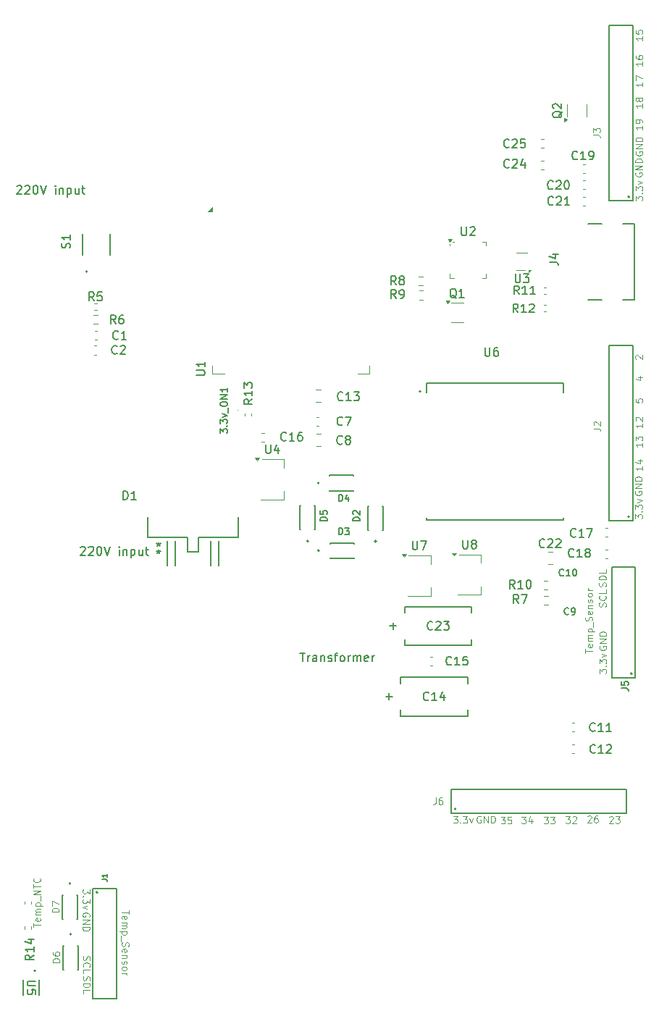
<source format=gbr>
%TF.GenerationSoftware,KiCad,Pcbnew,9.0.0*%
%TF.CreationDate,2025-10-02T06:46:57+09:00*%
%TF.ProjectId,MistFarm_PCB,4d697374-4661-4726-9d5f-5043422e6b69,rev?*%
%TF.SameCoordinates,Original*%
%TF.FileFunction,Legend,Top*%
%TF.FilePolarity,Positive*%
%FSLAX46Y46*%
G04 Gerber Fmt 4.6, Leading zero omitted, Abs format (unit mm)*
G04 Created by KiCad (PCBNEW 9.0.0) date 2025-10-02 06:46:57*
%MOMM*%
%LPD*%
G01*
G04 APERTURE LIST*
%ADD10C,0.100000*%
%ADD11C,0.150000*%
%ADD12C,0.120000*%
%ADD13C,0.200000*%
%ADD14C,0.152400*%
%ADD15C,0.127000*%
G04 APERTURE END LIST*
D10*
X91304895Y-21542381D02*
X91304895Y-21999524D01*
X91304895Y-21770952D02*
X90504895Y-21770952D01*
X90504895Y-21770952D02*
X90619180Y-21847143D01*
X90619180Y-21847143D02*
X90695371Y-21923333D01*
X90695371Y-21923333D02*
X90733466Y-21999524D01*
X90504895Y-20818571D02*
X90504895Y-21199523D01*
X90504895Y-21199523D02*
X90885847Y-21237619D01*
X90885847Y-21237619D02*
X90847752Y-21199523D01*
X90847752Y-21199523D02*
X90809657Y-21123333D01*
X90809657Y-21123333D02*
X90809657Y-20932857D01*
X90809657Y-20932857D02*
X90847752Y-20856666D01*
X90847752Y-20856666D02*
X90885847Y-20818571D01*
X90885847Y-20818571D02*
X90962038Y-20780476D01*
X90962038Y-20780476D02*
X91152514Y-20780476D01*
X91152514Y-20780476D02*
X91228704Y-20818571D01*
X91228704Y-20818571D02*
X91266800Y-20856666D01*
X91266800Y-20856666D02*
X91304895Y-20932857D01*
X91304895Y-20932857D02*
X91304895Y-21123333D01*
X91304895Y-21123333D02*
X91266800Y-21199523D01*
X91266800Y-21199523D02*
X91228704Y-21237619D01*
X69167142Y-112694895D02*
X69662380Y-112694895D01*
X69662380Y-112694895D02*
X69395714Y-112999657D01*
X69395714Y-112999657D02*
X69509999Y-112999657D01*
X69509999Y-112999657D02*
X69586190Y-113037752D01*
X69586190Y-113037752D02*
X69624285Y-113075847D01*
X69624285Y-113075847D02*
X69662380Y-113152038D01*
X69662380Y-113152038D02*
X69662380Y-113342514D01*
X69662380Y-113342514D02*
X69624285Y-113418704D01*
X69624285Y-113418704D02*
X69586190Y-113456800D01*
X69586190Y-113456800D02*
X69509999Y-113494895D01*
X69509999Y-113494895D02*
X69281428Y-113494895D01*
X69281428Y-113494895D02*
X69205237Y-113456800D01*
X69205237Y-113456800D02*
X69167142Y-113418704D01*
X70005238Y-113418704D02*
X70043333Y-113456800D01*
X70043333Y-113456800D02*
X70005238Y-113494895D01*
X70005238Y-113494895D02*
X69967142Y-113456800D01*
X69967142Y-113456800D02*
X70005238Y-113418704D01*
X70005238Y-113418704D02*
X70005238Y-113494895D01*
X70309999Y-112694895D02*
X70805237Y-112694895D01*
X70805237Y-112694895D02*
X70538571Y-112999657D01*
X70538571Y-112999657D02*
X70652856Y-112999657D01*
X70652856Y-112999657D02*
X70729047Y-113037752D01*
X70729047Y-113037752D02*
X70767142Y-113075847D01*
X70767142Y-113075847D02*
X70805237Y-113152038D01*
X70805237Y-113152038D02*
X70805237Y-113342514D01*
X70805237Y-113342514D02*
X70767142Y-113418704D01*
X70767142Y-113418704D02*
X70729047Y-113456800D01*
X70729047Y-113456800D02*
X70652856Y-113494895D01*
X70652856Y-113494895D02*
X70424285Y-113494895D01*
X70424285Y-113494895D02*
X70348094Y-113456800D01*
X70348094Y-113456800D02*
X70309999Y-113418704D01*
X71071904Y-112961561D02*
X71262380Y-113494895D01*
X71262380Y-113494895D02*
X71452857Y-112961561D01*
X91284895Y-31982381D02*
X91284895Y-32439524D01*
X91284895Y-32210952D02*
X90484895Y-32210952D01*
X90484895Y-32210952D02*
X90599180Y-32287143D01*
X90599180Y-32287143D02*
X90675371Y-32363333D01*
X90675371Y-32363333D02*
X90713466Y-32439524D01*
X91284895Y-31601428D02*
X91284895Y-31449047D01*
X91284895Y-31449047D02*
X91246800Y-31372857D01*
X91246800Y-31372857D02*
X91208704Y-31334761D01*
X91208704Y-31334761D02*
X91094419Y-31258571D01*
X91094419Y-31258571D02*
X90942038Y-31220476D01*
X90942038Y-31220476D02*
X90637276Y-31220476D01*
X90637276Y-31220476D02*
X90561085Y-31258571D01*
X90561085Y-31258571D02*
X90522990Y-31296666D01*
X90522990Y-31296666D02*
X90484895Y-31372857D01*
X90484895Y-31372857D02*
X90484895Y-31525238D01*
X90484895Y-31525238D02*
X90522990Y-31601428D01*
X90522990Y-31601428D02*
X90561085Y-31639523D01*
X90561085Y-31639523D02*
X90637276Y-31677619D01*
X90637276Y-31677619D02*
X90827752Y-31677619D01*
X90827752Y-31677619D02*
X90903942Y-31639523D01*
X90903942Y-31639523D02*
X90942038Y-31601428D01*
X90942038Y-31601428D02*
X90980133Y-31525238D01*
X90980133Y-31525238D02*
X90980133Y-31372857D01*
X90980133Y-31372857D02*
X90942038Y-31296666D01*
X90942038Y-31296666D02*
X90903942Y-31258571D01*
X90903942Y-31258571D02*
X90827752Y-31220476D01*
X91284895Y-66792381D02*
X91284895Y-67249524D01*
X91284895Y-67020952D02*
X90484895Y-67020952D01*
X90484895Y-67020952D02*
X90599180Y-67097143D01*
X90599180Y-67097143D02*
X90675371Y-67173333D01*
X90675371Y-67173333D02*
X90713466Y-67249524D01*
X90561085Y-66487619D02*
X90522990Y-66449523D01*
X90522990Y-66449523D02*
X90484895Y-66373333D01*
X90484895Y-66373333D02*
X90484895Y-66182857D01*
X90484895Y-66182857D02*
X90522990Y-66106666D01*
X90522990Y-66106666D02*
X90561085Y-66068571D01*
X90561085Y-66068571D02*
X90637276Y-66030476D01*
X90637276Y-66030476D02*
X90713466Y-66030476D01*
X90713466Y-66030476D02*
X90827752Y-66068571D01*
X90827752Y-66068571D02*
X91284895Y-66525714D01*
X91284895Y-66525714D02*
X91284895Y-66030476D01*
X90541085Y-59238571D02*
X90502990Y-59200475D01*
X90502990Y-59200475D02*
X90464895Y-59124285D01*
X90464895Y-59124285D02*
X90464895Y-58933809D01*
X90464895Y-58933809D02*
X90502990Y-58857618D01*
X90502990Y-58857618D02*
X90541085Y-58819523D01*
X90541085Y-58819523D02*
X90617276Y-58781428D01*
X90617276Y-58781428D02*
X90693466Y-58781428D01*
X90693466Y-58781428D02*
X90807752Y-58819523D01*
X90807752Y-58819523D02*
X91264895Y-59276666D01*
X91264895Y-59276666D02*
X91264895Y-58781428D01*
X77172380Y-112744895D02*
X77667618Y-112744895D01*
X77667618Y-112744895D02*
X77400952Y-113049657D01*
X77400952Y-113049657D02*
X77515237Y-113049657D01*
X77515237Y-113049657D02*
X77591428Y-113087752D01*
X77591428Y-113087752D02*
X77629523Y-113125847D01*
X77629523Y-113125847D02*
X77667618Y-113202038D01*
X77667618Y-113202038D02*
X77667618Y-113392514D01*
X77667618Y-113392514D02*
X77629523Y-113468704D01*
X77629523Y-113468704D02*
X77591428Y-113506800D01*
X77591428Y-113506800D02*
X77515237Y-113544895D01*
X77515237Y-113544895D02*
X77286666Y-113544895D01*
X77286666Y-113544895D02*
X77210475Y-113506800D01*
X77210475Y-113506800D02*
X77172380Y-113468704D01*
X78353333Y-113011561D02*
X78353333Y-113544895D01*
X78162857Y-112706800D02*
X77972380Y-113278228D01*
X77972380Y-113278228D02*
X78467619Y-113278228D01*
X90494895Y-40692857D02*
X90494895Y-40197619D01*
X90494895Y-40197619D02*
X90799657Y-40464285D01*
X90799657Y-40464285D02*
X90799657Y-40350000D01*
X90799657Y-40350000D02*
X90837752Y-40273809D01*
X90837752Y-40273809D02*
X90875847Y-40235714D01*
X90875847Y-40235714D02*
X90952038Y-40197619D01*
X90952038Y-40197619D02*
X91142514Y-40197619D01*
X91142514Y-40197619D02*
X91218704Y-40235714D01*
X91218704Y-40235714D02*
X91256800Y-40273809D01*
X91256800Y-40273809D02*
X91294895Y-40350000D01*
X91294895Y-40350000D02*
X91294895Y-40578571D01*
X91294895Y-40578571D02*
X91256800Y-40654762D01*
X91256800Y-40654762D02*
X91218704Y-40692857D01*
X91218704Y-39854761D02*
X91256800Y-39816666D01*
X91256800Y-39816666D02*
X91294895Y-39854761D01*
X91294895Y-39854761D02*
X91256800Y-39892857D01*
X91256800Y-39892857D02*
X91218704Y-39854761D01*
X91218704Y-39854761D02*
X91294895Y-39854761D01*
X90494895Y-39550000D02*
X90494895Y-39054762D01*
X90494895Y-39054762D02*
X90799657Y-39321428D01*
X90799657Y-39321428D02*
X90799657Y-39207143D01*
X90799657Y-39207143D02*
X90837752Y-39130952D01*
X90837752Y-39130952D02*
X90875847Y-39092857D01*
X90875847Y-39092857D02*
X90952038Y-39054762D01*
X90952038Y-39054762D02*
X91142514Y-39054762D01*
X91142514Y-39054762D02*
X91218704Y-39092857D01*
X91218704Y-39092857D02*
X91256800Y-39130952D01*
X91256800Y-39130952D02*
X91294895Y-39207143D01*
X91294895Y-39207143D02*
X91294895Y-39435714D01*
X91294895Y-39435714D02*
X91256800Y-39511905D01*
X91256800Y-39511905D02*
X91218704Y-39550000D01*
X90761561Y-38788095D02*
X91294895Y-38597619D01*
X91294895Y-38597619D02*
X90761561Y-38407142D01*
X25922700Y-131428118D02*
X25884604Y-131542404D01*
X25884604Y-131542404D02*
X25884604Y-131732880D01*
X25884604Y-131732880D02*
X25922700Y-131809071D01*
X25922700Y-131809071D02*
X25960795Y-131847166D01*
X25960795Y-131847166D02*
X26036985Y-131885261D01*
X26036985Y-131885261D02*
X26113176Y-131885261D01*
X26113176Y-131885261D02*
X26189366Y-131847166D01*
X26189366Y-131847166D02*
X26227461Y-131809071D01*
X26227461Y-131809071D02*
X26265557Y-131732880D01*
X26265557Y-131732880D02*
X26303652Y-131580499D01*
X26303652Y-131580499D02*
X26341747Y-131504309D01*
X26341747Y-131504309D02*
X26379842Y-131466214D01*
X26379842Y-131466214D02*
X26456033Y-131428118D01*
X26456033Y-131428118D02*
X26532223Y-131428118D01*
X26532223Y-131428118D02*
X26608414Y-131466214D01*
X26608414Y-131466214D02*
X26646509Y-131504309D01*
X26646509Y-131504309D02*
X26684604Y-131580499D01*
X26684604Y-131580499D02*
X26684604Y-131770976D01*
X26684604Y-131770976D02*
X26646509Y-131885261D01*
X25884604Y-132228119D02*
X26684604Y-132228119D01*
X26684604Y-132228119D02*
X26684604Y-132418595D01*
X26684604Y-132418595D02*
X26646509Y-132532881D01*
X26646509Y-132532881D02*
X26570319Y-132609071D01*
X26570319Y-132609071D02*
X26494128Y-132647166D01*
X26494128Y-132647166D02*
X26341747Y-132685262D01*
X26341747Y-132685262D02*
X26227461Y-132685262D01*
X26227461Y-132685262D02*
X26075080Y-132647166D01*
X26075080Y-132647166D02*
X25998890Y-132609071D01*
X25998890Y-132609071D02*
X25922700Y-132532881D01*
X25922700Y-132532881D02*
X25884604Y-132418595D01*
X25884604Y-132418595D02*
X25884604Y-132228119D01*
X25884604Y-133409071D02*
X25884604Y-133028119D01*
X25884604Y-133028119D02*
X26684604Y-133028119D01*
X84634895Y-93620476D02*
X84634895Y-93163333D01*
X85434895Y-93391905D02*
X84634895Y-93391905D01*
X85396800Y-92591904D02*
X85434895Y-92668095D01*
X85434895Y-92668095D02*
X85434895Y-92820476D01*
X85434895Y-92820476D02*
X85396800Y-92896666D01*
X85396800Y-92896666D02*
X85320609Y-92934762D01*
X85320609Y-92934762D02*
X85015847Y-92934762D01*
X85015847Y-92934762D02*
X84939657Y-92896666D01*
X84939657Y-92896666D02*
X84901561Y-92820476D01*
X84901561Y-92820476D02*
X84901561Y-92668095D01*
X84901561Y-92668095D02*
X84939657Y-92591904D01*
X84939657Y-92591904D02*
X85015847Y-92553809D01*
X85015847Y-92553809D02*
X85092038Y-92553809D01*
X85092038Y-92553809D02*
X85168228Y-92934762D01*
X85434895Y-92210952D02*
X84901561Y-92210952D01*
X84977752Y-92210952D02*
X84939657Y-92172857D01*
X84939657Y-92172857D02*
X84901561Y-92096667D01*
X84901561Y-92096667D02*
X84901561Y-91982381D01*
X84901561Y-91982381D02*
X84939657Y-91906190D01*
X84939657Y-91906190D02*
X85015847Y-91868095D01*
X85015847Y-91868095D02*
X85434895Y-91868095D01*
X85015847Y-91868095D02*
X84939657Y-91830000D01*
X84939657Y-91830000D02*
X84901561Y-91753809D01*
X84901561Y-91753809D02*
X84901561Y-91639524D01*
X84901561Y-91639524D02*
X84939657Y-91563333D01*
X84939657Y-91563333D02*
X85015847Y-91525238D01*
X85015847Y-91525238D02*
X85434895Y-91525238D01*
X84901561Y-91144285D02*
X85701561Y-91144285D01*
X84939657Y-91144285D02*
X84901561Y-91068095D01*
X84901561Y-91068095D02*
X84901561Y-90915714D01*
X84901561Y-90915714D02*
X84939657Y-90839523D01*
X84939657Y-90839523D02*
X84977752Y-90801428D01*
X84977752Y-90801428D02*
X85053942Y-90763333D01*
X85053942Y-90763333D02*
X85282514Y-90763333D01*
X85282514Y-90763333D02*
X85358704Y-90801428D01*
X85358704Y-90801428D02*
X85396800Y-90839523D01*
X85396800Y-90839523D02*
X85434895Y-90915714D01*
X85434895Y-90915714D02*
X85434895Y-91068095D01*
X85434895Y-91068095D02*
X85396800Y-91144285D01*
X85511085Y-90610952D02*
X85511085Y-90001428D01*
X85396800Y-89849047D02*
X85434895Y-89734761D01*
X85434895Y-89734761D02*
X85434895Y-89544285D01*
X85434895Y-89544285D02*
X85396800Y-89468094D01*
X85396800Y-89468094D02*
X85358704Y-89429999D01*
X85358704Y-89429999D02*
X85282514Y-89391904D01*
X85282514Y-89391904D02*
X85206323Y-89391904D01*
X85206323Y-89391904D02*
X85130133Y-89429999D01*
X85130133Y-89429999D02*
X85092038Y-89468094D01*
X85092038Y-89468094D02*
X85053942Y-89544285D01*
X85053942Y-89544285D02*
X85015847Y-89696666D01*
X85015847Y-89696666D02*
X84977752Y-89772856D01*
X84977752Y-89772856D02*
X84939657Y-89810951D01*
X84939657Y-89810951D02*
X84863466Y-89849047D01*
X84863466Y-89849047D02*
X84787276Y-89849047D01*
X84787276Y-89849047D02*
X84711085Y-89810951D01*
X84711085Y-89810951D02*
X84672990Y-89772856D01*
X84672990Y-89772856D02*
X84634895Y-89696666D01*
X84634895Y-89696666D02*
X84634895Y-89506189D01*
X84634895Y-89506189D02*
X84672990Y-89391904D01*
X85396800Y-88744284D02*
X85434895Y-88820475D01*
X85434895Y-88820475D02*
X85434895Y-88972856D01*
X85434895Y-88972856D02*
X85396800Y-89049046D01*
X85396800Y-89049046D02*
X85320609Y-89087142D01*
X85320609Y-89087142D02*
X85015847Y-89087142D01*
X85015847Y-89087142D02*
X84939657Y-89049046D01*
X84939657Y-89049046D02*
X84901561Y-88972856D01*
X84901561Y-88972856D02*
X84901561Y-88820475D01*
X84901561Y-88820475D02*
X84939657Y-88744284D01*
X84939657Y-88744284D02*
X85015847Y-88706189D01*
X85015847Y-88706189D02*
X85092038Y-88706189D01*
X85092038Y-88706189D02*
X85168228Y-89087142D01*
X84901561Y-88363332D02*
X85434895Y-88363332D01*
X84977752Y-88363332D02*
X84939657Y-88325237D01*
X84939657Y-88325237D02*
X84901561Y-88249047D01*
X84901561Y-88249047D02*
X84901561Y-88134761D01*
X84901561Y-88134761D02*
X84939657Y-88058570D01*
X84939657Y-88058570D02*
X85015847Y-88020475D01*
X85015847Y-88020475D02*
X85434895Y-88020475D01*
X85396800Y-87677618D02*
X85434895Y-87601427D01*
X85434895Y-87601427D02*
X85434895Y-87449046D01*
X85434895Y-87449046D02*
X85396800Y-87372856D01*
X85396800Y-87372856D02*
X85320609Y-87334760D01*
X85320609Y-87334760D02*
X85282514Y-87334760D01*
X85282514Y-87334760D02*
X85206323Y-87372856D01*
X85206323Y-87372856D02*
X85168228Y-87449046D01*
X85168228Y-87449046D02*
X85168228Y-87563332D01*
X85168228Y-87563332D02*
X85130133Y-87639522D01*
X85130133Y-87639522D02*
X85053942Y-87677618D01*
X85053942Y-87677618D02*
X85015847Y-87677618D01*
X85015847Y-87677618D02*
X84939657Y-87639522D01*
X84939657Y-87639522D02*
X84901561Y-87563332D01*
X84901561Y-87563332D02*
X84901561Y-87449046D01*
X84901561Y-87449046D02*
X84939657Y-87372856D01*
X85434895Y-86877618D02*
X85396800Y-86953808D01*
X85396800Y-86953808D02*
X85358704Y-86991903D01*
X85358704Y-86991903D02*
X85282514Y-87029999D01*
X85282514Y-87029999D02*
X85053942Y-87029999D01*
X85053942Y-87029999D02*
X84977752Y-86991903D01*
X84977752Y-86991903D02*
X84939657Y-86953808D01*
X84939657Y-86953808D02*
X84901561Y-86877618D01*
X84901561Y-86877618D02*
X84901561Y-86763332D01*
X84901561Y-86763332D02*
X84939657Y-86687141D01*
X84939657Y-86687141D02*
X84977752Y-86649046D01*
X84977752Y-86649046D02*
X85053942Y-86610951D01*
X85053942Y-86610951D02*
X85282514Y-86610951D01*
X85282514Y-86610951D02*
X85358704Y-86649046D01*
X85358704Y-86649046D02*
X85396800Y-86687141D01*
X85396800Y-86687141D02*
X85434895Y-86763332D01*
X85434895Y-86763332D02*
X85434895Y-86877618D01*
X85434895Y-86268093D02*
X84901561Y-86268093D01*
X85053942Y-86268093D02*
X84977752Y-86229998D01*
X84977752Y-86229998D02*
X84939657Y-86191903D01*
X84939657Y-86191903D02*
X84901561Y-86115712D01*
X84901561Y-86115712D02*
X84901561Y-86039522D01*
X91304895Y-26912381D02*
X91304895Y-27369524D01*
X91304895Y-27140952D02*
X90504895Y-27140952D01*
X90504895Y-27140952D02*
X90619180Y-27217143D01*
X90619180Y-27217143D02*
X90695371Y-27293333D01*
X90695371Y-27293333D02*
X90733466Y-27369524D01*
X90504895Y-26645714D02*
X90504895Y-26112380D01*
X90504895Y-26112380D02*
X91304895Y-26455238D01*
X90484895Y-63909523D02*
X90484895Y-64290475D01*
X90484895Y-64290475D02*
X90865847Y-64328571D01*
X90865847Y-64328571D02*
X90827752Y-64290475D01*
X90827752Y-64290475D02*
X90789657Y-64214285D01*
X90789657Y-64214285D02*
X90789657Y-64023809D01*
X90789657Y-64023809D02*
X90827752Y-63947618D01*
X90827752Y-63947618D02*
X90865847Y-63909523D01*
X90865847Y-63909523D02*
X90942038Y-63871428D01*
X90942038Y-63871428D02*
X91132514Y-63871428D01*
X91132514Y-63871428D02*
X91208704Y-63909523D01*
X91208704Y-63909523D02*
X91246800Y-63947618D01*
X91246800Y-63947618D02*
X91284895Y-64023809D01*
X91284895Y-64023809D02*
X91284895Y-64214285D01*
X91284895Y-64214285D02*
X91246800Y-64290475D01*
X91246800Y-64290475D02*
X91208704Y-64328571D01*
X86312990Y-92809523D02*
X86274895Y-92885713D01*
X86274895Y-92885713D02*
X86274895Y-92999999D01*
X86274895Y-92999999D02*
X86312990Y-93114285D01*
X86312990Y-93114285D02*
X86389180Y-93190475D01*
X86389180Y-93190475D02*
X86465371Y-93228570D01*
X86465371Y-93228570D02*
X86617752Y-93266666D01*
X86617752Y-93266666D02*
X86732038Y-93266666D01*
X86732038Y-93266666D02*
X86884419Y-93228570D01*
X86884419Y-93228570D02*
X86960609Y-93190475D01*
X86960609Y-93190475D02*
X87036800Y-93114285D01*
X87036800Y-93114285D02*
X87074895Y-92999999D01*
X87074895Y-92999999D02*
X87074895Y-92923808D01*
X87074895Y-92923808D02*
X87036800Y-92809523D01*
X87036800Y-92809523D02*
X86998704Y-92771427D01*
X86998704Y-92771427D02*
X86732038Y-92771427D01*
X86732038Y-92771427D02*
X86732038Y-92923808D01*
X87074895Y-92428570D02*
X86274895Y-92428570D01*
X86274895Y-92428570D02*
X87074895Y-91971427D01*
X87074895Y-91971427D02*
X86274895Y-91971427D01*
X87074895Y-91590475D02*
X86274895Y-91590475D01*
X86274895Y-91590475D02*
X86274895Y-91399999D01*
X86274895Y-91399999D02*
X86312990Y-91285713D01*
X86312990Y-91285713D02*
X86389180Y-91209523D01*
X86389180Y-91209523D02*
X86465371Y-91171428D01*
X86465371Y-91171428D02*
X86617752Y-91133332D01*
X86617752Y-91133332D02*
X86732038Y-91133332D01*
X86732038Y-91133332D02*
X86884419Y-91171428D01*
X86884419Y-91171428D02*
X86960609Y-91209523D01*
X86960609Y-91209523D02*
X87036800Y-91285713D01*
X87036800Y-91285713D02*
X87074895Y-91399999D01*
X87074895Y-91399999D02*
X87074895Y-91590475D01*
X26644604Y-121247642D02*
X26644604Y-121742880D01*
X26644604Y-121742880D02*
X26339842Y-121476214D01*
X26339842Y-121476214D02*
X26339842Y-121590499D01*
X26339842Y-121590499D02*
X26301747Y-121666690D01*
X26301747Y-121666690D02*
X26263652Y-121704785D01*
X26263652Y-121704785D02*
X26187461Y-121742880D01*
X26187461Y-121742880D02*
X25996985Y-121742880D01*
X25996985Y-121742880D02*
X25920795Y-121704785D01*
X25920795Y-121704785D02*
X25882700Y-121666690D01*
X25882700Y-121666690D02*
X25844604Y-121590499D01*
X25844604Y-121590499D02*
X25844604Y-121361928D01*
X25844604Y-121361928D02*
X25882700Y-121285737D01*
X25882700Y-121285737D02*
X25920795Y-121247642D01*
X25920795Y-122085738D02*
X25882700Y-122123833D01*
X25882700Y-122123833D02*
X25844604Y-122085738D01*
X25844604Y-122085738D02*
X25882700Y-122047642D01*
X25882700Y-122047642D02*
X25920795Y-122085738D01*
X25920795Y-122085738D02*
X25844604Y-122085738D01*
X26644604Y-122390499D02*
X26644604Y-122885737D01*
X26644604Y-122885737D02*
X26339842Y-122619071D01*
X26339842Y-122619071D02*
X26339842Y-122733356D01*
X26339842Y-122733356D02*
X26301747Y-122809547D01*
X26301747Y-122809547D02*
X26263652Y-122847642D01*
X26263652Y-122847642D02*
X26187461Y-122885737D01*
X26187461Y-122885737D02*
X25996985Y-122885737D01*
X25996985Y-122885737D02*
X25920795Y-122847642D01*
X25920795Y-122847642D02*
X25882700Y-122809547D01*
X25882700Y-122809547D02*
X25844604Y-122733356D01*
X25844604Y-122733356D02*
X25844604Y-122504785D01*
X25844604Y-122504785D02*
X25882700Y-122428594D01*
X25882700Y-122428594D02*
X25920795Y-122390499D01*
X26377938Y-123152404D02*
X25844604Y-123342880D01*
X25844604Y-123342880D02*
X26377938Y-123533357D01*
X91324895Y-24482381D02*
X91324895Y-24939524D01*
X91324895Y-24710952D02*
X90524895Y-24710952D01*
X90524895Y-24710952D02*
X90639180Y-24787143D01*
X90639180Y-24787143D02*
X90715371Y-24863333D01*
X90715371Y-24863333D02*
X90753466Y-24939524D01*
X90524895Y-23796666D02*
X90524895Y-23949047D01*
X90524895Y-23949047D02*
X90562990Y-24025238D01*
X90562990Y-24025238D02*
X90601085Y-24063333D01*
X90601085Y-24063333D02*
X90715371Y-24139523D01*
X90715371Y-24139523D02*
X90867752Y-24177619D01*
X90867752Y-24177619D02*
X91172514Y-24177619D01*
X91172514Y-24177619D02*
X91248704Y-24139523D01*
X91248704Y-24139523D02*
X91286800Y-24101428D01*
X91286800Y-24101428D02*
X91324895Y-24025238D01*
X91324895Y-24025238D02*
X91324895Y-23872857D01*
X91324895Y-23872857D02*
X91286800Y-23796666D01*
X91286800Y-23796666D02*
X91248704Y-23758571D01*
X91248704Y-23758571D02*
X91172514Y-23720476D01*
X91172514Y-23720476D02*
X90982038Y-23720476D01*
X90982038Y-23720476D02*
X90905847Y-23758571D01*
X90905847Y-23758571D02*
X90867752Y-23796666D01*
X90867752Y-23796666D02*
X90829657Y-23872857D01*
X90829657Y-23872857D02*
X90829657Y-24025238D01*
X90829657Y-24025238D02*
X90867752Y-24101428D01*
X90867752Y-24101428D02*
X90905847Y-24139523D01*
X90905847Y-24139523D02*
X90982038Y-24177619D01*
X72390476Y-112702990D02*
X72314286Y-112664895D01*
X72314286Y-112664895D02*
X72200000Y-112664895D01*
X72200000Y-112664895D02*
X72085714Y-112702990D01*
X72085714Y-112702990D02*
X72009524Y-112779180D01*
X72009524Y-112779180D02*
X71971429Y-112855371D01*
X71971429Y-112855371D02*
X71933333Y-113007752D01*
X71933333Y-113007752D02*
X71933333Y-113122038D01*
X71933333Y-113122038D02*
X71971429Y-113274419D01*
X71971429Y-113274419D02*
X72009524Y-113350609D01*
X72009524Y-113350609D02*
X72085714Y-113426800D01*
X72085714Y-113426800D02*
X72200000Y-113464895D01*
X72200000Y-113464895D02*
X72276191Y-113464895D01*
X72276191Y-113464895D02*
X72390476Y-113426800D01*
X72390476Y-113426800D02*
X72428572Y-113388704D01*
X72428572Y-113388704D02*
X72428572Y-113122038D01*
X72428572Y-113122038D02*
X72276191Y-113122038D01*
X72771429Y-113464895D02*
X72771429Y-112664895D01*
X72771429Y-112664895D02*
X73228572Y-113464895D01*
X73228572Y-113464895D02*
X73228572Y-112664895D01*
X73609524Y-113464895D02*
X73609524Y-112664895D01*
X73609524Y-112664895D02*
X73800000Y-112664895D01*
X73800000Y-112664895D02*
X73914286Y-112702990D01*
X73914286Y-112702990D02*
X73990476Y-112779180D01*
X73990476Y-112779180D02*
X74028571Y-112855371D01*
X74028571Y-112855371D02*
X74066667Y-113007752D01*
X74066667Y-113007752D02*
X74066667Y-113122038D01*
X74066667Y-113122038D02*
X74028571Y-113274419D01*
X74028571Y-113274419D02*
X73990476Y-113350609D01*
X73990476Y-113350609D02*
X73914286Y-113426800D01*
X73914286Y-113426800D02*
X73800000Y-113464895D01*
X73800000Y-113464895D02*
X73609524Y-113464895D01*
X90522990Y-34999523D02*
X90484895Y-35075713D01*
X90484895Y-35075713D02*
X90484895Y-35189999D01*
X90484895Y-35189999D02*
X90522990Y-35304285D01*
X90522990Y-35304285D02*
X90599180Y-35380475D01*
X90599180Y-35380475D02*
X90675371Y-35418570D01*
X90675371Y-35418570D02*
X90827752Y-35456666D01*
X90827752Y-35456666D02*
X90942038Y-35456666D01*
X90942038Y-35456666D02*
X91094419Y-35418570D01*
X91094419Y-35418570D02*
X91170609Y-35380475D01*
X91170609Y-35380475D02*
X91246800Y-35304285D01*
X91246800Y-35304285D02*
X91284895Y-35189999D01*
X91284895Y-35189999D02*
X91284895Y-35113808D01*
X91284895Y-35113808D02*
X91246800Y-34999523D01*
X91246800Y-34999523D02*
X91208704Y-34961427D01*
X91208704Y-34961427D02*
X90942038Y-34961427D01*
X90942038Y-34961427D02*
X90942038Y-35113808D01*
X91284895Y-34618570D02*
X90484895Y-34618570D01*
X90484895Y-34618570D02*
X91284895Y-34161427D01*
X91284895Y-34161427D02*
X90484895Y-34161427D01*
X91284895Y-33780475D02*
X90484895Y-33780475D01*
X90484895Y-33780475D02*
X90484895Y-33589999D01*
X90484895Y-33589999D02*
X90522990Y-33475713D01*
X90522990Y-33475713D02*
X90599180Y-33399523D01*
X90599180Y-33399523D02*
X90675371Y-33361428D01*
X90675371Y-33361428D02*
X90827752Y-33323332D01*
X90827752Y-33323332D02*
X90942038Y-33323332D01*
X90942038Y-33323332D02*
X91094419Y-33361428D01*
X91094419Y-33361428D02*
X91170609Y-33399523D01*
X91170609Y-33399523D02*
X91246800Y-33475713D01*
X91246800Y-33475713D02*
X91284895Y-33589999D01*
X91284895Y-33589999D02*
X91284895Y-33780475D01*
X91284895Y-69052381D02*
X91284895Y-69509524D01*
X91284895Y-69280952D02*
X90484895Y-69280952D01*
X90484895Y-69280952D02*
X90599180Y-69357143D01*
X90599180Y-69357143D02*
X90675371Y-69433333D01*
X90675371Y-69433333D02*
X90713466Y-69509524D01*
X90484895Y-68785714D02*
X90484895Y-68290476D01*
X90484895Y-68290476D02*
X90789657Y-68557142D01*
X90789657Y-68557142D02*
X90789657Y-68442857D01*
X90789657Y-68442857D02*
X90827752Y-68366666D01*
X90827752Y-68366666D02*
X90865847Y-68328571D01*
X90865847Y-68328571D02*
X90942038Y-68290476D01*
X90942038Y-68290476D02*
X91132514Y-68290476D01*
X91132514Y-68290476D02*
X91208704Y-68328571D01*
X91208704Y-68328571D02*
X91246800Y-68366666D01*
X91246800Y-68366666D02*
X91284895Y-68442857D01*
X91284895Y-68442857D02*
X91284895Y-68671428D01*
X91284895Y-68671428D02*
X91246800Y-68747619D01*
X91246800Y-68747619D02*
X91208704Y-68785714D01*
X25922700Y-129048118D02*
X25884604Y-129162404D01*
X25884604Y-129162404D02*
X25884604Y-129352880D01*
X25884604Y-129352880D02*
X25922700Y-129429071D01*
X25922700Y-129429071D02*
X25960795Y-129467166D01*
X25960795Y-129467166D02*
X26036985Y-129505261D01*
X26036985Y-129505261D02*
X26113176Y-129505261D01*
X26113176Y-129505261D02*
X26189366Y-129467166D01*
X26189366Y-129467166D02*
X26227461Y-129429071D01*
X26227461Y-129429071D02*
X26265557Y-129352880D01*
X26265557Y-129352880D02*
X26303652Y-129200499D01*
X26303652Y-129200499D02*
X26341747Y-129124309D01*
X26341747Y-129124309D02*
X26379842Y-129086214D01*
X26379842Y-129086214D02*
X26456033Y-129048118D01*
X26456033Y-129048118D02*
X26532223Y-129048118D01*
X26532223Y-129048118D02*
X26608414Y-129086214D01*
X26608414Y-129086214D02*
X26646509Y-129124309D01*
X26646509Y-129124309D02*
X26684604Y-129200499D01*
X26684604Y-129200499D02*
X26684604Y-129390976D01*
X26684604Y-129390976D02*
X26646509Y-129505261D01*
X25960795Y-130305262D02*
X25922700Y-130267166D01*
X25922700Y-130267166D02*
X25884604Y-130152881D01*
X25884604Y-130152881D02*
X25884604Y-130076690D01*
X25884604Y-130076690D02*
X25922700Y-129962404D01*
X25922700Y-129962404D02*
X25998890Y-129886214D01*
X25998890Y-129886214D02*
X26075080Y-129848119D01*
X26075080Y-129848119D02*
X26227461Y-129810023D01*
X26227461Y-129810023D02*
X26341747Y-129810023D01*
X26341747Y-129810023D02*
X26494128Y-129848119D01*
X26494128Y-129848119D02*
X26570319Y-129886214D01*
X26570319Y-129886214D02*
X26646509Y-129962404D01*
X26646509Y-129962404D02*
X26684604Y-130076690D01*
X26684604Y-130076690D02*
X26684604Y-130152881D01*
X26684604Y-130152881D02*
X26646509Y-130267166D01*
X26646509Y-130267166D02*
X26608414Y-130305262D01*
X25884604Y-131029071D02*
X25884604Y-130648119D01*
X25884604Y-130648119D02*
X26684604Y-130648119D01*
X90791561Y-61367618D02*
X91324895Y-61367618D01*
X90486800Y-61558094D02*
X91058228Y-61748571D01*
X91058228Y-61748571D02*
X91058228Y-61253332D01*
X86996800Y-88192381D02*
X87034895Y-88078095D01*
X87034895Y-88078095D02*
X87034895Y-87887619D01*
X87034895Y-87887619D02*
X86996800Y-87811428D01*
X86996800Y-87811428D02*
X86958704Y-87773333D01*
X86958704Y-87773333D02*
X86882514Y-87735238D01*
X86882514Y-87735238D02*
X86806323Y-87735238D01*
X86806323Y-87735238D02*
X86730133Y-87773333D01*
X86730133Y-87773333D02*
X86692038Y-87811428D01*
X86692038Y-87811428D02*
X86653942Y-87887619D01*
X86653942Y-87887619D02*
X86615847Y-88040000D01*
X86615847Y-88040000D02*
X86577752Y-88116190D01*
X86577752Y-88116190D02*
X86539657Y-88154285D01*
X86539657Y-88154285D02*
X86463466Y-88192381D01*
X86463466Y-88192381D02*
X86387276Y-88192381D01*
X86387276Y-88192381D02*
X86311085Y-88154285D01*
X86311085Y-88154285D02*
X86272990Y-88116190D01*
X86272990Y-88116190D02*
X86234895Y-88040000D01*
X86234895Y-88040000D02*
X86234895Y-87849523D01*
X86234895Y-87849523D02*
X86272990Y-87735238D01*
X86958704Y-86935237D02*
X86996800Y-86973333D01*
X86996800Y-86973333D02*
X87034895Y-87087618D01*
X87034895Y-87087618D02*
X87034895Y-87163809D01*
X87034895Y-87163809D02*
X86996800Y-87278095D01*
X86996800Y-87278095D02*
X86920609Y-87354285D01*
X86920609Y-87354285D02*
X86844419Y-87392380D01*
X86844419Y-87392380D02*
X86692038Y-87430476D01*
X86692038Y-87430476D02*
X86577752Y-87430476D01*
X86577752Y-87430476D02*
X86425371Y-87392380D01*
X86425371Y-87392380D02*
X86349180Y-87354285D01*
X86349180Y-87354285D02*
X86272990Y-87278095D01*
X86272990Y-87278095D02*
X86234895Y-87163809D01*
X86234895Y-87163809D02*
X86234895Y-87087618D01*
X86234895Y-87087618D02*
X86272990Y-86973333D01*
X86272990Y-86973333D02*
X86311085Y-86935237D01*
X87034895Y-86211428D02*
X87034895Y-86592380D01*
X87034895Y-86592380D02*
X86234895Y-86592380D01*
X74732380Y-112774895D02*
X75227618Y-112774895D01*
X75227618Y-112774895D02*
X74960952Y-113079657D01*
X74960952Y-113079657D02*
X75075237Y-113079657D01*
X75075237Y-113079657D02*
X75151428Y-113117752D01*
X75151428Y-113117752D02*
X75189523Y-113155847D01*
X75189523Y-113155847D02*
X75227618Y-113232038D01*
X75227618Y-113232038D02*
X75227618Y-113422514D01*
X75227618Y-113422514D02*
X75189523Y-113498704D01*
X75189523Y-113498704D02*
X75151428Y-113536800D01*
X75151428Y-113536800D02*
X75075237Y-113574895D01*
X75075237Y-113574895D02*
X74846666Y-113574895D01*
X74846666Y-113574895D02*
X74770475Y-113536800D01*
X74770475Y-113536800D02*
X74732380Y-113498704D01*
X75951428Y-112774895D02*
X75570476Y-112774895D01*
X75570476Y-112774895D02*
X75532380Y-113155847D01*
X75532380Y-113155847D02*
X75570476Y-113117752D01*
X75570476Y-113117752D02*
X75646666Y-113079657D01*
X75646666Y-113079657D02*
X75837142Y-113079657D01*
X75837142Y-113079657D02*
X75913333Y-113117752D01*
X75913333Y-113117752D02*
X75951428Y-113155847D01*
X75951428Y-113155847D02*
X75989523Y-113232038D01*
X75989523Y-113232038D02*
X75989523Y-113422514D01*
X75989523Y-113422514D02*
X75951428Y-113498704D01*
X75951428Y-113498704D02*
X75913333Y-113536800D01*
X75913333Y-113536800D02*
X75837142Y-113574895D01*
X75837142Y-113574895D02*
X75646666Y-113574895D01*
X75646666Y-113574895D02*
X75570476Y-113536800D01*
X75570476Y-113536800D02*
X75532380Y-113498704D01*
X91284895Y-29422381D02*
X91284895Y-29879524D01*
X91284895Y-29650952D02*
X90484895Y-29650952D01*
X90484895Y-29650952D02*
X90599180Y-29727143D01*
X90599180Y-29727143D02*
X90675371Y-29803333D01*
X90675371Y-29803333D02*
X90713466Y-29879524D01*
X90827752Y-28965238D02*
X90789657Y-29041428D01*
X90789657Y-29041428D02*
X90751561Y-29079523D01*
X90751561Y-29079523D02*
X90675371Y-29117619D01*
X90675371Y-29117619D02*
X90637276Y-29117619D01*
X90637276Y-29117619D02*
X90561085Y-29079523D01*
X90561085Y-29079523D02*
X90522990Y-29041428D01*
X90522990Y-29041428D02*
X90484895Y-28965238D01*
X90484895Y-28965238D02*
X90484895Y-28812857D01*
X90484895Y-28812857D02*
X90522990Y-28736666D01*
X90522990Y-28736666D02*
X90561085Y-28698571D01*
X90561085Y-28698571D02*
X90637276Y-28660476D01*
X90637276Y-28660476D02*
X90675371Y-28660476D01*
X90675371Y-28660476D02*
X90751561Y-28698571D01*
X90751561Y-28698571D02*
X90789657Y-28736666D01*
X90789657Y-28736666D02*
X90827752Y-28812857D01*
X90827752Y-28812857D02*
X90827752Y-28965238D01*
X90827752Y-28965238D02*
X90865847Y-29041428D01*
X90865847Y-29041428D02*
X90903942Y-29079523D01*
X90903942Y-29079523D02*
X90980133Y-29117619D01*
X90980133Y-29117619D02*
X91132514Y-29117619D01*
X91132514Y-29117619D02*
X91208704Y-29079523D01*
X91208704Y-29079523D02*
X91246800Y-29041428D01*
X91246800Y-29041428D02*
X91284895Y-28965238D01*
X91284895Y-28965238D02*
X91284895Y-28812857D01*
X91284895Y-28812857D02*
X91246800Y-28736666D01*
X91246800Y-28736666D02*
X91208704Y-28698571D01*
X91208704Y-28698571D02*
X91132514Y-28660476D01*
X91132514Y-28660476D02*
X90980133Y-28660476D01*
X90980133Y-28660476D02*
X90903942Y-28698571D01*
X90903942Y-28698571D02*
X90865847Y-28736666D01*
X90865847Y-28736666D02*
X90827752Y-28812857D01*
X86996800Y-85812381D02*
X87034895Y-85698095D01*
X87034895Y-85698095D02*
X87034895Y-85507619D01*
X87034895Y-85507619D02*
X86996800Y-85431428D01*
X86996800Y-85431428D02*
X86958704Y-85393333D01*
X86958704Y-85393333D02*
X86882514Y-85355238D01*
X86882514Y-85355238D02*
X86806323Y-85355238D01*
X86806323Y-85355238D02*
X86730133Y-85393333D01*
X86730133Y-85393333D02*
X86692038Y-85431428D01*
X86692038Y-85431428D02*
X86653942Y-85507619D01*
X86653942Y-85507619D02*
X86615847Y-85660000D01*
X86615847Y-85660000D02*
X86577752Y-85736190D01*
X86577752Y-85736190D02*
X86539657Y-85774285D01*
X86539657Y-85774285D02*
X86463466Y-85812381D01*
X86463466Y-85812381D02*
X86387276Y-85812381D01*
X86387276Y-85812381D02*
X86311085Y-85774285D01*
X86311085Y-85774285D02*
X86272990Y-85736190D01*
X86272990Y-85736190D02*
X86234895Y-85660000D01*
X86234895Y-85660000D02*
X86234895Y-85469523D01*
X86234895Y-85469523D02*
X86272990Y-85355238D01*
X87034895Y-85012380D02*
X86234895Y-85012380D01*
X86234895Y-85012380D02*
X86234895Y-84821904D01*
X86234895Y-84821904D02*
X86272990Y-84707618D01*
X86272990Y-84707618D02*
X86349180Y-84631428D01*
X86349180Y-84631428D02*
X86425371Y-84593333D01*
X86425371Y-84593333D02*
X86577752Y-84555237D01*
X86577752Y-84555237D02*
X86692038Y-84555237D01*
X86692038Y-84555237D02*
X86844419Y-84593333D01*
X86844419Y-84593333D02*
X86920609Y-84631428D01*
X86920609Y-84631428D02*
X86996800Y-84707618D01*
X86996800Y-84707618D02*
X87034895Y-84821904D01*
X87034895Y-84821904D02*
X87034895Y-85012380D01*
X87034895Y-83831428D02*
X87034895Y-84212380D01*
X87034895Y-84212380D02*
X86234895Y-84212380D01*
X86274895Y-95992857D02*
X86274895Y-95497619D01*
X86274895Y-95497619D02*
X86579657Y-95764285D01*
X86579657Y-95764285D02*
X86579657Y-95650000D01*
X86579657Y-95650000D02*
X86617752Y-95573809D01*
X86617752Y-95573809D02*
X86655847Y-95535714D01*
X86655847Y-95535714D02*
X86732038Y-95497619D01*
X86732038Y-95497619D02*
X86922514Y-95497619D01*
X86922514Y-95497619D02*
X86998704Y-95535714D01*
X86998704Y-95535714D02*
X87036800Y-95573809D01*
X87036800Y-95573809D02*
X87074895Y-95650000D01*
X87074895Y-95650000D02*
X87074895Y-95878571D01*
X87074895Y-95878571D02*
X87036800Y-95954762D01*
X87036800Y-95954762D02*
X86998704Y-95992857D01*
X86998704Y-95154761D02*
X87036800Y-95116666D01*
X87036800Y-95116666D02*
X87074895Y-95154761D01*
X87074895Y-95154761D02*
X87036800Y-95192857D01*
X87036800Y-95192857D02*
X86998704Y-95154761D01*
X86998704Y-95154761D02*
X87074895Y-95154761D01*
X86274895Y-94850000D02*
X86274895Y-94354762D01*
X86274895Y-94354762D02*
X86579657Y-94621428D01*
X86579657Y-94621428D02*
X86579657Y-94507143D01*
X86579657Y-94507143D02*
X86617752Y-94430952D01*
X86617752Y-94430952D02*
X86655847Y-94392857D01*
X86655847Y-94392857D02*
X86732038Y-94354762D01*
X86732038Y-94354762D02*
X86922514Y-94354762D01*
X86922514Y-94354762D02*
X86998704Y-94392857D01*
X86998704Y-94392857D02*
X87036800Y-94430952D01*
X87036800Y-94430952D02*
X87074895Y-94507143D01*
X87074895Y-94507143D02*
X87074895Y-94735714D01*
X87074895Y-94735714D02*
X87036800Y-94811905D01*
X87036800Y-94811905D02*
X86998704Y-94850000D01*
X86541561Y-94088095D02*
X87074895Y-93897619D01*
X87074895Y-93897619D02*
X86541561Y-93707142D01*
X26606509Y-124430976D02*
X26644604Y-124354786D01*
X26644604Y-124354786D02*
X26644604Y-124240500D01*
X26644604Y-124240500D02*
X26606509Y-124126214D01*
X26606509Y-124126214D02*
X26530319Y-124050024D01*
X26530319Y-124050024D02*
X26454128Y-124011929D01*
X26454128Y-124011929D02*
X26301747Y-123973833D01*
X26301747Y-123973833D02*
X26187461Y-123973833D01*
X26187461Y-123973833D02*
X26035080Y-124011929D01*
X26035080Y-124011929D02*
X25958890Y-124050024D01*
X25958890Y-124050024D02*
X25882700Y-124126214D01*
X25882700Y-124126214D02*
X25844604Y-124240500D01*
X25844604Y-124240500D02*
X25844604Y-124316691D01*
X25844604Y-124316691D02*
X25882700Y-124430976D01*
X25882700Y-124430976D02*
X25920795Y-124469072D01*
X25920795Y-124469072D02*
X26187461Y-124469072D01*
X26187461Y-124469072D02*
X26187461Y-124316691D01*
X25844604Y-124811929D02*
X26644604Y-124811929D01*
X26644604Y-124811929D02*
X25844604Y-125269072D01*
X25844604Y-125269072D02*
X26644604Y-125269072D01*
X25844604Y-125650024D02*
X26644604Y-125650024D01*
X26644604Y-125650024D02*
X26644604Y-125840500D01*
X26644604Y-125840500D02*
X26606509Y-125954786D01*
X26606509Y-125954786D02*
X26530319Y-126030976D01*
X26530319Y-126030976D02*
X26454128Y-126069071D01*
X26454128Y-126069071D02*
X26301747Y-126107167D01*
X26301747Y-126107167D02*
X26187461Y-126107167D01*
X26187461Y-126107167D02*
X26035080Y-126069071D01*
X26035080Y-126069071D02*
X25958890Y-126030976D01*
X25958890Y-126030976D02*
X25882700Y-125954786D01*
X25882700Y-125954786D02*
X25844604Y-125840500D01*
X25844604Y-125840500D02*
X25844604Y-125650024D01*
D11*
X51272856Y-93604819D02*
X51844284Y-93604819D01*
X51558570Y-94604819D02*
X51558570Y-93604819D01*
X52177618Y-94604819D02*
X52177618Y-93938152D01*
X52177618Y-94128628D02*
X52225237Y-94033390D01*
X52225237Y-94033390D02*
X52272856Y-93985771D01*
X52272856Y-93985771D02*
X52368094Y-93938152D01*
X52368094Y-93938152D02*
X52463332Y-93938152D01*
X53225237Y-94604819D02*
X53225237Y-94081009D01*
X53225237Y-94081009D02*
X53177618Y-93985771D01*
X53177618Y-93985771D02*
X53082380Y-93938152D01*
X53082380Y-93938152D02*
X52891904Y-93938152D01*
X52891904Y-93938152D02*
X52796666Y-93985771D01*
X53225237Y-94557200D02*
X53129999Y-94604819D01*
X53129999Y-94604819D02*
X52891904Y-94604819D01*
X52891904Y-94604819D02*
X52796666Y-94557200D01*
X52796666Y-94557200D02*
X52749047Y-94461961D01*
X52749047Y-94461961D02*
X52749047Y-94366723D01*
X52749047Y-94366723D02*
X52796666Y-94271485D01*
X52796666Y-94271485D02*
X52891904Y-94223866D01*
X52891904Y-94223866D02*
X53129999Y-94223866D01*
X53129999Y-94223866D02*
X53225237Y-94176247D01*
X53701428Y-93938152D02*
X53701428Y-94604819D01*
X53701428Y-94033390D02*
X53749047Y-93985771D01*
X53749047Y-93985771D02*
X53844285Y-93938152D01*
X53844285Y-93938152D02*
X53987142Y-93938152D01*
X53987142Y-93938152D02*
X54082380Y-93985771D01*
X54082380Y-93985771D02*
X54129999Y-94081009D01*
X54129999Y-94081009D02*
X54129999Y-94604819D01*
X54558571Y-94557200D02*
X54653809Y-94604819D01*
X54653809Y-94604819D02*
X54844285Y-94604819D01*
X54844285Y-94604819D02*
X54939523Y-94557200D01*
X54939523Y-94557200D02*
X54987142Y-94461961D01*
X54987142Y-94461961D02*
X54987142Y-94414342D01*
X54987142Y-94414342D02*
X54939523Y-94319104D01*
X54939523Y-94319104D02*
X54844285Y-94271485D01*
X54844285Y-94271485D02*
X54701428Y-94271485D01*
X54701428Y-94271485D02*
X54606190Y-94223866D01*
X54606190Y-94223866D02*
X54558571Y-94128628D01*
X54558571Y-94128628D02*
X54558571Y-94081009D01*
X54558571Y-94081009D02*
X54606190Y-93985771D01*
X54606190Y-93985771D02*
X54701428Y-93938152D01*
X54701428Y-93938152D02*
X54844285Y-93938152D01*
X54844285Y-93938152D02*
X54939523Y-93985771D01*
X55272857Y-93938152D02*
X55653809Y-93938152D01*
X55415714Y-94604819D02*
X55415714Y-93747676D01*
X55415714Y-93747676D02*
X55463333Y-93652438D01*
X55463333Y-93652438D02*
X55558571Y-93604819D01*
X55558571Y-93604819D02*
X55653809Y-93604819D01*
X56130000Y-94604819D02*
X56034762Y-94557200D01*
X56034762Y-94557200D02*
X55987143Y-94509580D01*
X55987143Y-94509580D02*
X55939524Y-94414342D01*
X55939524Y-94414342D02*
X55939524Y-94128628D01*
X55939524Y-94128628D02*
X55987143Y-94033390D01*
X55987143Y-94033390D02*
X56034762Y-93985771D01*
X56034762Y-93985771D02*
X56130000Y-93938152D01*
X56130000Y-93938152D02*
X56272857Y-93938152D01*
X56272857Y-93938152D02*
X56368095Y-93985771D01*
X56368095Y-93985771D02*
X56415714Y-94033390D01*
X56415714Y-94033390D02*
X56463333Y-94128628D01*
X56463333Y-94128628D02*
X56463333Y-94414342D01*
X56463333Y-94414342D02*
X56415714Y-94509580D01*
X56415714Y-94509580D02*
X56368095Y-94557200D01*
X56368095Y-94557200D02*
X56272857Y-94604819D01*
X56272857Y-94604819D02*
X56130000Y-94604819D01*
X56891905Y-94604819D02*
X56891905Y-93938152D01*
X56891905Y-94128628D02*
X56939524Y-94033390D01*
X56939524Y-94033390D02*
X56987143Y-93985771D01*
X56987143Y-93985771D02*
X57082381Y-93938152D01*
X57082381Y-93938152D02*
X57177619Y-93938152D01*
X57510953Y-94604819D02*
X57510953Y-93938152D01*
X57510953Y-94033390D02*
X57558572Y-93985771D01*
X57558572Y-93985771D02*
X57653810Y-93938152D01*
X57653810Y-93938152D02*
X57796667Y-93938152D01*
X57796667Y-93938152D02*
X57891905Y-93985771D01*
X57891905Y-93985771D02*
X57939524Y-94081009D01*
X57939524Y-94081009D02*
X57939524Y-94604819D01*
X57939524Y-94081009D02*
X57987143Y-93985771D01*
X57987143Y-93985771D02*
X58082381Y-93938152D01*
X58082381Y-93938152D02*
X58225238Y-93938152D01*
X58225238Y-93938152D02*
X58320477Y-93985771D01*
X58320477Y-93985771D02*
X58368096Y-94081009D01*
X58368096Y-94081009D02*
X58368096Y-94604819D01*
X59225238Y-94557200D02*
X59130000Y-94604819D01*
X59130000Y-94604819D02*
X58939524Y-94604819D01*
X58939524Y-94604819D02*
X58844286Y-94557200D01*
X58844286Y-94557200D02*
X58796667Y-94461961D01*
X58796667Y-94461961D02*
X58796667Y-94081009D01*
X58796667Y-94081009D02*
X58844286Y-93985771D01*
X58844286Y-93985771D02*
X58939524Y-93938152D01*
X58939524Y-93938152D02*
X59130000Y-93938152D01*
X59130000Y-93938152D02*
X59225238Y-93985771D01*
X59225238Y-93985771D02*
X59272857Y-94081009D01*
X59272857Y-94081009D02*
X59272857Y-94176247D01*
X59272857Y-94176247D02*
X58796667Y-94271485D01*
X59701429Y-94604819D02*
X59701429Y-93938152D01*
X59701429Y-94128628D02*
X59749048Y-94033390D01*
X59749048Y-94033390D02*
X59796667Y-93985771D01*
X59796667Y-93985771D02*
X59891905Y-93938152D01*
X59891905Y-93938152D02*
X59987143Y-93938152D01*
D10*
X90502990Y-37469523D02*
X90464895Y-37545713D01*
X90464895Y-37545713D02*
X90464895Y-37659999D01*
X90464895Y-37659999D02*
X90502990Y-37774285D01*
X90502990Y-37774285D02*
X90579180Y-37850475D01*
X90579180Y-37850475D02*
X90655371Y-37888570D01*
X90655371Y-37888570D02*
X90807752Y-37926666D01*
X90807752Y-37926666D02*
X90922038Y-37926666D01*
X90922038Y-37926666D02*
X91074419Y-37888570D01*
X91074419Y-37888570D02*
X91150609Y-37850475D01*
X91150609Y-37850475D02*
X91226800Y-37774285D01*
X91226800Y-37774285D02*
X91264895Y-37659999D01*
X91264895Y-37659999D02*
X91264895Y-37583808D01*
X91264895Y-37583808D02*
X91226800Y-37469523D01*
X91226800Y-37469523D02*
X91188704Y-37431427D01*
X91188704Y-37431427D02*
X90922038Y-37431427D01*
X90922038Y-37431427D02*
X90922038Y-37583808D01*
X91264895Y-37088570D02*
X90464895Y-37088570D01*
X90464895Y-37088570D02*
X91264895Y-36631427D01*
X91264895Y-36631427D02*
X90464895Y-36631427D01*
X91264895Y-36250475D02*
X90464895Y-36250475D01*
X90464895Y-36250475D02*
X90464895Y-36059999D01*
X90464895Y-36059999D02*
X90502990Y-35945713D01*
X90502990Y-35945713D02*
X90579180Y-35869523D01*
X90579180Y-35869523D02*
X90655371Y-35831428D01*
X90655371Y-35831428D02*
X90807752Y-35793332D01*
X90807752Y-35793332D02*
X90922038Y-35793332D01*
X90922038Y-35793332D02*
X91074419Y-35831428D01*
X91074419Y-35831428D02*
X91150609Y-35869523D01*
X91150609Y-35869523D02*
X91226800Y-35945713D01*
X91226800Y-35945713D02*
X91264895Y-36059999D01*
X91264895Y-36059999D02*
X91264895Y-36250475D01*
X82332380Y-112714895D02*
X82827618Y-112714895D01*
X82827618Y-112714895D02*
X82560952Y-113019657D01*
X82560952Y-113019657D02*
X82675237Y-113019657D01*
X82675237Y-113019657D02*
X82751428Y-113057752D01*
X82751428Y-113057752D02*
X82789523Y-113095847D01*
X82789523Y-113095847D02*
X82827618Y-113172038D01*
X82827618Y-113172038D02*
X82827618Y-113362514D01*
X82827618Y-113362514D02*
X82789523Y-113438704D01*
X82789523Y-113438704D02*
X82751428Y-113476800D01*
X82751428Y-113476800D02*
X82675237Y-113514895D01*
X82675237Y-113514895D02*
X82446666Y-113514895D01*
X82446666Y-113514895D02*
X82370475Y-113476800D01*
X82370475Y-113476800D02*
X82332380Y-113438704D01*
X83132380Y-112791085D02*
X83170476Y-112752990D01*
X83170476Y-112752990D02*
X83246666Y-112714895D01*
X83246666Y-112714895D02*
X83437142Y-112714895D01*
X83437142Y-112714895D02*
X83513333Y-112752990D01*
X83513333Y-112752990D02*
X83551428Y-112791085D01*
X83551428Y-112791085D02*
X83589523Y-112867276D01*
X83589523Y-112867276D02*
X83589523Y-112943466D01*
X83589523Y-112943466D02*
X83551428Y-113057752D01*
X83551428Y-113057752D02*
X83094285Y-113514895D01*
X83094285Y-113514895D02*
X83589523Y-113514895D01*
X79752380Y-112774895D02*
X80247618Y-112774895D01*
X80247618Y-112774895D02*
X79980952Y-113079657D01*
X79980952Y-113079657D02*
X80095237Y-113079657D01*
X80095237Y-113079657D02*
X80171428Y-113117752D01*
X80171428Y-113117752D02*
X80209523Y-113155847D01*
X80209523Y-113155847D02*
X80247618Y-113232038D01*
X80247618Y-113232038D02*
X80247618Y-113422514D01*
X80247618Y-113422514D02*
X80209523Y-113498704D01*
X80209523Y-113498704D02*
X80171428Y-113536800D01*
X80171428Y-113536800D02*
X80095237Y-113574895D01*
X80095237Y-113574895D02*
X79866666Y-113574895D01*
X79866666Y-113574895D02*
X79790475Y-113536800D01*
X79790475Y-113536800D02*
X79752380Y-113498704D01*
X80514285Y-112774895D02*
X81009523Y-112774895D01*
X81009523Y-112774895D02*
X80742857Y-113079657D01*
X80742857Y-113079657D02*
X80857142Y-113079657D01*
X80857142Y-113079657D02*
X80933333Y-113117752D01*
X80933333Y-113117752D02*
X80971428Y-113155847D01*
X80971428Y-113155847D02*
X81009523Y-113232038D01*
X81009523Y-113232038D02*
X81009523Y-113422514D01*
X81009523Y-113422514D02*
X80971428Y-113498704D01*
X80971428Y-113498704D02*
X80933333Y-113536800D01*
X80933333Y-113536800D02*
X80857142Y-113574895D01*
X80857142Y-113574895D02*
X80628571Y-113574895D01*
X80628571Y-113574895D02*
X80552380Y-113536800D01*
X80552380Y-113536800D02*
X80514285Y-113498704D01*
X84890475Y-112711085D02*
X84928571Y-112672990D01*
X84928571Y-112672990D02*
X85004761Y-112634895D01*
X85004761Y-112634895D02*
X85195237Y-112634895D01*
X85195237Y-112634895D02*
X85271428Y-112672990D01*
X85271428Y-112672990D02*
X85309523Y-112711085D01*
X85309523Y-112711085D02*
X85347618Y-112787276D01*
X85347618Y-112787276D02*
X85347618Y-112863466D01*
X85347618Y-112863466D02*
X85309523Y-112977752D01*
X85309523Y-112977752D02*
X84852380Y-113434895D01*
X84852380Y-113434895D02*
X85347618Y-113434895D01*
X86033333Y-112634895D02*
X85880952Y-112634895D01*
X85880952Y-112634895D02*
X85804761Y-112672990D01*
X85804761Y-112672990D02*
X85766666Y-112711085D01*
X85766666Y-112711085D02*
X85690476Y-112825371D01*
X85690476Y-112825371D02*
X85652380Y-112977752D01*
X85652380Y-112977752D02*
X85652380Y-113282514D01*
X85652380Y-113282514D02*
X85690476Y-113358704D01*
X85690476Y-113358704D02*
X85728571Y-113396800D01*
X85728571Y-113396800D02*
X85804761Y-113434895D01*
X85804761Y-113434895D02*
X85957142Y-113434895D01*
X85957142Y-113434895D02*
X86033333Y-113396800D01*
X86033333Y-113396800D02*
X86071428Y-113358704D01*
X86071428Y-113358704D02*
X86109523Y-113282514D01*
X86109523Y-113282514D02*
X86109523Y-113092038D01*
X86109523Y-113092038D02*
X86071428Y-113015847D01*
X86071428Y-113015847D02*
X86033333Y-112977752D01*
X86033333Y-112977752D02*
X85957142Y-112939657D01*
X85957142Y-112939657D02*
X85804761Y-112939657D01*
X85804761Y-112939657D02*
X85728571Y-112977752D01*
X85728571Y-112977752D02*
X85690476Y-113015847D01*
X85690476Y-113015847D02*
X85652380Y-113092038D01*
D11*
X25591428Y-81270057D02*
X25639047Y-81222438D01*
X25639047Y-81222438D02*
X25734285Y-81174819D01*
X25734285Y-81174819D02*
X25972380Y-81174819D01*
X25972380Y-81174819D02*
X26067618Y-81222438D01*
X26067618Y-81222438D02*
X26115237Y-81270057D01*
X26115237Y-81270057D02*
X26162856Y-81365295D01*
X26162856Y-81365295D02*
X26162856Y-81460533D01*
X26162856Y-81460533D02*
X26115237Y-81603390D01*
X26115237Y-81603390D02*
X25543809Y-82174819D01*
X25543809Y-82174819D02*
X26162856Y-82174819D01*
X26543809Y-81270057D02*
X26591428Y-81222438D01*
X26591428Y-81222438D02*
X26686666Y-81174819D01*
X26686666Y-81174819D02*
X26924761Y-81174819D01*
X26924761Y-81174819D02*
X27019999Y-81222438D01*
X27019999Y-81222438D02*
X27067618Y-81270057D01*
X27067618Y-81270057D02*
X27115237Y-81365295D01*
X27115237Y-81365295D02*
X27115237Y-81460533D01*
X27115237Y-81460533D02*
X27067618Y-81603390D01*
X27067618Y-81603390D02*
X26496190Y-82174819D01*
X26496190Y-82174819D02*
X27115237Y-82174819D01*
X27734285Y-81174819D02*
X27829523Y-81174819D01*
X27829523Y-81174819D02*
X27924761Y-81222438D01*
X27924761Y-81222438D02*
X27972380Y-81270057D01*
X27972380Y-81270057D02*
X28019999Y-81365295D01*
X28019999Y-81365295D02*
X28067618Y-81555771D01*
X28067618Y-81555771D02*
X28067618Y-81793866D01*
X28067618Y-81793866D02*
X28019999Y-81984342D01*
X28019999Y-81984342D02*
X27972380Y-82079580D01*
X27972380Y-82079580D02*
X27924761Y-82127200D01*
X27924761Y-82127200D02*
X27829523Y-82174819D01*
X27829523Y-82174819D02*
X27734285Y-82174819D01*
X27734285Y-82174819D02*
X27639047Y-82127200D01*
X27639047Y-82127200D02*
X27591428Y-82079580D01*
X27591428Y-82079580D02*
X27543809Y-81984342D01*
X27543809Y-81984342D02*
X27496190Y-81793866D01*
X27496190Y-81793866D02*
X27496190Y-81555771D01*
X27496190Y-81555771D02*
X27543809Y-81365295D01*
X27543809Y-81365295D02*
X27591428Y-81270057D01*
X27591428Y-81270057D02*
X27639047Y-81222438D01*
X27639047Y-81222438D02*
X27734285Y-81174819D01*
X28353333Y-81174819D02*
X28686666Y-82174819D01*
X28686666Y-82174819D02*
X29019999Y-81174819D01*
X30115238Y-82174819D02*
X30115238Y-81508152D01*
X30115238Y-81174819D02*
X30067619Y-81222438D01*
X30067619Y-81222438D02*
X30115238Y-81270057D01*
X30115238Y-81270057D02*
X30162857Y-81222438D01*
X30162857Y-81222438D02*
X30115238Y-81174819D01*
X30115238Y-81174819D02*
X30115238Y-81270057D01*
X30591428Y-81508152D02*
X30591428Y-82174819D01*
X30591428Y-81603390D02*
X30639047Y-81555771D01*
X30639047Y-81555771D02*
X30734285Y-81508152D01*
X30734285Y-81508152D02*
X30877142Y-81508152D01*
X30877142Y-81508152D02*
X30972380Y-81555771D01*
X30972380Y-81555771D02*
X31019999Y-81651009D01*
X31019999Y-81651009D02*
X31019999Y-82174819D01*
X31496190Y-81508152D02*
X31496190Y-82508152D01*
X31496190Y-81555771D02*
X31591428Y-81508152D01*
X31591428Y-81508152D02*
X31781904Y-81508152D01*
X31781904Y-81508152D02*
X31877142Y-81555771D01*
X31877142Y-81555771D02*
X31924761Y-81603390D01*
X31924761Y-81603390D02*
X31972380Y-81698628D01*
X31972380Y-81698628D02*
X31972380Y-81984342D01*
X31972380Y-81984342D02*
X31924761Y-82079580D01*
X31924761Y-82079580D02*
X31877142Y-82127200D01*
X31877142Y-82127200D02*
X31781904Y-82174819D01*
X31781904Y-82174819D02*
X31591428Y-82174819D01*
X31591428Y-82174819D02*
X31496190Y-82127200D01*
X32829523Y-81508152D02*
X32829523Y-82174819D01*
X32400952Y-81508152D02*
X32400952Y-82031961D01*
X32400952Y-82031961D02*
X32448571Y-82127200D01*
X32448571Y-82127200D02*
X32543809Y-82174819D01*
X32543809Y-82174819D02*
X32686666Y-82174819D01*
X32686666Y-82174819D02*
X32781904Y-82127200D01*
X32781904Y-82127200D02*
X32829523Y-82079580D01*
X33162857Y-81508152D02*
X33543809Y-81508152D01*
X33305714Y-81174819D02*
X33305714Y-82031961D01*
X33305714Y-82031961D02*
X33353333Y-82127200D01*
X33353333Y-82127200D02*
X33448571Y-82174819D01*
X33448571Y-82174819D02*
X33543809Y-82174819D01*
X18141428Y-39040057D02*
X18189047Y-38992438D01*
X18189047Y-38992438D02*
X18284285Y-38944819D01*
X18284285Y-38944819D02*
X18522380Y-38944819D01*
X18522380Y-38944819D02*
X18617618Y-38992438D01*
X18617618Y-38992438D02*
X18665237Y-39040057D01*
X18665237Y-39040057D02*
X18712856Y-39135295D01*
X18712856Y-39135295D02*
X18712856Y-39230533D01*
X18712856Y-39230533D02*
X18665237Y-39373390D01*
X18665237Y-39373390D02*
X18093809Y-39944819D01*
X18093809Y-39944819D02*
X18712856Y-39944819D01*
X19093809Y-39040057D02*
X19141428Y-38992438D01*
X19141428Y-38992438D02*
X19236666Y-38944819D01*
X19236666Y-38944819D02*
X19474761Y-38944819D01*
X19474761Y-38944819D02*
X19569999Y-38992438D01*
X19569999Y-38992438D02*
X19617618Y-39040057D01*
X19617618Y-39040057D02*
X19665237Y-39135295D01*
X19665237Y-39135295D02*
X19665237Y-39230533D01*
X19665237Y-39230533D02*
X19617618Y-39373390D01*
X19617618Y-39373390D02*
X19046190Y-39944819D01*
X19046190Y-39944819D02*
X19665237Y-39944819D01*
X20284285Y-38944819D02*
X20379523Y-38944819D01*
X20379523Y-38944819D02*
X20474761Y-38992438D01*
X20474761Y-38992438D02*
X20522380Y-39040057D01*
X20522380Y-39040057D02*
X20569999Y-39135295D01*
X20569999Y-39135295D02*
X20617618Y-39325771D01*
X20617618Y-39325771D02*
X20617618Y-39563866D01*
X20617618Y-39563866D02*
X20569999Y-39754342D01*
X20569999Y-39754342D02*
X20522380Y-39849580D01*
X20522380Y-39849580D02*
X20474761Y-39897200D01*
X20474761Y-39897200D02*
X20379523Y-39944819D01*
X20379523Y-39944819D02*
X20284285Y-39944819D01*
X20284285Y-39944819D02*
X20189047Y-39897200D01*
X20189047Y-39897200D02*
X20141428Y-39849580D01*
X20141428Y-39849580D02*
X20093809Y-39754342D01*
X20093809Y-39754342D02*
X20046190Y-39563866D01*
X20046190Y-39563866D02*
X20046190Y-39325771D01*
X20046190Y-39325771D02*
X20093809Y-39135295D01*
X20093809Y-39135295D02*
X20141428Y-39040057D01*
X20141428Y-39040057D02*
X20189047Y-38992438D01*
X20189047Y-38992438D02*
X20284285Y-38944819D01*
X20903333Y-38944819D02*
X21236666Y-39944819D01*
X21236666Y-39944819D02*
X21569999Y-38944819D01*
X22665238Y-39944819D02*
X22665238Y-39278152D01*
X22665238Y-38944819D02*
X22617619Y-38992438D01*
X22617619Y-38992438D02*
X22665238Y-39040057D01*
X22665238Y-39040057D02*
X22712857Y-38992438D01*
X22712857Y-38992438D02*
X22665238Y-38944819D01*
X22665238Y-38944819D02*
X22665238Y-39040057D01*
X23141428Y-39278152D02*
X23141428Y-39944819D01*
X23141428Y-39373390D02*
X23189047Y-39325771D01*
X23189047Y-39325771D02*
X23284285Y-39278152D01*
X23284285Y-39278152D02*
X23427142Y-39278152D01*
X23427142Y-39278152D02*
X23522380Y-39325771D01*
X23522380Y-39325771D02*
X23569999Y-39421009D01*
X23569999Y-39421009D02*
X23569999Y-39944819D01*
X24046190Y-39278152D02*
X24046190Y-40278152D01*
X24046190Y-39325771D02*
X24141428Y-39278152D01*
X24141428Y-39278152D02*
X24331904Y-39278152D01*
X24331904Y-39278152D02*
X24427142Y-39325771D01*
X24427142Y-39325771D02*
X24474761Y-39373390D01*
X24474761Y-39373390D02*
X24522380Y-39468628D01*
X24522380Y-39468628D02*
X24522380Y-39754342D01*
X24522380Y-39754342D02*
X24474761Y-39849580D01*
X24474761Y-39849580D02*
X24427142Y-39897200D01*
X24427142Y-39897200D02*
X24331904Y-39944819D01*
X24331904Y-39944819D02*
X24141428Y-39944819D01*
X24141428Y-39944819D02*
X24046190Y-39897200D01*
X25379523Y-39278152D02*
X25379523Y-39944819D01*
X24950952Y-39278152D02*
X24950952Y-39801961D01*
X24950952Y-39801961D02*
X24998571Y-39897200D01*
X24998571Y-39897200D02*
X25093809Y-39944819D01*
X25093809Y-39944819D02*
X25236666Y-39944819D01*
X25236666Y-39944819D02*
X25331904Y-39897200D01*
X25331904Y-39897200D02*
X25379523Y-39849580D01*
X25712857Y-39278152D02*
X26093809Y-39278152D01*
X25855714Y-38944819D02*
X25855714Y-39801961D01*
X25855714Y-39801961D02*
X25903333Y-39897200D01*
X25903333Y-39897200D02*
X25998571Y-39944819D01*
X25998571Y-39944819D02*
X26093809Y-39944819D01*
D10*
X91284895Y-71782381D02*
X91284895Y-72239524D01*
X91284895Y-72010952D02*
X90484895Y-72010952D01*
X90484895Y-72010952D02*
X90599180Y-72087143D01*
X90599180Y-72087143D02*
X90675371Y-72163333D01*
X90675371Y-72163333D02*
X90713466Y-72239524D01*
X90751561Y-71096666D02*
X91284895Y-71096666D01*
X90446800Y-71287142D02*
X91018228Y-71477619D01*
X91018228Y-71477619D02*
X91018228Y-70982380D01*
X90464895Y-77912857D02*
X90464895Y-77417619D01*
X90464895Y-77417619D02*
X90769657Y-77684285D01*
X90769657Y-77684285D02*
X90769657Y-77570000D01*
X90769657Y-77570000D02*
X90807752Y-77493809D01*
X90807752Y-77493809D02*
X90845847Y-77455714D01*
X90845847Y-77455714D02*
X90922038Y-77417619D01*
X90922038Y-77417619D02*
X91112514Y-77417619D01*
X91112514Y-77417619D02*
X91188704Y-77455714D01*
X91188704Y-77455714D02*
X91226800Y-77493809D01*
X91226800Y-77493809D02*
X91264895Y-77570000D01*
X91264895Y-77570000D02*
X91264895Y-77798571D01*
X91264895Y-77798571D02*
X91226800Y-77874762D01*
X91226800Y-77874762D02*
X91188704Y-77912857D01*
X91188704Y-77074761D02*
X91226800Y-77036666D01*
X91226800Y-77036666D02*
X91264895Y-77074761D01*
X91264895Y-77074761D02*
X91226800Y-77112857D01*
X91226800Y-77112857D02*
X91188704Y-77074761D01*
X91188704Y-77074761D02*
X91264895Y-77074761D01*
X90464895Y-76770000D02*
X90464895Y-76274762D01*
X90464895Y-76274762D02*
X90769657Y-76541428D01*
X90769657Y-76541428D02*
X90769657Y-76427143D01*
X90769657Y-76427143D02*
X90807752Y-76350952D01*
X90807752Y-76350952D02*
X90845847Y-76312857D01*
X90845847Y-76312857D02*
X90922038Y-76274762D01*
X90922038Y-76274762D02*
X91112514Y-76274762D01*
X91112514Y-76274762D02*
X91188704Y-76312857D01*
X91188704Y-76312857D02*
X91226800Y-76350952D01*
X91226800Y-76350952D02*
X91264895Y-76427143D01*
X91264895Y-76427143D02*
X91264895Y-76655714D01*
X91264895Y-76655714D02*
X91226800Y-76731905D01*
X91226800Y-76731905D02*
X91188704Y-76770000D01*
X90731561Y-76008095D02*
X91264895Y-75817619D01*
X91264895Y-75817619D02*
X90731561Y-75627142D01*
X31234604Y-123690023D02*
X31234604Y-124147166D01*
X30434604Y-123918594D02*
X31234604Y-123918594D01*
X30472700Y-124718595D02*
X30434604Y-124642404D01*
X30434604Y-124642404D02*
X30434604Y-124490023D01*
X30434604Y-124490023D02*
X30472700Y-124413833D01*
X30472700Y-124413833D02*
X30548890Y-124375737D01*
X30548890Y-124375737D02*
X30853652Y-124375737D01*
X30853652Y-124375737D02*
X30929842Y-124413833D01*
X30929842Y-124413833D02*
X30967938Y-124490023D01*
X30967938Y-124490023D02*
X30967938Y-124642404D01*
X30967938Y-124642404D02*
X30929842Y-124718595D01*
X30929842Y-124718595D02*
X30853652Y-124756690D01*
X30853652Y-124756690D02*
X30777461Y-124756690D01*
X30777461Y-124756690D02*
X30701271Y-124375737D01*
X30434604Y-125099547D02*
X30967938Y-125099547D01*
X30891747Y-125099547D02*
X30929842Y-125137642D01*
X30929842Y-125137642D02*
X30967938Y-125213832D01*
X30967938Y-125213832D02*
X30967938Y-125328118D01*
X30967938Y-125328118D02*
X30929842Y-125404309D01*
X30929842Y-125404309D02*
X30853652Y-125442404D01*
X30853652Y-125442404D02*
X30434604Y-125442404D01*
X30853652Y-125442404D02*
X30929842Y-125480499D01*
X30929842Y-125480499D02*
X30967938Y-125556690D01*
X30967938Y-125556690D02*
X30967938Y-125670975D01*
X30967938Y-125670975D02*
X30929842Y-125747166D01*
X30929842Y-125747166D02*
X30853652Y-125785261D01*
X30853652Y-125785261D02*
X30434604Y-125785261D01*
X30967938Y-126166214D02*
X30167938Y-126166214D01*
X30929842Y-126166214D02*
X30967938Y-126242404D01*
X30967938Y-126242404D02*
X30967938Y-126394785D01*
X30967938Y-126394785D02*
X30929842Y-126470976D01*
X30929842Y-126470976D02*
X30891747Y-126509071D01*
X30891747Y-126509071D02*
X30815557Y-126547166D01*
X30815557Y-126547166D02*
X30586985Y-126547166D01*
X30586985Y-126547166D02*
X30510795Y-126509071D01*
X30510795Y-126509071D02*
X30472700Y-126470976D01*
X30472700Y-126470976D02*
X30434604Y-126394785D01*
X30434604Y-126394785D02*
X30434604Y-126242404D01*
X30434604Y-126242404D02*
X30472700Y-126166214D01*
X30358414Y-126699548D02*
X30358414Y-127309071D01*
X30472700Y-127461452D02*
X30434604Y-127575738D01*
X30434604Y-127575738D02*
X30434604Y-127766214D01*
X30434604Y-127766214D02*
X30472700Y-127842405D01*
X30472700Y-127842405D02*
X30510795Y-127880500D01*
X30510795Y-127880500D02*
X30586985Y-127918595D01*
X30586985Y-127918595D02*
X30663176Y-127918595D01*
X30663176Y-127918595D02*
X30739366Y-127880500D01*
X30739366Y-127880500D02*
X30777461Y-127842405D01*
X30777461Y-127842405D02*
X30815557Y-127766214D01*
X30815557Y-127766214D02*
X30853652Y-127613833D01*
X30853652Y-127613833D02*
X30891747Y-127537643D01*
X30891747Y-127537643D02*
X30929842Y-127499548D01*
X30929842Y-127499548D02*
X31006033Y-127461452D01*
X31006033Y-127461452D02*
X31082223Y-127461452D01*
X31082223Y-127461452D02*
X31158414Y-127499548D01*
X31158414Y-127499548D02*
X31196509Y-127537643D01*
X31196509Y-127537643D02*
X31234604Y-127613833D01*
X31234604Y-127613833D02*
X31234604Y-127804310D01*
X31234604Y-127804310D02*
X31196509Y-127918595D01*
X30472700Y-128566215D02*
X30434604Y-128490024D01*
X30434604Y-128490024D02*
X30434604Y-128337643D01*
X30434604Y-128337643D02*
X30472700Y-128261453D01*
X30472700Y-128261453D02*
X30548890Y-128223357D01*
X30548890Y-128223357D02*
X30853652Y-128223357D01*
X30853652Y-128223357D02*
X30929842Y-128261453D01*
X30929842Y-128261453D02*
X30967938Y-128337643D01*
X30967938Y-128337643D02*
X30967938Y-128490024D01*
X30967938Y-128490024D02*
X30929842Y-128566215D01*
X30929842Y-128566215D02*
X30853652Y-128604310D01*
X30853652Y-128604310D02*
X30777461Y-128604310D01*
X30777461Y-128604310D02*
X30701271Y-128223357D01*
X30967938Y-128947167D02*
X30434604Y-128947167D01*
X30891747Y-128947167D02*
X30929842Y-128985262D01*
X30929842Y-128985262D02*
X30967938Y-129061452D01*
X30967938Y-129061452D02*
X30967938Y-129175738D01*
X30967938Y-129175738D02*
X30929842Y-129251929D01*
X30929842Y-129251929D02*
X30853652Y-129290024D01*
X30853652Y-129290024D02*
X30434604Y-129290024D01*
X30472700Y-129632881D02*
X30434604Y-129709072D01*
X30434604Y-129709072D02*
X30434604Y-129861453D01*
X30434604Y-129861453D02*
X30472700Y-129937643D01*
X30472700Y-129937643D02*
X30548890Y-129975739D01*
X30548890Y-129975739D02*
X30586985Y-129975739D01*
X30586985Y-129975739D02*
X30663176Y-129937643D01*
X30663176Y-129937643D02*
X30701271Y-129861453D01*
X30701271Y-129861453D02*
X30701271Y-129747167D01*
X30701271Y-129747167D02*
X30739366Y-129670977D01*
X30739366Y-129670977D02*
X30815557Y-129632881D01*
X30815557Y-129632881D02*
X30853652Y-129632881D01*
X30853652Y-129632881D02*
X30929842Y-129670977D01*
X30929842Y-129670977D02*
X30967938Y-129747167D01*
X30967938Y-129747167D02*
X30967938Y-129861453D01*
X30967938Y-129861453D02*
X30929842Y-129937643D01*
X30434604Y-130432881D02*
X30472700Y-130356691D01*
X30472700Y-130356691D02*
X30510795Y-130318596D01*
X30510795Y-130318596D02*
X30586985Y-130280500D01*
X30586985Y-130280500D02*
X30815557Y-130280500D01*
X30815557Y-130280500D02*
X30891747Y-130318596D01*
X30891747Y-130318596D02*
X30929842Y-130356691D01*
X30929842Y-130356691D02*
X30967938Y-130432881D01*
X30967938Y-130432881D02*
X30967938Y-130547167D01*
X30967938Y-130547167D02*
X30929842Y-130623358D01*
X30929842Y-130623358D02*
X30891747Y-130661453D01*
X30891747Y-130661453D02*
X30815557Y-130699548D01*
X30815557Y-130699548D02*
X30586985Y-130699548D01*
X30586985Y-130699548D02*
X30510795Y-130661453D01*
X30510795Y-130661453D02*
X30472700Y-130623358D01*
X30472700Y-130623358D02*
X30434604Y-130547167D01*
X30434604Y-130547167D02*
X30434604Y-130432881D01*
X30434604Y-131042406D02*
X30967938Y-131042406D01*
X30815557Y-131042406D02*
X30891747Y-131080501D01*
X30891747Y-131080501D02*
X30929842Y-131118596D01*
X30929842Y-131118596D02*
X30967938Y-131194787D01*
X30967938Y-131194787D02*
X30967938Y-131270977D01*
X90472990Y-74689523D02*
X90434895Y-74765713D01*
X90434895Y-74765713D02*
X90434895Y-74879999D01*
X90434895Y-74879999D02*
X90472990Y-74994285D01*
X90472990Y-74994285D02*
X90549180Y-75070475D01*
X90549180Y-75070475D02*
X90625371Y-75108570D01*
X90625371Y-75108570D02*
X90777752Y-75146666D01*
X90777752Y-75146666D02*
X90892038Y-75146666D01*
X90892038Y-75146666D02*
X91044419Y-75108570D01*
X91044419Y-75108570D02*
X91120609Y-75070475D01*
X91120609Y-75070475D02*
X91196800Y-74994285D01*
X91196800Y-74994285D02*
X91234895Y-74879999D01*
X91234895Y-74879999D02*
X91234895Y-74803808D01*
X91234895Y-74803808D02*
X91196800Y-74689523D01*
X91196800Y-74689523D02*
X91158704Y-74651427D01*
X91158704Y-74651427D02*
X90892038Y-74651427D01*
X90892038Y-74651427D02*
X90892038Y-74803808D01*
X91234895Y-74308570D02*
X90434895Y-74308570D01*
X90434895Y-74308570D02*
X91234895Y-73851427D01*
X91234895Y-73851427D02*
X90434895Y-73851427D01*
X91234895Y-73470475D02*
X90434895Y-73470475D01*
X90434895Y-73470475D02*
X90434895Y-73279999D01*
X90434895Y-73279999D02*
X90472990Y-73165713D01*
X90472990Y-73165713D02*
X90549180Y-73089523D01*
X90549180Y-73089523D02*
X90625371Y-73051428D01*
X90625371Y-73051428D02*
X90777752Y-73013332D01*
X90777752Y-73013332D02*
X90892038Y-73013332D01*
X90892038Y-73013332D02*
X91044419Y-73051428D01*
X91044419Y-73051428D02*
X91120609Y-73089523D01*
X91120609Y-73089523D02*
X91196800Y-73165713D01*
X91196800Y-73165713D02*
X91234895Y-73279999D01*
X91234895Y-73279999D02*
X91234895Y-73470475D01*
X87420475Y-112791085D02*
X87458571Y-112752990D01*
X87458571Y-112752990D02*
X87534761Y-112714895D01*
X87534761Y-112714895D02*
X87725237Y-112714895D01*
X87725237Y-112714895D02*
X87801428Y-112752990D01*
X87801428Y-112752990D02*
X87839523Y-112791085D01*
X87839523Y-112791085D02*
X87877618Y-112867276D01*
X87877618Y-112867276D02*
X87877618Y-112943466D01*
X87877618Y-112943466D02*
X87839523Y-113057752D01*
X87839523Y-113057752D02*
X87382380Y-113514895D01*
X87382380Y-113514895D02*
X87877618Y-113514895D01*
X88144285Y-112714895D02*
X88639523Y-112714895D01*
X88639523Y-112714895D02*
X88372857Y-113019657D01*
X88372857Y-113019657D02*
X88487142Y-113019657D01*
X88487142Y-113019657D02*
X88563333Y-113057752D01*
X88563333Y-113057752D02*
X88601428Y-113095847D01*
X88601428Y-113095847D02*
X88639523Y-113172038D01*
X88639523Y-113172038D02*
X88639523Y-113362514D01*
X88639523Y-113362514D02*
X88601428Y-113438704D01*
X88601428Y-113438704D02*
X88563333Y-113476800D01*
X88563333Y-113476800D02*
X88487142Y-113514895D01*
X88487142Y-113514895D02*
X88258571Y-113514895D01*
X88258571Y-113514895D02*
X88182380Y-113476800D01*
X88182380Y-113476800D02*
X88144285Y-113438704D01*
D11*
X76438095Y-49307319D02*
X76438095Y-50116842D01*
X76438095Y-50116842D02*
X76485714Y-50212080D01*
X76485714Y-50212080D02*
X76533333Y-50259700D01*
X76533333Y-50259700D02*
X76628571Y-50307319D01*
X76628571Y-50307319D02*
X76819047Y-50307319D01*
X76819047Y-50307319D02*
X76914285Y-50259700D01*
X76914285Y-50259700D02*
X76961904Y-50212080D01*
X76961904Y-50212080D02*
X77009523Y-50116842D01*
X77009523Y-50116842D02*
X77009523Y-49307319D01*
X77390476Y-49307319D02*
X78009523Y-49307319D01*
X78009523Y-49307319D02*
X77676190Y-49688271D01*
X77676190Y-49688271D02*
X77819047Y-49688271D01*
X77819047Y-49688271D02*
X77914285Y-49735890D01*
X77914285Y-49735890D02*
X77961904Y-49783509D01*
X77961904Y-49783509D02*
X78009523Y-49878747D01*
X78009523Y-49878747D02*
X78009523Y-50116842D01*
X78009523Y-50116842D02*
X77961904Y-50212080D01*
X77961904Y-50212080D02*
X77914285Y-50259700D01*
X77914285Y-50259700D02*
X77819047Y-50307319D01*
X77819047Y-50307319D02*
X77533333Y-50307319D01*
X77533333Y-50307319D02*
X77438095Y-50259700D01*
X77438095Y-50259700D02*
X77390476Y-50212080D01*
X68957142Y-94929580D02*
X68909523Y-94977200D01*
X68909523Y-94977200D02*
X68766666Y-95024819D01*
X68766666Y-95024819D02*
X68671428Y-95024819D01*
X68671428Y-95024819D02*
X68528571Y-94977200D01*
X68528571Y-94977200D02*
X68433333Y-94881961D01*
X68433333Y-94881961D02*
X68385714Y-94786723D01*
X68385714Y-94786723D02*
X68338095Y-94596247D01*
X68338095Y-94596247D02*
X68338095Y-94453390D01*
X68338095Y-94453390D02*
X68385714Y-94262914D01*
X68385714Y-94262914D02*
X68433333Y-94167676D01*
X68433333Y-94167676D02*
X68528571Y-94072438D01*
X68528571Y-94072438D02*
X68671428Y-94024819D01*
X68671428Y-94024819D02*
X68766666Y-94024819D01*
X68766666Y-94024819D02*
X68909523Y-94072438D01*
X68909523Y-94072438D02*
X68957142Y-94120057D01*
X69909523Y-95024819D02*
X69338095Y-95024819D01*
X69623809Y-95024819D02*
X69623809Y-94024819D01*
X69623809Y-94024819D02*
X69528571Y-94167676D01*
X69528571Y-94167676D02*
X69433333Y-94262914D01*
X69433333Y-94262914D02*
X69338095Y-94310533D01*
X70814285Y-94024819D02*
X70338095Y-94024819D01*
X70338095Y-94024819D02*
X70290476Y-94501009D01*
X70290476Y-94501009D02*
X70338095Y-94453390D01*
X70338095Y-94453390D02*
X70433333Y-94405771D01*
X70433333Y-94405771D02*
X70671428Y-94405771D01*
X70671428Y-94405771D02*
X70766666Y-94453390D01*
X70766666Y-94453390D02*
X70814285Y-94501009D01*
X70814285Y-94501009D02*
X70861904Y-94596247D01*
X70861904Y-94596247D02*
X70861904Y-94834342D01*
X70861904Y-94834342D02*
X70814285Y-94929580D01*
X70814285Y-94929580D02*
X70766666Y-94977200D01*
X70766666Y-94977200D02*
X70671428Y-95024819D01*
X70671428Y-95024819D02*
X70433333Y-95024819D01*
X70433333Y-95024819D02*
X70338095Y-94977200D01*
X70338095Y-94977200D02*
X70290476Y-94929580D01*
X28108276Y-120083332D02*
X28565419Y-120083332D01*
X28565419Y-120083332D02*
X28656847Y-120113809D01*
X28656847Y-120113809D02*
X28717800Y-120174761D01*
X28717800Y-120174761D02*
X28748276Y-120266190D01*
X28748276Y-120266190D02*
X28748276Y-120327142D01*
X28748276Y-119443332D02*
X28748276Y-119809047D01*
X28748276Y-119626190D02*
X28108276Y-119626190D01*
X28108276Y-119626190D02*
X28199704Y-119687142D01*
X28199704Y-119687142D02*
X28260657Y-119748094D01*
X28260657Y-119748094D02*
X28291133Y-119809047D01*
X20374680Y-131957795D02*
X19565157Y-131957795D01*
X19565157Y-131957795D02*
X19469919Y-132005414D01*
X19469919Y-132005414D02*
X19422300Y-132053033D01*
X19422300Y-132053033D02*
X19374680Y-132148271D01*
X19374680Y-132148271D02*
X19374680Y-132338747D01*
X19374680Y-132338747D02*
X19422300Y-132433985D01*
X19422300Y-132433985D02*
X19469919Y-132481604D01*
X19469919Y-132481604D02*
X19565157Y-132529223D01*
X19565157Y-132529223D02*
X20374680Y-132529223D01*
X20374680Y-133481604D02*
X20374680Y-133005414D01*
X20374680Y-133005414D02*
X19898490Y-132957795D01*
X19898490Y-132957795D02*
X19946109Y-133005414D01*
X19946109Y-133005414D02*
X19993728Y-133100652D01*
X19993728Y-133100652D02*
X19993728Y-133338747D01*
X19993728Y-133338747D02*
X19946109Y-133433985D01*
X19946109Y-133433985D02*
X19898490Y-133481604D01*
X19898490Y-133481604D02*
X19803252Y-133529223D01*
X19803252Y-133529223D02*
X19565157Y-133529223D01*
X19565157Y-133529223D02*
X19469919Y-133481604D01*
X19469919Y-133481604D02*
X19422300Y-133433985D01*
X19422300Y-133433985D02*
X19374680Y-133338747D01*
X19374680Y-133338747D02*
X19374680Y-133100652D01*
X19374680Y-133100652D02*
X19422300Y-133005414D01*
X19422300Y-133005414D02*
X19469919Y-132957795D01*
X83697142Y-35839580D02*
X83649523Y-35887200D01*
X83649523Y-35887200D02*
X83506666Y-35934819D01*
X83506666Y-35934819D02*
X83411428Y-35934819D01*
X83411428Y-35934819D02*
X83268571Y-35887200D01*
X83268571Y-35887200D02*
X83173333Y-35791961D01*
X83173333Y-35791961D02*
X83125714Y-35696723D01*
X83125714Y-35696723D02*
X83078095Y-35506247D01*
X83078095Y-35506247D02*
X83078095Y-35363390D01*
X83078095Y-35363390D02*
X83125714Y-35172914D01*
X83125714Y-35172914D02*
X83173333Y-35077676D01*
X83173333Y-35077676D02*
X83268571Y-34982438D01*
X83268571Y-34982438D02*
X83411428Y-34934819D01*
X83411428Y-34934819D02*
X83506666Y-34934819D01*
X83506666Y-34934819D02*
X83649523Y-34982438D01*
X83649523Y-34982438D02*
X83697142Y-35030057D01*
X84649523Y-35934819D02*
X84078095Y-35934819D01*
X84363809Y-35934819D02*
X84363809Y-34934819D01*
X84363809Y-34934819D02*
X84268571Y-35077676D01*
X84268571Y-35077676D02*
X84173333Y-35172914D01*
X84173333Y-35172914D02*
X84078095Y-35220533D01*
X85125714Y-35934819D02*
X85316190Y-35934819D01*
X85316190Y-35934819D02*
X85411428Y-35887200D01*
X85411428Y-35887200D02*
X85459047Y-35839580D01*
X85459047Y-35839580D02*
X85554285Y-35696723D01*
X85554285Y-35696723D02*
X85601904Y-35506247D01*
X85601904Y-35506247D02*
X85601904Y-35125295D01*
X85601904Y-35125295D02*
X85554285Y-35030057D01*
X85554285Y-35030057D02*
X85506666Y-34982438D01*
X85506666Y-34982438D02*
X85411428Y-34934819D01*
X85411428Y-34934819D02*
X85220952Y-34934819D01*
X85220952Y-34934819D02*
X85125714Y-34982438D01*
X85125714Y-34982438D02*
X85078095Y-35030057D01*
X85078095Y-35030057D02*
X85030476Y-35125295D01*
X85030476Y-35125295D02*
X85030476Y-35363390D01*
X85030476Y-35363390D02*
X85078095Y-35458628D01*
X85078095Y-35458628D02*
X85125714Y-35506247D01*
X85125714Y-35506247D02*
X85220952Y-35553866D01*
X85220952Y-35553866D02*
X85411428Y-35553866D01*
X85411428Y-35553866D02*
X85506666Y-35506247D01*
X85506666Y-35506247D02*
X85554285Y-35458628D01*
X85554285Y-35458628D02*
X85601904Y-35363390D01*
X75722142Y-36789580D02*
X75674523Y-36837200D01*
X75674523Y-36837200D02*
X75531666Y-36884819D01*
X75531666Y-36884819D02*
X75436428Y-36884819D01*
X75436428Y-36884819D02*
X75293571Y-36837200D01*
X75293571Y-36837200D02*
X75198333Y-36741961D01*
X75198333Y-36741961D02*
X75150714Y-36646723D01*
X75150714Y-36646723D02*
X75103095Y-36456247D01*
X75103095Y-36456247D02*
X75103095Y-36313390D01*
X75103095Y-36313390D02*
X75150714Y-36122914D01*
X75150714Y-36122914D02*
X75198333Y-36027676D01*
X75198333Y-36027676D02*
X75293571Y-35932438D01*
X75293571Y-35932438D02*
X75436428Y-35884819D01*
X75436428Y-35884819D02*
X75531666Y-35884819D01*
X75531666Y-35884819D02*
X75674523Y-35932438D01*
X75674523Y-35932438D02*
X75722142Y-35980057D01*
X76103095Y-35980057D02*
X76150714Y-35932438D01*
X76150714Y-35932438D02*
X76245952Y-35884819D01*
X76245952Y-35884819D02*
X76484047Y-35884819D01*
X76484047Y-35884819D02*
X76579285Y-35932438D01*
X76579285Y-35932438D02*
X76626904Y-35980057D01*
X76626904Y-35980057D02*
X76674523Y-36075295D01*
X76674523Y-36075295D02*
X76674523Y-36170533D01*
X76674523Y-36170533D02*
X76626904Y-36313390D01*
X76626904Y-36313390D02*
X76055476Y-36884819D01*
X76055476Y-36884819D02*
X76674523Y-36884819D01*
X77531666Y-36218152D02*
X77531666Y-36884819D01*
X77293571Y-35837200D02*
X77055476Y-36551485D01*
X77055476Y-36551485D02*
X77674523Y-36551485D01*
X30591905Y-75684819D02*
X30591905Y-74684819D01*
X30591905Y-74684819D02*
X30830000Y-74684819D01*
X30830000Y-74684819D02*
X30972857Y-74732438D01*
X30972857Y-74732438D02*
X31068095Y-74827676D01*
X31068095Y-74827676D02*
X31115714Y-74922914D01*
X31115714Y-74922914D02*
X31163333Y-75113390D01*
X31163333Y-75113390D02*
X31163333Y-75256247D01*
X31163333Y-75256247D02*
X31115714Y-75446723D01*
X31115714Y-75446723D02*
X31068095Y-75541961D01*
X31068095Y-75541961D02*
X30972857Y-75637200D01*
X30972857Y-75637200D02*
X30830000Y-75684819D01*
X30830000Y-75684819D02*
X30591905Y-75684819D01*
X32115714Y-75684819D02*
X31544286Y-75684819D01*
X31830000Y-75684819D02*
X31830000Y-74684819D01*
X31830000Y-74684819D02*
X31734762Y-74827676D01*
X31734762Y-74827676D02*
X31639524Y-74922914D01*
X31639524Y-74922914D02*
X31544286Y-74970533D01*
X34740000Y-80664819D02*
X34740000Y-80902914D01*
X34501905Y-80807676D02*
X34740000Y-80902914D01*
X34740000Y-80902914D02*
X34978095Y-80807676D01*
X34597143Y-81093390D02*
X34740000Y-80902914D01*
X34740000Y-80902914D02*
X34882857Y-81093390D01*
X34710000Y-81545719D02*
X34710000Y-81783814D01*
X34471905Y-81688576D02*
X34710000Y-81783814D01*
X34710000Y-81783814D02*
X34948095Y-81688576D01*
X34567143Y-81974290D02*
X34710000Y-81783814D01*
X34710000Y-81783814D02*
X34852857Y-81974290D01*
X58240895Y-78178875D02*
X57440895Y-78178875D01*
X57440895Y-78178875D02*
X57440895Y-77988399D01*
X57440895Y-77988399D02*
X57478990Y-77874113D01*
X57478990Y-77874113D02*
X57555180Y-77797923D01*
X57555180Y-77797923D02*
X57631371Y-77759828D01*
X57631371Y-77759828D02*
X57783752Y-77721732D01*
X57783752Y-77721732D02*
X57898038Y-77721732D01*
X57898038Y-77721732D02*
X58050419Y-77759828D01*
X58050419Y-77759828D02*
X58126609Y-77797923D01*
X58126609Y-77797923D02*
X58202800Y-77874113D01*
X58202800Y-77874113D02*
X58240895Y-77988399D01*
X58240895Y-77988399D02*
X58240895Y-78178875D01*
X57517085Y-77416971D02*
X57478990Y-77378875D01*
X57478990Y-77378875D02*
X57440895Y-77302685D01*
X57440895Y-77302685D02*
X57440895Y-77112209D01*
X57440895Y-77112209D02*
X57478990Y-77036018D01*
X57478990Y-77036018D02*
X57517085Y-76997923D01*
X57517085Y-76997923D02*
X57593276Y-76959828D01*
X57593276Y-76959828D02*
X57669466Y-76959828D01*
X57669466Y-76959828D02*
X57783752Y-76997923D01*
X57783752Y-76997923D02*
X58240895Y-77455066D01*
X58240895Y-77455066D02*
X58240895Y-76959828D01*
X55799024Y-79798795D02*
X55799024Y-78998795D01*
X55799024Y-78998795D02*
X55989500Y-78998795D01*
X55989500Y-78998795D02*
X56103786Y-79036890D01*
X56103786Y-79036890D02*
X56179976Y-79113080D01*
X56179976Y-79113080D02*
X56218071Y-79189271D01*
X56218071Y-79189271D02*
X56256167Y-79341652D01*
X56256167Y-79341652D02*
X56256167Y-79455938D01*
X56256167Y-79455938D02*
X56218071Y-79608319D01*
X56218071Y-79608319D02*
X56179976Y-79684509D01*
X56179976Y-79684509D02*
X56103786Y-79760700D01*
X56103786Y-79760700D02*
X55989500Y-79798795D01*
X55989500Y-79798795D02*
X55799024Y-79798795D01*
X56522833Y-78998795D02*
X57018071Y-78998795D01*
X57018071Y-78998795D02*
X56751405Y-79303557D01*
X56751405Y-79303557D02*
X56865690Y-79303557D01*
X56865690Y-79303557D02*
X56941881Y-79341652D01*
X56941881Y-79341652D02*
X56979976Y-79379747D01*
X56979976Y-79379747D02*
X57018071Y-79455938D01*
X57018071Y-79455938D02*
X57018071Y-79646414D01*
X57018071Y-79646414D02*
X56979976Y-79722604D01*
X56979976Y-79722604D02*
X56941881Y-79760700D01*
X56941881Y-79760700D02*
X56865690Y-79798795D01*
X56865690Y-79798795D02*
X56637119Y-79798795D01*
X56637119Y-79798795D02*
X56560928Y-79760700D01*
X56560928Y-79760700D02*
X56522833Y-79722604D01*
D10*
X67123333Y-110524895D02*
X67123333Y-111096323D01*
X67123333Y-111096323D02*
X67085238Y-111210609D01*
X67085238Y-111210609D02*
X67009047Y-111286800D01*
X67009047Y-111286800D02*
X66894762Y-111324895D01*
X66894762Y-111324895D02*
X66818571Y-111324895D01*
X67847143Y-110524895D02*
X67694762Y-110524895D01*
X67694762Y-110524895D02*
X67618571Y-110562990D01*
X67618571Y-110562990D02*
X67580476Y-110601085D01*
X67580476Y-110601085D02*
X67504286Y-110715371D01*
X67504286Y-110715371D02*
X67466190Y-110867752D01*
X67466190Y-110867752D02*
X67466190Y-111172514D01*
X67466190Y-111172514D02*
X67504286Y-111248704D01*
X67504286Y-111248704D02*
X67542381Y-111286800D01*
X67542381Y-111286800D02*
X67618571Y-111324895D01*
X67618571Y-111324895D02*
X67770952Y-111324895D01*
X67770952Y-111324895D02*
X67847143Y-111286800D01*
X67847143Y-111286800D02*
X67885238Y-111248704D01*
X67885238Y-111248704D02*
X67923333Y-111172514D01*
X67923333Y-111172514D02*
X67923333Y-110982038D01*
X67923333Y-110982038D02*
X67885238Y-110905847D01*
X67885238Y-110905847D02*
X67847143Y-110867752D01*
X67847143Y-110867752D02*
X67770952Y-110829657D01*
X67770952Y-110829657D02*
X67618571Y-110829657D01*
X67618571Y-110829657D02*
X67542381Y-110867752D01*
X67542381Y-110867752D02*
X67504286Y-110905847D01*
X67504286Y-110905847D02*
X67466190Y-110982038D01*
D11*
X41952295Y-67926666D02*
X41952295Y-67431428D01*
X41952295Y-67431428D02*
X42257057Y-67698094D01*
X42257057Y-67698094D02*
X42257057Y-67583809D01*
X42257057Y-67583809D02*
X42295152Y-67507618D01*
X42295152Y-67507618D02*
X42333247Y-67469523D01*
X42333247Y-67469523D02*
X42409438Y-67431428D01*
X42409438Y-67431428D02*
X42599914Y-67431428D01*
X42599914Y-67431428D02*
X42676104Y-67469523D01*
X42676104Y-67469523D02*
X42714200Y-67507618D01*
X42714200Y-67507618D02*
X42752295Y-67583809D01*
X42752295Y-67583809D02*
X42752295Y-67812380D01*
X42752295Y-67812380D02*
X42714200Y-67888571D01*
X42714200Y-67888571D02*
X42676104Y-67926666D01*
X42676104Y-67088570D02*
X42714200Y-67050475D01*
X42714200Y-67050475D02*
X42752295Y-67088570D01*
X42752295Y-67088570D02*
X42714200Y-67126666D01*
X42714200Y-67126666D02*
X42676104Y-67088570D01*
X42676104Y-67088570D02*
X42752295Y-67088570D01*
X41952295Y-66783809D02*
X41952295Y-66288571D01*
X41952295Y-66288571D02*
X42257057Y-66555237D01*
X42257057Y-66555237D02*
X42257057Y-66440952D01*
X42257057Y-66440952D02*
X42295152Y-66364761D01*
X42295152Y-66364761D02*
X42333247Y-66326666D01*
X42333247Y-66326666D02*
X42409438Y-66288571D01*
X42409438Y-66288571D02*
X42599914Y-66288571D01*
X42599914Y-66288571D02*
X42676104Y-66326666D01*
X42676104Y-66326666D02*
X42714200Y-66364761D01*
X42714200Y-66364761D02*
X42752295Y-66440952D01*
X42752295Y-66440952D02*
X42752295Y-66669523D01*
X42752295Y-66669523D02*
X42714200Y-66745714D01*
X42714200Y-66745714D02*
X42676104Y-66783809D01*
X42218961Y-66021904D02*
X42752295Y-65831428D01*
X42752295Y-65831428D02*
X42218961Y-65640951D01*
X42828485Y-65526666D02*
X42828485Y-64917142D01*
X41952295Y-64574284D02*
X41952295Y-64421903D01*
X41952295Y-64421903D02*
X41990390Y-64345713D01*
X41990390Y-64345713D02*
X42066580Y-64269522D01*
X42066580Y-64269522D02*
X42218961Y-64231427D01*
X42218961Y-64231427D02*
X42485628Y-64231427D01*
X42485628Y-64231427D02*
X42638009Y-64269522D01*
X42638009Y-64269522D02*
X42714200Y-64345713D01*
X42714200Y-64345713D02*
X42752295Y-64421903D01*
X42752295Y-64421903D02*
X42752295Y-64574284D01*
X42752295Y-64574284D02*
X42714200Y-64650475D01*
X42714200Y-64650475D02*
X42638009Y-64726665D01*
X42638009Y-64726665D02*
X42485628Y-64764761D01*
X42485628Y-64764761D02*
X42218961Y-64764761D01*
X42218961Y-64764761D02*
X42066580Y-64726665D01*
X42066580Y-64726665D02*
X41990390Y-64650475D01*
X41990390Y-64650475D02*
X41952295Y-64574284D01*
X42752295Y-63888570D02*
X41952295Y-63888570D01*
X41952295Y-63888570D02*
X42752295Y-63431427D01*
X42752295Y-63431427D02*
X41952295Y-63431427D01*
X42752295Y-62631428D02*
X42752295Y-63088571D01*
X42752295Y-62859999D02*
X41952295Y-62859999D01*
X41952295Y-62859999D02*
X42066580Y-62936190D01*
X42066580Y-62936190D02*
X42142771Y-63012380D01*
X42142771Y-63012380D02*
X42180866Y-63088571D01*
X80857142Y-41159580D02*
X80809523Y-41207200D01*
X80809523Y-41207200D02*
X80666666Y-41254819D01*
X80666666Y-41254819D02*
X80571428Y-41254819D01*
X80571428Y-41254819D02*
X80428571Y-41207200D01*
X80428571Y-41207200D02*
X80333333Y-41111961D01*
X80333333Y-41111961D02*
X80285714Y-41016723D01*
X80285714Y-41016723D02*
X80238095Y-40826247D01*
X80238095Y-40826247D02*
X80238095Y-40683390D01*
X80238095Y-40683390D02*
X80285714Y-40492914D01*
X80285714Y-40492914D02*
X80333333Y-40397676D01*
X80333333Y-40397676D02*
X80428571Y-40302438D01*
X80428571Y-40302438D02*
X80571428Y-40254819D01*
X80571428Y-40254819D02*
X80666666Y-40254819D01*
X80666666Y-40254819D02*
X80809523Y-40302438D01*
X80809523Y-40302438D02*
X80857142Y-40350057D01*
X81238095Y-40350057D02*
X81285714Y-40302438D01*
X81285714Y-40302438D02*
X81380952Y-40254819D01*
X81380952Y-40254819D02*
X81619047Y-40254819D01*
X81619047Y-40254819D02*
X81714285Y-40302438D01*
X81714285Y-40302438D02*
X81761904Y-40350057D01*
X81761904Y-40350057D02*
X81809523Y-40445295D01*
X81809523Y-40445295D02*
X81809523Y-40540533D01*
X81809523Y-40540533D02*
X81761904Y-40683390D01*
X81761904Y-40683390D02*
X81190476Y-41254819D01*
X81190476Y-41254819D02*
X81809523Y-41254819D01*
X82761904Y-41254819D02*
X82190476Y-41254819D01*
X82476190Y-41254819D02*
X82476190Y-40254819D01*
X82476190Y-40254819D02*
X82380952Y-40397676D01*
X82380952Y-40397676D02*
X82285714Y-40492914D01*
X82285714Y-40492914D02*
X82190476Y-40540533D01*
X54412295Y-78151375D02*
X53612295Y-78151375D01*
X53612295Y-78151375D02*
X53612295Y-77960899D01*
X53612295Y-77960899D02*
X53650390Y-77846613D01*
X53650390Y-77846613D02*
X53726580Y-77770423D01*
X53726580Y-77770423D02*
X53802771Y-77732328D01*
X53802771Y-77732328D02*
X53955152Y-77694232D01*
X53955152Y-77694232D02*
X54069438Y-77694232D01*
X54069438Y-77694232D02*
X54221819Y-77732328D01*
X54221819Y-77732328D02*
X54298009Y-77770423D01*
X54298009Y-77770423D02*
X54374200Y-77846613D01*
X54374200Y-77846613D02*
X54412295Y-77960899D01*
X54412295Y-77960899D02*
X54412295Y-78151375D01*
X53612295Y-76970423D02*
X53612295Y-77351375D01*
X53612295Y-77351375D02*
X53993247Y-77389471D01*
X53993247Y-77389471D02*
X53955152Y-77351375D01*
X53955152Y-77351375D02*
X53917057Y-77275185D01*
X53917057Y-77275185D02*
X53917057Y-77084709D01*
X53917057Y-77084709D02*
X53955152Y-77008518D01*
X53955152Y-77008518D02*
X53993247Y-76970423D01*
X53993247Y-76970423D02*
X54069438Y-76932328D01*
X54069438Y-76932328D02*
X54259914Y-76932328D01*
X54259914Y-76932328D02*
X54336104Y-76970423D01*
X54336104Y-76970423D02*
X54374200Y-77008518D01*
X54374200Y-77008518D02*
X54412295Y-77084709D01*
X54412295Y-77084709D02*
X54412295Y-77275185D01*
X54412295Y-77275185D02*
X54374200Y-77351375D01*
X54374200Y-77351375D02*
X54336104Y-77389471D01*
X45684819Y-63922857D02*
X45208628Y-64256190D01*
X45684819Y-64494285D02*
X44684819Y-64494285D01*
X44684819Y-64494285D02*
X44684819Y-64113333D01*
X44684819Y-64113333D02*
X44732438Y-64018095D01*
X44732438Y-64018095D02*
X44780057Y-63970476D01*
X44780057Y-63970476D02*
X44875295Y-63922857D01*
X44875295Y-63922857D02*
X45018152Y-63922857D01*
X45018152Y-63922857D02*
X45113390Y-63970476D01*
X45113390Y-63970476D02*
X45161009Y-64018095D01*
X45161009Y-64018095D02*
X45208628Y-64113333D01*
X45208628Y-64113333D02*
X45208628Y-64494285D01*
X45684819Y-62970476D02*
X45684819Y-63541904D01*
X45684819Y-63256190D02*
X44684819Y-63256190D01*
X44684819Y-63256190D02*
X44827676Y-63351428D01*
X44827676Y-63351428D02*
X44922914Y-63446666D01*
X44922914Y-63446666D02*
X44970533Y-63541904D01*
X44684819Y-62637142D02*
X44684819Y-62018095D01*
X44684819Y-62018095D02*
X45065771Y-62351428D01*
X45065771Y-62351428D02*
X45065771Y-62208571D01*
X45065771Y-62208571D02*
X45113390Y-62113333D01*
X45113390Y-62113333D02*
X45161009Y-62065714D01*
X45161009Y-62065714D02*
X45256247Y-62018095D01*
X45256247Y-62018095D02*
X45494342Y-62018095D01*
X45494342Y-62018095D02*
X45589580Y-62065714D01*
X45589580Y-62065714D02*
X45637200Y-62113333D01*
X45637200Y-62113333D02*
X45684819Y-62208571D01*
X45684819Y-62208571D02*
X45684819Y-62494285D01*
X45684819Y-62494285D02*
X45637200Y-62589523D01*
X45637200Y-62589523D02*
X45589580Y-62637142D01*
D10*
X23084395Y-123890975D02*
X22284395Y-123890975D01*
X22284395Y-123890975D02*
X22284395Y-123700499D01*
X22284395Y-123700499D02*
X22322490Y-123586213D01*
X22322490Y-123586213D02*
X22398680Y-123510023D01*
X22398680Y-123510023D02*
X22474871Y-123471928D01*
X22474871Y-123471928D02*
X22627252Y-123433832D01*
X22627252Y-123433832D02*
X22741538Y-123433832D01*
X22741538Y-123433832D02*
X22893919Y-123471928D01*
X22893919Y-123471928D02*
X22970109Y-123510023D01*
X22970109Y-123510023D02*
X23046300Y-123586213D01*
X23046300Y-123586213D02*
X23084395Y-123700499D01*
X23084395Y-123700499D02*
X23084395Y-123890975D01*
X22284395Y-123167166D02*
X22284395Y-122633832D01*
X22284395Y-122633832D02*
X23084395Y-122976690D01*
D11*
X55776524Y-75902295D02*
X55776524Y-75102295D01*
X55776524Y-75102295D02*
X55967000Y-75102295D01*
X55967000Y-75102295D02*
X56081286Y-75140390D01*
X56081286Y-75140390D02*
X56157476Y-75216580D01*
X56157476Y-75216580D02*
X56195571Y-75292771D01*
X56195571Y-75292771D02*
X56233667Y-75445152D01*
X56233667Y-75445152D02*
X56233667Y-75559438D01*
X56233667Y-75559438D02*
X56195571Y-75711819D01*
X56195571Y-75711819D02*
X56157476Y-75788009D01*
X56157476Y-75788009D02*
X56081286Y-75864200D01*
X56081286Y-75864200D02*
X55967000Y-75902295D01*
X55967000Y-75902295D02*
X55776524Y-75902295D01*
X56919381Y-75368961D02*
X56919381Y-75902295D01*
X56728905Y-75064200D02*
X56538428Y-75635628D01*
X56538428Y-75635628D02*
X57033667Y-75635628D01*
X81920057Y-30295238D02*
X81872438Y-30390476D01*
X81872438Y-30390476D02*
X81777200Y-30485714D01*
X81777200Y-30485714D02*
X81634342Y-30628571D01*
X81634342Y-30628571D02*
X81586723Y-30723809D01*
X81586723Y-30723809D02*
X81586723Y-30819047D01*
X81824819Y-30771428D02*
X81777200Y-30866666D01*
X81777200Y-30866666D02*
X81681961Y-30961904D01*
X81681961Y-30961904D02*
X81491485Y-31009523D01*
X81491485Y-31009523D02*
X81158152Y-31009523D01*
X81158152Y-31009523D02*
X80967676Y-30961904D01*
X80967676Y-30961904D02*
X80872438Y-30866666D01*
X80872438Y-30866666D02*
X80824819Y-30771428D01*
X80824819Y-30771428D02*
X80824819Y-30580952D01*
X80824819Y-30580952D02*
X80872438Y-30485714D01*
X80872438Y-30485714D02*
X80967676Y-30390476D01*
X80967676Y-30390476D02*
X81158152Y-30342857D01*
X81158152Y-30342857D02*
X81491485Y-30342857D01*
X81491485Y-30342857D02*
X81681961Y-30390476D01*
X81681961Y-30390476D02*
X81777200Y-30485714D01*
X81777200Y-30485714D02*
X81824819Y-30580952D01*
X81824819Y-30580952D02*
X81824819Y-30771428D01*
X80920057Y-29961904D02*
X80872438Y-29914285D01*
X80872438Y-29914285D02*
X80824819Y-29819047D01*
X80824819Y-29819047D02*
X80824819Y-29580952D01*
X80824819Y-29580952D02*
X80872438Y-29485714D01*
X80872438Y-29485714D02*
X80920057Y-29438095D01*
X80920057Y-29438095D02*
X81015295Y-29390476D01*
X81015295Y-29390476D02*
X81110533Y-29390476D01*
X81110533Y-29390476D02*
X81253390Y-29438095D01*
X81253390Y-29438095D02*
X81824819Y-30009523D01*
X81824819Y-30009523D02*
X81824819Y-29390476D01*
X85752142Y-102689580D02*
X85704523Y-102737200D01*
X85704523Y-102737200D02*
X85561666Y-102784819D01*
X85561666Y-102784819D02*
X85466428Y-102784819D01*
X85466428Y-102784819D02*
X85323571Y-102737200D01*
X85323571Y-102737200D02*
X85228333Y-102641961D01*
X85228333Y-102641961D02*
X85180714Y-102546723D01*
X85180714Y-102546723D02*
X85133095Y-102356247D01*
X85133095Y-102356247D02*
X85133095Y-102213390D01*
X85133095Y-102213390D02*
X85180714Y-102022914D01*
X85180714Y-102022914D02*
X85228333Y-101927676D01*
X85228333Y-101927676D02*
X85323571Y-101832438D01*
X85323571Y-101832438D02*
X85466428Y-101784819D01*
X85466428Y-101784819D02*
X85561666Y-101784819D01*
X85561666Y-101784819D02*
X85704523Y-101832438D01*
X85704523Y-101832438D02*
X85752142Y-101880057D01*
X86704523Y-102784819D02*
X86133095Y-102784819D01*
X86418809Y-102784819D02*
X86418809Y-101784819D01*
X86418809Y-101784819D02*
X86323571Y-101927676D01*
X86323571Y-101927676D02*
X86228333Y-102022914D01*
X86228333Y-102022914D02*
X86133095Y-102070533D01*
X87656904Y-102784819D02*
X87085476Y-102784819D01*
X87371190Y-102784819D02*
X87371190Y-101784819D01*
X87371190Y-101784819D02*
X87275952Y-101927676D01*
X87275952Y-101927676D02*
X87180714Y-102022914D01*
X87180714Y-102022914D02*
X87085476Y-102070533D01*
X29873333Y-58559580D02*
X29825714Y-58607200D01*
X29825714Y-58607200D02*
X29682857Y-58654819D01*
X29682857Y-58654819D02*
X29587619Y-58654819D01*
X29587619Y-58654819D02*
X29444762Y-58607200D01*
X29444762Y-58607200D02*
X29349524Y-58511961D01*
X29349524Y-58511961D02*
X29301905Y-58416723D01*
X29301905Y-58416723D02*
X29254286Y-58226247D01*
X29254286Y-58226247D02*
X29254286Y-58083390D01*
X29254286Y-58083390D02*
X29301905Y-57892914D01*
X29301905Y-57892914D02*
X29349524Y-57797676D01*
X29349524Y-57797676D02*
X29444762Y-57702438D01*
X29444762Y-57702438D02*
X29587619Y-57654819D01*
X29587619Y-57654819D02*
X29682857Y-57654819D01*
X29682857Y-57654819D02*
X29825714Y-57702438D01*
X29825714Y-57702438D02*
X29873333Y-57750057D01*
X30254286Y-57750057D02*
X30301905Y-57702438D01*
X30301905Y-57702438D02*
X30397143Y-57654819D01*
X30397143Y-57654819D02*
X30635238Y-57654819D01*
X30635238Y-57654819D02*
X30730476Y-57702438D01*
X30730476Y-57702438D02*
X30778095Y-57750057D01*
X30778095Y-57750057D02*
X30825714Y-57845295D01*
X30825714Y-57845295D02*
X30825714Y-57940533D01*
X30825714Y-57940533D02*
X30778095Y-58083390D01*
X30778095Y-58083390D02*
X30206667Y-58654819D01*
X30206667Y-58654819D02*
X30825714Y-58654819D01*
X70298095Y-80414819D02*
X70298095Y-81224342D01*
X70298095Y-81224342D02*
X70345714Y-81319580D01*
X70345714Y-81319580D02*
X70393333Y-81367200D01*
X70393333Y-81367200D02*
X70488571Y-81414819D01*
X70488571Y-81414819D02*
X70679047Y-81414819D01*
X70679047Y-81414819D02*
X70774285Y-81367200D01*
X70774285Y-81367200D02*
X70821904Y-81319580D01*
X70821904Y-81319580D02*
X70869523Y-81224342D01*
X70869523Y-81224342D02*
X70869523Y-80414819D01*
X71488571Y-80843390D02*
X71393333Y-80795771D01*
X71393333Y-80795771D02*
X71345714Y-80748152D01*
X71345714Y-80748152D02*
X71298095Y-80652914D01*
X71298095Y-80652914D02*
X71298095Y-80605295D01*
X71298095Y-80605295D02*
X71345714Y-80510057D01*
X71345714Y-80510057D02*
X71393333Y-80462438D01*
X71393333Y-80462438D02*
X71488571Y-80414819D01*
X71488571Y-80414819D02*
X71679047Y-80414819D01*
X71679047Y-80414819D02*
X71774285Y-80462438D01*
X71774285Y-80462438D02*
X71821904Y-80510057D01*
X71821904Y-80510057D02*
X71869523Y-80605295D01*
X71869523Y-80605295D02*
X71869523Y-80652914D01*
X71869523Y-80652914D02*
X71821904Y-80748152D01*
X71821904Y-80748152D02*
X71774285Y-80795771D01*
X71774285Y-80795771D02*
X71679047Y-80843390D01*
X71679047Y-80843390D02*
X71488571Y-80843390D01*
X71488571Y-80843390D02*
X71393333Y-80891009D01*
X71393333Y-80891009D02*
X71345714Y-80938628D01*
X71345714Y-80938628D02*
X71298095Y-81033866D01*
X71298095Y-81033866D02*
X71298095Y-81224342D01*
X71298095Y-81224342D02*
X71345714Y-81319580D01*
X71345714Y-81319580D02*
X71393333Y-81367200D01*
X71393333Y-81367200D02*
X71488571Y-81414819D01*
X71488571Y-81414819D02*
X71679047Y-81414819D01*
X71679047Y-81414819D02*
X71774285Y-81367200D01*
X71774285Y-81367200D02*
X71821904Y-81319580D01*
X71821904Y-81319580D02*
X71869523Y-81224342D01*
X71869523Y-81224342D02*
X71869523Y-81033866D01*
X71869523Y-81033866D02*
X71821904Y-80938628D01*
X71821904Y-80938628D02*
X71774285Y-80891009D01*
X71774285Y-80891009D02*
X71679047Y-80843390D01*
X69534761Y-52130057D02*
X69439523Y-52082438D01*
X69439523Y-52082438D02*
X69344285Y-51987200D01*
X69344285Y-51987200D02*
X69201428Y-51844342D01*
X69201428Y-51844342D02*
X69106190Y-51796723D01*
X69106190Y-51796723D02*
X69010952Y-51796723D01*
X69058571Y-52034819D02*
X68963333Y-51987200D01*
X68963333Y-51987200D02*
X68868095Y-51891961D01*
X68868095Y-51891961D02*
X68820476Y-51701485D01*
X68820476Y-51701485D02*
X68820476Y-51368152D01*
X68820476Y-51368152D02*
X68868095Y-51177676D01*
X68868095Y-51177676D02*
X68963333Y-51082438D01*
X68963333Y-51082438D02*
X69058571Y-51034819D01*
X69058571Y-51034819D02*
X69249047Y-51034819D01*
X69249047Y-51034819D02*
X69344285Y-51082438D01*
X69344285Y-51082438D02*
X69439523Y-51177676D01*
X69439523Y-51177676D02*
X69487142Y-51368152D01*
X69487142Y-51368152D02*
X69487142Y-51701485D01*
X69487142Y-51701485D02*
X69439523Y-51891961D01*
X69439523Y-51891961D02*
X69344285Y-51987200D01*
X69344285Y-51987200D02*
X69249047Y-52034819D01*
X69249047Y-52034819D02*
X69058571Y-52034819D01*
X70439523Y-52034819D02*
X69868095Y-52034819D01*
X70153809Y-52034819D02*
X70153809Y-51034819D01*
X70153809Y-51034819D02*
X70058571Y-51177676D01*
X70058571Y-51177676D02*
X69963333Y-51272914D01*
X69963333Y-51272914D02*
X69868095Y-51320533D01*
X27178333Y-52434819D02*
X26845000Y-51958628D01*
X26606905Y-52434819D02*
X26606905Y-51434819D01*
X26606905Y-51434819D02*
X26987857Y-51434819D01*
X26987857Y-51434819D02*
X27083095Y-51482438D01*
X27083095Y-51482438D02*
X27130714Y-51530057D01*
X27130714Y-51530057D02*
X27178333Y-51625295D01*
X27178333Y-51625295D02*
X27178333Y-51768152D01*
X27178333Y-51768152D02*
X27130714Y-51863390D01*
X27130714Y-51863390D02*
X27083095Y-51911009D01*
X27083095Y-51911009D02*
X26987857Y-51958628D01*
X26987857Y-51958628D02*
X26606905Y-51958628D01*
X28083095Y-51434819D02*
X27606905Y-51434819D01*
X27606905Y-51434819D02*
X27559286Y-51911009D01*
X27559286Y-51911009D02*
X27606905Y-51863390D01*
X27606905Y-51863390D02*
X27702143Y-51815771D01*
X27702143Y-51815771D02*
X27940238Y-51815771D01*
X27940238Y-51815771D02*
X28035476Y-51863390D01*
X28035476Y-51863390D02*
X28083095Y-51911009D01*
X28083095Y-51911009D02*
X28130714Y-52006247D01*
X28130714Y-52006247D02*
X28130714Y-52244342D01*
X28130714Y-52244342D02*
X28083095Y-52339580D01*
X28083095Y-52339580D02*
X28035476Y-52387200D01*
X28035476Y-52387200D02*
X27940238Y-52434819D01*
X27940238Y-52434819D02*
X27702143Y-52434819D01*
X27702143Y-52434819D02*
X27606905Y-52387200D01*
X27606905Y-52387200D02*
X27559286Y-52339580D01*
D10*
X85534895Y-33056666D02*
X86106323Y-33056666D01*
X86106323Y-33056666D02*
X86220609Y-33094761D01*
X86220609Y-33094761D02*
X86296800Y-33170952D01*
X86296800Y-33170952D02*
X86334895Y-33285237D01*
X86334895Y-33285237D02*
X86334895Y-33361428D01*
X85534895Y-32751904D02*
X85534895Y-32256666D01*
X85534895Y-32256666D02*
X85839657Y-32523332D01*
X85839657Y-32523332D02*
X85839657Y-32409047D01*
X85839657Y-32409047D02*
X85877752Y-32332856D01*
X85877752Y-32332856D02*
X85915847Y-32294761D01*
X85915847Y-32294761D02*
X85992038Y-32256666D01*
X85992038Y-32256666D02*
X86182514Y-32256666D01*
X86182514Y-32256666D02*
X86258704Y-32294761D01*
X86258704Y-32294761D02*
X86296800Y-32332856D01*
X86296800Y-32332856D02*
X86334895Y-32409047D01*
X86334895Y-32409047D02*
X86334895Y-32637618D01*
X86334895Y-32637618D02*
X86296800Y-32713809D01*
X86296800Y-32713809D02*
X86258704Y-32751904D01*
D11*
X56198333Y-69129580D02*
X56150714Y-69177200D01*
X56150714Y-69177200D02*
X56007857Y-69224819D01*
X56007857Y-69224819D02*
X55912619Y-69224819D01*
X55912619Y-69224819D02*
X55769762Y-69177200D01*
X55769762Y-69177200D02*
X55674524Y-69081961D01*
X55674524Y-69081961D02*
X55626905Y-68986723D01*
X55626905Y-68986723D02*
X55579286Y-68796247D01*
X55579286Y-68796247D02*
X55579286Y-68653390D01*
X55579286Y-68653390D02*
X55626905Y-68462914D01*
X55626905Y-68462914D02*
X55674524Y-68367676D01*
X55674524Y-68367676D02*
X55769762Y-68272438D01*
X55769762Y-68272438D02*
X55912619Y-68224819D01*
X55912619Y-68224819D02*
X56007857Y-68224819D01*
X56007857Y-68224819D02*
X56150714Y-68272438D01*
X56150714Y-68272438D02*
X56198333Y-68320057D01*
X56769762Y-68653390D02*
X56674524Y-68605771D01*
X56674524Y-68605771D02*
X56626905Y-68558152D01*
X56626905Y-68558152D02*
X56579286Y-68462914D01*
X56579286Y-68462914D02*
X56579286Y-68415295D01*
X56579286Y-68415295D02*
X56626905Y-68320057D01*
X56626905Y-68320057D02*
X56674524Y-68272438D01*
X56674524Y-68272438D02*
X56769762Y-68224819D01*
X56769762Y-68224819D02*
X56960238Y-68224819D01*
X56960238Y-68224819D02*
X57055476Y-68272438D01*
X57055476Y-68272438D02*
X57103095Y-68320057D01*
X57103095Y-68320057D02*
X57150714Y-68415295D01*
X57150714Y-68415295D02*
X57150714Y-68462914D01*
X57150714Y-68462914D02*
X57103095Y-68558152D01*
X57103095Y-68558152D02*
X57055476Y-68605771D01*
X57055476Y-68605771D02*
X56960238Y-68653390D01*
X56960238Y-68653390D02*
X56769762Y-68653390D01*
X56769762Y-68653390D02*
X56674524Y-68701009D01*
X56674524Y-68701009D02*
X56626905Y-68748628D01*
X56626905Y-68748628D02*
X56579286Y-68843866D01*
X56579286Y-68843866D02*
X56579286Y-69034342D01*
X56579286Y-69034342D02*
X56626905Y-69129580D01*
X56626905Y-69129580D02*
X56674524Y-69177200D01*
X56674524Y-69177200D02*
X56769762Y-69224819D01*
X56769762Y-69224819D02*
X56960238Y-69224819D01*
X56960238Y-69224819D02*
X57055476Y-69177200D01*
X57055476Y-69177200D02*
X57103095Y-69129580D01*
X57103095Y-69129580D02*
X57150714Y-69034342D01*
X57150714Y-69034342D02*
X57150714Y-68843866D01*
X57150714Y-68843866D02*
X57103095Y-68748628D01*
X57103095Y-68748628D02*
X57055476Y-68701009D01*
X57055476Y-68701009D02*
X56960238Y-68653390D01*
X85772142Y-105229580D02*
X85724523Y-105277200D01*
X85724523Y-105277200D02*
X85581666Y-105324819D01*
X85581666Y-105324819D02*
X85486428Y-105324819D01*
X85486428Y-105324819D02*
X85343571Y-105277200D01*
X85343571Y-105277200D02*
X85248333Y-105181961D01*
X85248333Y-105181961D02*
X85200714Y-105086723D01*
X85200714Y-105086723D02*
X85153095Y-104896247D01*
X85153095Y-104896247D02*
X85153095Y-104753390D01*
X85153095Y-104753390D02*
X85200714Y-104562914D01*
X85200714Y-104562914D02*
X85248333Y-104467676D01*
X85248333Y-104467676D02*
X85343571Y-104372438D01*
X85343571Y-104372438D02*
X85486428Y-104324819D01*
X85486428Y-104324819D02*
X85581666Y-104324819D01*
X85581666Y-104324819D02*
X85724523Y-104372438D01*
X85724523Y-104372438D02*
X85772142Y-104420057D01*
X86724523Y-105324819D02*
X86153095Y-105324819D01*
X86438809Y-105324819D02*
X86438809Y-104324819D01*
X86438809Y-104324819D02*
X86343571Y-104467676D01*
X86343571Y-104467676D02*
X86248333Y-104562914D01*
X86248333Y-104562914D02*
X86153095Y-104610533D01*
X87105476Y-104420057D02*
X87153095Y-104372438D01*
X87153095Y-104372438D02*
X87248333Y-104324819D01*
X87248333Y-104324819D02*
X87486428Y-104324819D01*
X87486428Y-104324819D02*
X87581666Y-104372438D01*
X87581666Y-104372438D02*
X87629285Y-104420057D01*
X87629285Y-104420057D02*
X87676904Y-104515295D01*
X87676904Y-104515295D02*
X87676904Y-104610533D01*
X87676904Y-104610533D02*
X87629285Y-104753390D01*
X87629285Y-104753390D02*
X87057857Y-105324819D01*
X87057857Y-105324819D02*
X87676904Y-105324819D01*
X80832142Y-39299580D02*
X80784523Y-39347200D01*
X80784523Y-39347200D02*
X80641666Y-39394819D01*
X80641666Y-39394819D02*
X80546428Y-39394819D01*
X80546428Y-39394819D02*
X80403571Y-39347200D01*
X80403571Y-39347200D02*
X80308333Y-39251961D01*
X80308333Y-39251961D02*
X80260714Y-39156723D01*
X80260714Y-39156723D02*
X80213095Y-38966247D01*
X80213095Y-38966247D02*
X80213095Y-38823390D01*
X80213095Y-38823390D02*
X80260714Y-38632914D01*
X80260714Y-38632914D02*
X80308333Y-38537676D01*
X80308333Y-38537676D02*
X80403571Y-38442438D01*
X80403571Y-38442438D02*
X80546428Y-38394819D01*
X80546428Y-38394819D02*
X80641666Y-38394819D01*
X80641666Y-38394819D02*
X80784523Y-38442438D01*
X80784523Y-38442438D02*
X80832142Y-38490057D01*
X81213095Y-38490057D02*
X81260714Y-38442438D01*
X81260714Y-38442438D02*
X81355952Y-38394819D01*
X81355952Y-38394819D02*
X81594047Y-38394819D01*
X81594047Y-38394819D02*
X81689285Y-38442438D01*
X81689285Y-38442438D02*
X81736904Y-38490057D01*
X81736904Y-38490057D02*
X81784523Y-38585295D01*
X81784523Y-38585295D02*
X81784523Y-38680533D01*
X81784523Y-38680533D02*
X81736904Y-38823390D01*
X81736904Y-38823390D02*
X81165476Y-39394819D01*
X81165476Y-39394819D02*
X81784523Y-39394819D01*
X82403571Y-38394819D02*
X82498809Y-38394819D01*
X82498809Y-38394819D02*
X82594047Y-38442438D01*
X82594047Y-38442438D02*
X82641666Y-38490057D01*
X82641666Y-38490057D02*
X82689285Y-38585295D01*
X82689285Y-38585295D02*
X82736904Y-38775771D01*
X82736904Y-38775771D02*
X82736904Y-39013866D01*
X82736904Y-39013866D02*
X82689285Y-39204342D01*
X82689285Y-39204342D02*
X82641666Y-39299580D01*
X82641666Y-39299580D02*
X82594047Y-39347200D01*
X82594047Y-39347200D02*
X82498809Y-39394819D01*
X82498809Y-39394819D02*
X82403571Y-39394819D01*
X82403571Y-39394819D02*
X82308333Y-39347200D01*
X82308333Y-39347200D02*
X82260714Y-39299580D01*
X82260714Y-39299580D02*
X82213095Y-39204342D01*
X82213095Y-39204342D02*
X82165476Y-39013866D01*
X82165476Y-39013866D02*
X82165476Y-38775771D01*
X82165476Y-38775771D02*
X82213095Y-38585295D01*
X82213095Y-38585295D02*
X82260714Y-38490057D01*
X82260714Y-38490057D02*
X82308333Y-38442438D01*
X82308333Y-38442438D02*
X82403571Y-38394819D01*
X20124319Y-128913357D02*
X19648128Y-129246690D01*
X20124319Y-129484785D02*
X19124319Y-129484785D01*
X19124319Y-129484785D02*
X19124319Y-129103833D01*
X19124319Y-129103833D02*
X19171938Y-129008595D01*
X19171938Y-129008595D02*
X19219557Y-128960976D01*
X19219557Y-128960976D02*
X19314795Y-128913357D01*
X19314795Y-128913357D02*
X19457652Y-128913357D01*
X19457652Y-128913357D02*
X19552890Y-128960976D01*
X19552890Y-128960976D02*
X19600509Y-129008595D01*
X19600509Y-129008595D02*
X19648128Y-129103833D01*
X19648128Y-129103833D02*
X19648128Y-129484785D01*
X20124319Y-127960976D02*
X20124319Y-128532404D01*
X20124319Y-128246690D02*
X19124319Y-128246690D01*
X19124319Y-128246690D02*
X19267176Y-128341928D01*
X19267176Y-128341928D02*
X19362414Y-128437166D01*
X19362414Y-128437166D02*
X19410033Y-128532404D01*
X19457652Y-127103833D02*
X20124319Y-127103833D01*
X19076700Y-127341928D02*
X19790985Y-127580023D01*
X19790985Y-127580023D02*
X19790985Y-126960976D01*
X76867142Y-51684819D02*
X76533809Y-51208628D01*
X76295714Y-51684819D02*
X76295714Y-50684819D01*
X76295714Y-50684819D02*
X76676666Y-50684819D01*
X76676666Y-50684819D02*
X76771904Y-50732438D01*
X76771904Y-50732438D02*
X76819523Y-50780057D01*
X76819523Y-50780057D02*
X76867142Y-50875295D01*
X76867142Y-50875295D02*
X76867142Y-51018152D01*
X76867142Y-51018152D02*
X76819523Y-51113390D01*
X76819523Y-51113390D02*
X76771904Y-51161009D01*
X76771904Y-51161009D02*
X76676666Y-51208628D01*
X76676666Y-51208628D02*
X76295714Y-51208628D01*
X77819523Y-51684819D02*
X77248095Y-51684819D01*
X77533809Y-51684819D02*
X77533809Y-50684819D01*
X77533809Y-50684819D02*
X77438571Y-50827676D01*
X77438571Y-50827676D02*
X77343333Y-50922914D01*
X77343333Y-50922914D02*
X77248095Y-50970533D01*
X78771904Y-51684819D02*
X78200476Y-51684819D01*
X78486190Y-51684819D02*
X78486190Y-50684819D01*
X78486190Y-50684819D02*
X78390952Y-50827676D01*
X78390952Y-50827676D02*
X78295714Y-50922914D01*
X78295714Y-50922914D02*
X78200476Y-50970533D01*
D10*
X23144395Y-129780975D02*
X22344395Y-129780975D01*
X22344395Y-129780975D02*
X22344395Y-129590499D01*
X22344395Y-129590499D02*
X22382490Y-129476213D01*
X22382490Y-129476213D02*
X22458680Y-129400023D01*
X22458680Y-129400023D02*
X22534871Y-129361928D01*
X22534871Y-129361928D02*
X22687252Y-129323832D01*
X22687252Y-129323832D02*
X22801538Y-129323832D01*
X22801538Y-129323832D02*
X22953919Y-129361928D01*
X22953919Y-129361928D02*
X23030109Y-129400023D01*
X23030109Y-129400023D02*
X23106300Y-129476213D01*
X23106300Y-129476213D02*
X23144395Y-129590499D01*
X23144395Y-129590499D02*
X23144395Y-129780975D01*
X22344395Y-128638118D02*
X22344395Y-128790499D01*
X22344395Y-128790499D02*
X22382490Y-128866690D01*
X22382490Y-128866690D02*
X22420585Y-128904785D01*
X22420585Y-128904785D02*
X22534871Y-128980975D01*
X22534871Y-128980975D02*
X22687252Y-129019071D01*
X22687252Y-129019071D02*
X22992014Y-129019071D01*
X22992014Y-129019071D02*
X23068204Y-128980975D01*
X23068204Y-128980975D02*
X23106300Y-128942880D01*
X23106300Y-128942880D02*
X23144395Y-128866690D01*
X23144395Y-128866690D02*
X23144395Y-128714309D01*
X23144395Y-128714309D02*
X23106300Y-128638118D01*
X23106300Y-128638118D02*
X23068204Y-128600023D01*
X23068204Y-128600023D02*
X22992014Y-128561928D01*
X22992014Y-128561928D02*
X22801538Y-128561928D01*
X22801538Y-128561928D02*
X22725347Y-128600023D01*
X22725347Y-128600023D02*
X22687252Y-128638118D01*
X22687252Y-128638118D02*
X22649157Y-128714309D01*
X22649157Y-128714309D02*
X22649157Y-128866690D01*
X22649157Y-128866690D02*
X22687252Y-128942880D01*
X22687252Y-128942880D02*
X22725347Y-128980975D01*
X22725347Y-128980975D02*
X22801538Y-129019071D01*
D11*
X72886931Y-57903998D02*
X72886931Y-58714759D01*
X72886931Y-58714759D02*
X72934622Y-58810143D01*
X72934622Y-58810143D02*
X72982314Y-58857835D01*
X72982314Y-58857835D02*
X73077698Y-58905526D01*
X73077698Y-58905526D02*
X73268465Y-58905526D01*
X73268465Y-58905526D02*
X73363849Y-58857835D01*
X73363849Y-58857835D02*
X73411540Y-58810143D01*
X73411540Y-58810143D02*
X73459232Y-58714759D01*
X73459232Y-58714759D02*
X73459232Y-57903998D01*
X74365377Y-57903998D02*
X74174610Y-57903998D01*
X74174610Y-57903998D02*
X74079226Y-57951690D01*
X74079226Y-57951690D02*
X74031534Y-57999382D01*
X74031534Y-57999382D02*
X73936151Y-58142457D01*
X73936151Y-58142457D02*
X73888459Y-58333225D01*
X73888459Y-58333225D02*
X73888459Y-58714759D01*
X73888459Y-58714759D02*
X73936151Y-58810143D01*
X73936151Y-58810143D02*
X73983842Y-58857835D01*
X73983842Y-58857835D02*
X74079226Y-58905526D01*
X74079226Y-58905526D02*
X74269993Y-58905526D01*
X74269993Y-58905526D02*
X74365377Y-58857835D01*
X74365377Y-58857835D02*
X74413069Y-58810143D01*
X74413069Y-58810143D02*
X74460760Y-58714759D01*
X74460760Y-58714759D02*
X74460760Y-58476300D01*
X74460760Y-58476300D02*
X74413069Y-58380916D01*
X74413069Y-58380916D02*
X74365377Y-58333225D01*
X74365377Y-58333225D02*
X74269993Y-58285533D01*
X74269993Y-58285533D02*
X74079226Y-58285533D01*
X74079226Y-58285533D02*
X73983842Y-58333225D01*
X73983842Y-58333225D02*
X73936151Y-58380916D01*
X73936151Y-58380916D02*
X73888459Y-58476300D01*
X79857142Y-81199580D02*
X79809523Y-81247200D01*
X79809523Y-81247200D02*
X79666666Y-81294819D01*
X79666666Y-81294819D02*
X79571428Y-81294819D01*
X79571428Y-81294819D02*
X79428571Y-81247200D01*
X79428571Y-81247200D02*
X79333333Y-81151961D01*
X79333333Y-81151961D02*
X79285714Y-81056723D01*
X79285714Y-81056723D02*
X79238095Y-80866247D01*
X79238095Y-80866247D02*
X79238095Y-80723390D01*
X79238095Y-80723390D02*
X79285714Y-80532914D01*
X79285714Y-80532914D02*
X79333333Y-80437676D01*
X79333333Y-80437676D02*
X79428571Y-80342438D01*
X79428571Y-80342438D02*
X79571428Y-80294819D01*
X79571428Y-80294819D02*
X79666666Y-80294819D01*
X79666666Y-80294819D02*
X79809523Y-80342438D01*
X79809523Y-80342438D02*
X79857142Y-80390057D01*
X80238095Y-80390057D02*
X80285714Y-80342438D01*
X80285714Y-80342438D02*
X80380952Y-80294819D01*
X80380952Y-80294819D02*
X80619047Y-80294819D01*
X80619047Y-80294819D02*
X80714285Y-80342438D01*
X80714285Y-80342438D02*
X80761904Y-80390057D01*
X80761904Y-80390057D02*
X80809523Y-80485295D01*
X80809523Y-80485295D02*
X80809523Y-80580533D01*
X80809523Y-80580533D02*
X80761904Y-80723390D01*
X80761904Y-80723390D02*
X80190476Y-81294819D01*
X80190476Y-81294819D02*
X80809523Y-81294819D01*
X81190476Y-80390057D02*
X81238095Y-80342438D01*
X81238095Y-80342438D02*
X81333333Y-80294819D01*
X81333333Y-80294819D02*
X81571428Y-80294819D01*
X81571428Y-80294819D02*
X81666666Y-80342438D01*
X81666666Y-80342438D02*
X81714285Y-80390057D01*
X81714285Y-80390057D02*
X81761904Y-80485295D01*
X81761904Y-80485295D02*
X81761904Y-80580533D01*
X81761904Y-80580533D02*
X81714285Y-80723390D01*
X81714285Y-80723390D02*
X81142857Y-81294819D01*
X81142857Y-81294819D02*
X81761904Y-81294819D01*
X75692142Y-34449580D02*
X75644523Y-34497200D01*
X75644523Y-34497200D02*
X75501666Y-34544819D01*
X75501666Y-34544819D02*
X75406428Y-34544819D01*
X75406428Y-34544819D02*
X75263571Y-34497200D01*
X75263571Y-34497200D02*
X75168333Y-34401961D01*
X75168333Y-34401961D02*
X75120714Y-34306723D01*
X75120714Y-34306723D02*
X75073095Y-34116247D01*
X75073095Y-34116247D02*
X75073095Y-33973390D01*
X75073095Y-33973390D02*
X75120714Y-33782914D01*
X75120714Y-33782914D02*
X75168333Y-33687676D01*
X75168333Y-33687676D02*
X75263571Y-33592438D01*
X75263571Y-33592438D02*
X75406428Y-33544819D01*
X75406428Y-33544819D02*
X75501666Y-33544819D01*
X75501666Y-33544819D02*
X75644523Y-33592438D01*
X75644523Y-33592438D02*
X75692142Y-33640057D01*
X76073095Y-33640057D02*
X76120714Y-33592438D01*
X76120714Y-33592438D02*
X76215952Y-33544819D01*
X76215952Y-33544819D02*
X76454047Y-33544819D01*
X76454047Y-33544819D02*
X76549285Y-33592438D01*
X76549285Y-33592438D02*
X76596904Y-33640057D01*
X76596904Y-33640057D02*
X76644523Y-33735295D01*
X76644523Y-33735295D02*
X76644523Y-33830533D01*
X76644523Y-33830533D02*
X76596904Y-33973390D01*
X76596904Y-33973390D02*
X76025476Y-34544819D01*
X76025476Y-34544819D02*
X76644523Y-34544819D01*
X77549285Y-33544819D02*
X77073095Y-33544819D01*
X77073095Y-33544819D02*
X77025476Y-34021009D01*
X77025476Y-34021009D02*
X77073095Y-33973390D01*
X77073095Y-33973390D02*
X77168333Y-33925771D01*
X77168333Y-33925771D02*
X77406428Y-33925771D01*
X77406428Y-33925771D02*
X77501666Y-33973390D01*
X77501666Y-33973390D02*
X77549285Y-34021009D01*
X77549285Y-34021009D02*
X77596904Y-34116247D01*
X77596904Y-34116247D02*
X77596904Y-34354342D01*
X77596904Y-34354342D02*
X77549285Y-34449580D01*
X77549285Y-34449580D02*
X77501666Y-34497200D01*
X77501666Y-34497200D02*
X77406428Y-34544819D01*
X77406428Y-34544819D02*
X77168333Y-34544819D01*
X77168333Y-34544819D02*
X77073095Y-34497200D01*
X77073095Y-34497200D02*
X77025476Y-34449580D01*
X29998333Y-56859580D02*
X29950714Y-56907200D01*
X29950714Y-56907200D02*
X29807857Y-56954819D01*
X29807857Y-56954819D02*
X29712619Y-56954819D01*
X29712619Y-56954819D02*
X29569762Y-56907200D01*
X29569762Y-56907200D02*
X29474524Y-56811961D01*
X29474524Y-56811961D02*
X29426905Y-56716723D01*
X29426905Y-56716723D02*
X29379286Y-56526247D01*
X29379286Y-56526247D02*
X29379286Y-56383390D01*
X29379286Y-56383390D02*
X29426905Y-56192914D01*
X29426905Y-56192914D02*
X29474524Y-56097676D01*
X29474524Y-56097676D02*
X29569762Y-56002438D01*
X29569762Y-56002438D02*
X29712619Y-55954819D01*
X29712619Y-55954819D02*
X29807857Y-55954819D01*
X29807857Y-55954819D02*
X29950714Y-56002438D01*
X29950714Y-56002438D02*
X29998333Y-56050057D01*
X30950714Y-56954819D02*
X30379286Y-56954819D01*
X30665000Y-56954819D02*
X30665000Y-55954819D01*
X30665000Y-55954819D02*
X30569762Y-56097676D01*
X30569762Y-56097676D02*
X30474524Y-56192914D01*
X30474524Y-56192914D02*
X30379286Y-56240533D01*
X66304442Y-99079580D02*
X66256823Y-99127200D01*
X66256823Y-99127200D02*
X66113966Y-99174819D01*
X66113966Y-99174819D02*
X66018728Y-99174819D01*
X66018728Y-99174819D02*
X65875871Y-99127200D01*
X65875871Y-99127200D02*
X65780633Y-99031961D01*
X65780633Y-99031961D02*
X65733014Y-98936723D01*
X65733014Y-98936723D02*
X65685395Y-98746247D01*
X65685395Y-98746247D02*
X65685395Y-98603390D01*
X65685395Y-98603390D02*
X65733014Y-98412914D01*
X65733014Y-98412914D02*
X65780633Y-98317676D01*
X65780633Y-98317676D02*
X65875871Y-98222438D01*
X65875871Y-98222438D02*
X66018728Y-98174819D01*
X66018728Y-98174819D02*
X66113966Y-98174819D01*
X66113966Y-98174819D02*
X66256823Y-98222438D01*
X66256823Y-98222438D02*
X66304442Y-98270057D01*
X67256823Y-99174819D02*
X66685395Y-99174819D01*
X66971109Y-99174819D02*
X66971109Y-98174819D01*
X66971109Y-98174819D02*
X66875871Y-98317676D01*
X66875871Y-98317676D02*
X66780633Y-98412914D01*
X66780633Y-98412914D02*
X66685395Y-98460533D01*
X68113966Y-98508152D02*
X68113966Y-99174819D01*
X67875871Y-98127200D02*
X67637776Y-98841485D01*
X67637776Y-98841485D02*
X68256823Y-98841485D01*
X76367142Y-86064819D02*
X76033809Y-85588628D01*
X75795714Y-86064819D02*
X75795714Y-85064819D01*
X75795714Y-85064819D02*
X76176666Y-85064819D01*
X76176666Y-85064819D02*
X76271904Y-85112438D01*
X76271904Y-85112438D02*
X76319523Y-85160057D01*
X76319523Y-85160057D02*
X76367142Y-85255295D01*
X76367142Y-85255295D02*
X76367142Y-85398152D01*
X76367142Y-85398152D02*
X76319523Y-85493390D01*
X76319523Y-85493390D02*
X76271904Y-85541009D01*
X76271904Y-85541009D02*
X76176666Y-85588628D01*
X76176666Y-85588628D02*
X75795714Y-85588628D01*
X77319523Y-86064819D02*
X76748095Y-86064819D01*
X77033809Y-86064819D02*
X77033809Y-85064819D01*
X77033809Y-85064819D02*
X76938571Y-85207676D01*
X76938571Y-85207676D02*
X76843333Y-85302914D01*
X76843333Y-85302914D02*
X76748095Y-85350533D01*
X77938571Y-85064819D02*
X78033809Y-85064819D01*
X78033809Y-85064819D02*
X78129047Y-85112438D01*
X78129047Y-85112438D02*
X78176666Y-85160057D01*
X78176666Y-85160057D02*
X78224285Y-85255295D01*
X78224285Y-85255295D02*
X78271904Y-85445771D01*
X78271904Y-85445771D02*
X78271904Y-85683866D01*
X78271904Y-85683866D02*
X78224285Y-85874342D01*
X78224285Y-85874342D02*
X78176666Y-85969580D01*
X78176666Y-85969580D02*
X78129047Y-86017200D01*
X78129047Y-86017200D02*
X78033809Y-86064819D01*
X78033809Y-86064819D02*
X77938571Y-86064819D01*
X77938571Y-86064819D02*
X77843333Y-86017200D01*
X77843333Y-86017200D02*
X77795714Y-85969580D01*
X77795714Y-85969580D02*
X77748095Y-85874342D01*
X77748095Y-85874342D02*
X77700476Y-85683866D01*
X77700476Y-85683866D02*
X77700476Y-85445771D01*
X77700476Y-85445771D02*
X77748095Y-85255295D01*
X77748095Y-85255295D02*
X77795714Y-85160057D01*
X77795714Y-85160057D02*
X77843333Y-85112438D01*
X77843333Y-85112438D02*
X77938571Y-85064819D01*
X83502142Y-79969580D02*
X83454523Y-80017200D01*
X83454523Y-80017200D02*
X83311666Y-80064819D01*
X83311666Y-80064819D02*
X83216428Y-80064819D01*
X83216428Y-80064819D02*
X83073571Y-80017200D01*
X83073571Y-80017200D02*
X82978333Y-79921961D01*
X82978333Y-79921961D02*
X82930714Y-79826723D01*
X82930714Y-79826723D02*
X82883095Y-79636247D01*
X82883095Y-79636247D02*
X82883095Y-79493390D01*
X82883095Y-79493390D02*
X82930714Y-79302914D01*
X82930714Y-79302914D02*
X82978333Y-79207676D01*
X82978333Y-79207676D02*
X83073571Y-79112438D01*
X83073571Y-79112438D02*
X83216428Y-79064819D01*
X83216428Y-79064819D02*
X83311666Y-79064819D01*
X83311666Y-79064819D02*
X83454523Y-79112438D01*
X83454523Y-79112438D02*
X83502142Y-79160057D01*
X84454523Y-80064819D02*
X83883095Y-80064819D01*
X84168809Y-80064819D02*
X84168809Y-79064819D01*
X84168809Y-79064819D02*
X84073571Y-79207676D01*
X84073571Y-79207676D02*
X83978333Y-79302914D01*
X83978333Y-79302914D02*
X83883095Y-79350533D01*
X84787857Y-79064819D02*
X85454523Y-79064819D01*
X85454523Y-79064819D02*
X85025952Y-80064819D01*
D10*
X20084395Y-125645738D02*
X20084395Y-125188595D01*
X20884395Y-125417167D02*
X20084395Y-125417167D01*
X20846300Y-124617166D02*
X20884395Y-124693357D01*
X20884395Y-124693357D02*
X20884395Y-124845738D01*
X20884395Y-124845738D02*
X20846300Y-124921928D01*
X20846300Y-124921928D02*
X20770109Y-124960024D01*
X20770109Y-124960024D02*
X20465347Y-124960024D01*
X20465347Y-124960024D02*
X20389157Y-124921928D01*
X20389157Y-124921928D02*
X20351061Y-124845738D01*
X20351061Y-124845738D02*
X20351061Y-124693357D01*
X20351061Y-124693357D02*
X20389157Y-124617166D01*
X20389157Y-124617166D02*
X20465347Y-124579071D01*
X20465347Y-124579071D02*
X20541538Y-124579071D01*
X20541538Y-124579071D02*
X20617728Y-124960024D01*
X20884395Y-124236214D02*
X20351061Y-124236214D01*
X20427252Y-124236214D02*
X20389157Y-124198119D01*
X20389157Y-124198119D02*
X20351061Y-124121929D01*
X20351061Y-124121929D02*
X20351061Y-124007643D01*
X20351061Y-124007643D02*
X20389157Y-123931452D01*
X20389157Y-123931452D02*
X20465347Y-123893357D01*
X20465347Y-123893357D02*
X20884395Y-123893357D01*
X20465347Y-123893357D02*
X20389157Y-123855262D01*
X20389157Y-123855262D02*
X20351061Y-123779071D01*
X20351061Y-123779071D02*
X20351061Y-123664786D01*
X20351061Y-123664786D02*
X20389157Y-123588595D01*
X20389157Y-123588595D02*
X20465347Y-123550500D01*
X20465347Y-123550500D02*
X20884395Y-123550500D01*
X20351061Y-123169547D02*
X21151061Y-123169547D01*
X20389157Y-123169547D02*
X20351061Y-123093357D01*
X20351061Y-123093357D02*
X20351061Y-122940976D01*
X20351061Y-122940976D02*
X20389157Y-122864785D01*
X20389157Y-122864785D02*
X20427252Y-122826690D01*
X20427252Y-122826690D02*
X20503442Y-122788595D01*
X20503442Y-122788595D02*
X20732014Y-122788595D01*
X20732014Y-122788595D02*
X20808204Y-122826690D01*
X20808204Y-122826690D02*
X20846300Y-122864785D01*
X20846300Y-122864785D02*
X20884395Y-122940976D01*
X20884395Y-122940976D02*
X20884395Y-123093357D01*
X20884395Y-123093357D02*
X20846300Y-123169547D01*
X20960585Y-122636214D02*
X20960585Y-122026690D01*
X20884395Y-121836213D02*
X20084395Y-121836213D01*
X20084395Y-121836213D02*
X20884395Y-121379070D01*
X20884395Y-121379070D02*
X20084395Y-121379070D01*
X20084395Y-121112404D02*
X20084395Y-120655261D01*
X20884395Y-120883833D02*
X20084395Y-120883833D01*
X20808204Y-119931451D02*
X20846300Y-119969547D01*
X20846300Y-119969547D02*
X20884395Y-120083832D01*
X20884395Y-120083832D02*
X20884395Y-120160023D01*
X20884395Y-120160023D02*
X20846300Y-120274309D01*
X20846300Y-120274309D02*
X20770109Y-120350499D01*
X20770109Y-120350499D02*
X20693919Y-120388594D01*
X20693919Y-120388594D02*
X20541538Y-120426690D01*
X20541538Y-120426690D02*
X20427252Y-120426690D01*
X20427252Y-120426690D02*
X20274871Y-120388594D01*
X20274871Y-120388594D02*
X20198680Y-120350499D01*
X20198680Y-120350499D02*
X20122490Y-120274309D01*
X20122490Y-120274309D02*
X20084395Y-120160023D01*
X20084395Y-120160023D02*
X20084395Y-120083832D01*
X20084395Y-120083832D02*
X20122490Y-119969547D01*
X20122490Y-119969547D02*
X20160585Y-119931451D01*
D11*
X76823333Y-87804819D02*
X76490000Y-87328628D01*
X76251905Y-87804819D02*
X76251905Y-86804819D01*
X76251905Y-86804819D02*
X76632857Y-86804819D01*
X76632857Y-86804819D02*
X76728095Y-86852438D01*
X76728095Y-86852438D02*
X76775714Y-86900057D01*
X76775714Y-86900057D02*
X76823333Y-86995295D01*
X76823333Y-86995295D02*
X76823333Y-87138152D01*
X76823333Y-87138152D02*
X76775714Y-87233390D01*
X76775714Y-87233390D02*
X76728095Y-87281009D01*
X76728095Y-87281009D02*
X76632857Y-87328628D01*
X76632857Y-87328628D02*
X76251905Y-87328628D01*
X77156667Y-86804819D02*
X77823333Y-86804819D01*
X77823333Y-86804819D02*
X77394762Y-87804819D01*
D10*
X85574895Y-67356666D02*
X86146323Y-67356666D01*
X86146323Y-67356666D02*
X86260609Y-67394761D01*
X86260609Y-67394761D02*
X86336800Y-67470952D01*
X86336800Y-67470952D02*
X86374895Y-67585237D01*
X86374895Y-67585237D02*
X86374895Y-67661428D01*
X85651085Y-67013809D02*
X85612990Y-66975713D01*
X85612990Y-66975713D02*
X85574895Y-66899523D01*
X85574895Y-66899523D02*
X85574895Y-66709047D01*
X85574895Y-66709047D02*
X85612990Y-66632856D01*
X85612990Y-66632856D02*
X85651085Y-66594761D01*
X85651085Y-66594761D02*
X85727276Y-66556666D01*
X85727276Y-66556666D02*
X85803466Y-66556666D01*
X85803466Y-66556666D02*
X85917752Y-66594761D01*
X85917752Y-66594761D02*
X86374895Y-67051904D01*
X86374895Y-67051904D02*
X86374895Y-66556666D01*
D11*
X83272142Y-82319580D02*
X83224523Y-82367200D01*
X83224523Y-82367200D02*
X83081666Y-82414819D01*
X83081666Y-82414819D02*
X82986428Y-82414819D01*
X82986428Y-82414819D02*
X82843571Y-82367200D01*
X82843571Y-82367200D02*
X82748333Y-82271961D01*
X82748333Y-82271961D02*
X82700714Y-82176723D01*
X82700714Y-82176723D02*
X82653095Y-81986247D01*
X82653095Y-81986247D02*
X82653095Y-81843390D01*
X82653095Y-81843390D02*
X82700714Y-81652914D01*
X82700714Y-81652914D02*
X82748333Y-81557676D01*
X82748333Y-81557676D02*
X82843571Y-81462438D01*
X82843571Y-81462438D02*
X82986428Y-81414819D01*
X82986428Y-81414819D02*
X83081666Y-81414819D01*
X83081666Y-81414819D02*
X83224523Y-81462438D01*
X83224523Y-81462438D02*
X83272142Y-81510057D01*
X84224523Y-82414819D02*
X83653095Y-82414819D01*
X83938809Y-82414819D02*
X83938809Y-81414819D01*
X83938809Y-81414819D02*
X83843571Y-81557676D01*
X83843571Y-81557676D02*
X83748333Y-81652914D01*
X83748333Y-81652914D02*
X83653095Y-81700533D01*
X84795952Y-81843390D02*
X84700714Y-81795771D01*
X84700714Y-81795771D02*
X84653095Y-81748152D01*
X84653095Y-81748152D02*
X84605476Y-81652914D01*
X84605476Y-81652914D02*
X84605476Y-81605295D01*
X84605476Y-81605295D02*
X84653095Y-81510057D01*
X84653095Y-81510057D02*
X84700714Y-81462438D01*
X84700714Y-81462438D02*
X84795952Y-81414819D01*
X84795952Y-81414819D02*
X84986428Y-81414819D01*
X84986428Y-81414819D02*
X85081666Y-81462438D01*
X85081666Y-81462438D02*
X85129285Y-81510057D01*
X85129285Y-81510057D02*
X85176904Y-81605295D01*
X85176904Y-81605295D02*
X85176904Y-81652914D01*
X85176904Y-81652914D02*
X85129285Y-81748152D01*
X85129285Y-81748152D02*
X85081666Y-81795771D01*
X85081666Y-81795771D02*
X84986428Y-81843390D01*
X84986428Y-81843390D02*
X84795952Y-81843390D01*
X84795952Y-81843390D02*
X84700714Y-81891009D01*
X84700714Y-81891009D02*
X84653095Y-81938628D01*
X84653095Y-81938628D02*
X84605476Y-82033866D01*
X84605476Y-82033866D02*
X84605476Y-82224342D01*
X84605476Y-82224342D02*
X84653095Y-82319580D01*
X84653095Y-82319580D02*
X84700714Y-82367200D01*
X84700714Y-82367200D02*
X84795952Y-82414819D01*
X84795952Y-82414819D02*
X84986428Y-82414819D01*
X84986428Y-82414819D02*
X85081666Y-82367200D01*
X85081666Y-82367200D02*
X85129285Y-82319580D01*
X85129285Y-82319580D02*
X85176904Y-82224342D01*
X85176904Y-82224342D02*
X85176904Y-82033866D01*
X85176904Y-82033866D02*
X85129285Y-81938628D01*
X85129285Y-81938628D02*
X85081666Y-81891009D01*
X85081666Y-81891009D02*
X84986428Y-81843390D01*
X62488333Y-52144819D02*
X62155000Y-51668628D01*
X61916905Y-52144819D02*
X61916905Y-51144819D01*
X61916905Y-51144819D02*
X62297857Y-51144819D01*
X62297857Y-51144819D02*
X62393095Y-51192438D01*
X62393095Y-51192438D02*
X62440714Y-51240057D01*
X62440714Y-51240057D02*
X62488333Y-51335295D01*
X62488333Y-51335295D02*
X62488333Y-51478152D01*
X62488333Y-51478152D02*
X62440714Y-51573390D01*
X62440714Y-51573390D02*
X62393095Y-51621009D01*
X62393095Y-51621009D02*
X62297857Y-51668628D01*
X62297857Y-51668628D02*
X61916905Y-51668628D01*
X62964524Y-52144819D02*
X63155000Y-52144819D01*
X63155000Y-52144819D02*
X63250238Y-52097200D01*
X63250238Y-52097200D02*
X63297857Y-52049580D01*
X63297857Y-52049580D02*
X63393095Y-51906723D01*
X63393095Y-51906723D02*
X63440714Y-51716247D01*
X63440714Y-51716247D02*
X63440714Y-51335295D01*
X63440714Y-51335295D02*
X63393095Y-51240057D01*
X63393095Y-51240057D02*
X63345476Y-51192438D01*
X63345476Y-51192438D02*
X63250238Y-51144819D01*
X63250238Y-51144819D02*
X63059762Y-51144819D01*
X63059762Y-51144819D02*
X62964524Y-51192438D01*
X62964524Y-51192438D02*
X62916905Y-51240057D01*
X62916905Y-51240057D02*
X62869286Y-51335295D01*
X62869286Y-51335295D02*
X62869286Y-51573390D01*
X62869286Y-51573390D02*
X62916905Y-51668628D01*
X62916905Y-51668628D02*
X62964524Y-51716247D01*
X62964524Y-51716247D02*
X63059762Y-51763866D01*
X63059762Y-51763866D02*
X63250238Y-51763866D01*
X63250238Y-51763866D02*
X63345476Y-51716247D01*
X63345476Y-51716247D02*
X63393095Y-51668628D01*
X63393095Y-51668628D02*
X63440714Y-51573390D01*
X70148095Y-43797319D02*
X70148095Y-44606842D01*
X70148095Y-44606842D02*
X70195714Y-44702080D01*
X70195714Y-44702080D02*
X70243333Y-44749700D01*
X70243333Y-44749700D02*
X70338571Y-44797319D01*
X70338571Y-44797319D02*
X70529047Y-44797319D01*
X70529047Y-44797319D02*
X70624285Y-44749700D01*
X70624285Y-44749700D02*
X70671904Y-44702080D01*
X70671904Y-44702080D02*
X70719523Y-44606842D01*
X70719523Y-44606842D02*
X70719523Y-43797319D01*
X71148095Y-43892557D02*
X71195714Y-43844938D01*
X71195714Y-43844938D02*
X71290952Y-43797319D01*
X71290952Y-43797319D02*
X71529047Y-43797319D01*
X71529047Y-43797319D02*
X71624285Y-43844938D01*
X71624285Y-43844938D02*
X71671904Y-43892557D01*
X71671904Y-43892557D02*
X71719523Y-43987795D01*
X71719523Y-43987795D02*
X71719523Y-44083033D01*
X71719523Y-44083033D02*
X71671904Y-44225890D01*
X71671904Y-44225890D02*
X71100476Y-44797319D01*
X71100476Y-44797319D02*
X71719523Y-44797319D01*
X82072714Y-84526104D02*
X82034618Y-84564200D01*
X82034618Y-84564200D02*
X81920333Y-84602295D01*
X81920333Y-84602295D02*
X81844142Y-84602295D01*
X81844142Y-84602295D02*
X81729856Y-84564200D01*
X81729856Y-84564200D02*
X81653666Y-84488009D01*
X81653666Y-84488009D02*
X81615571Y-84411819D01*
X81615571Y-84411819D02*
X81577475Y-84259438D01*
X81577475Y-84259438D02*
X81577475Y-84145152D01*
X81577475Y-84145152D02*
X81615571Y-83992771D01*
X81615571Y-83992771D02*
X81653666Y-83916580D01*
X81653666Y-83916580D02*
X81729856Y-83840390D01*
X81729856Y-83840390D02*
X81844142Y-83802295D01*
X81844142Y-83802295D02*
X81920333Y-83802295D01*
X81920333Y-83802295D02*
X82034618Y-83840390D01*
X82034618Y-83840390D02*
X82072714Y-83878485D01*
X82834618Y-84602295D02*
X82377475Y-84602295D01*
X82606047Y-84602295D02*
X82606047Y-83802295D01*
X82606047Y-83802295D02*
X82529856Y-83916580D01*
X82529856Y-83916580D02*
X82453666Y-83992771D01*
X82453666Y-83992771D02*
X82377475Y-84030866D01*
X83329857Y-83802295D02*
X83406047Y-83802295D01*
X83406047Y-83802295D02*
X83482238Y-83840390D01*
X83482238Y-83840390D02*
X83520333Y-83878485D01*
X83520333Y-83878485D02*
X83558428Y-83954676D01*
X83558428Y-83954676D02*
X83596523Y-84107057D01*
X83596523Y-84107057D02*
X83596523Y-84297533D01*
X83596523Y-84297533D02*
X83558428Y-84449914D01*
X83558428Y-84449914D02*
X83520333Y-84526104D01*
X83520333Y-84526104D02*
X83482238Y-84564200D01*
X83482238Y-84564200D02*
X83406047Y-84602295D01*
X83406047Y-84602295D02*
X83329857Y-84602295D01*
X83329857Y-84602295D02*
X83253666Y-84564200D01*
X83253666Y-84564200D02*
X83215571Y-84526104D01*
X83215571Y-84526104D02*
X83177476Y-84449914D01*
X83177476Y-84449914D02*
X83139380Y-84297533D01*
X83139380Y-84297533D02*
X83139380Y-84107057D01*
X83139380Y-84107057D02*
X83177476Y-83954676D01*
X83177476Y-83954676D02*
X83215571Y-83878485D01*
X83215571Y-83878485D02*
X83253666Y-83840390D01*
X83253666Y-83840390D02*
X83329857Y-83802295D01*
X80424819Y-47913333D02*
X81139104Y-47913333D01*
X81139104Y-47913333D02*
X81281961Y-47960952D01*
X81281961Y-47960952D02*
X81377200Y-48056190D01*
X81377200Y-48056190D02*
X81424819Y-48199047D01*
X81424819Y-48199047D02*
X81424819Y-48294285D01*
X80758152Y-47008571D02*
X81424819Y-47008571D01*
X80377200Y-47246666D02*
X81091485Y-47484761D01*
X81091485Y-47484761D02*
X81091485Y-46865714D01*
X56228333Y-66909580D02*
X56180714Y-66957200D01*
X56180714Y-66957200D02*
X56037857Y-67004819D01*
X56037857Y-67004819D02*
X55942619Y-67004819D01*
X55942619Y-67004819D02*
X55799762Y-66957200D01*
X55799762Y-66957200D02*
X55704524Y-66861961D01*
X55704524Y-66861961D02*
X55656905Y-66766723D01*
X55656905Y-66766723D02*
X55609286Y-66576247D01*
X55609286Y-66576247D02*
X55609286Y-66433390D01*
X55609286Y-66433390D02*
X55656905Y-66242914D01*
X55656905Y-66242914D02*
X55704524Y-66147676D01*
X55704524Y-66147676D02*
X55799762Y-66052438D01*
X55799762Y-66052438D02*
X55942619Y-66004819D01*
X55942619Y-66004819D02*
X56037857Y-66004819D01*
X56037857Y-66004819D02*
X56180714Y-66052438D01*
X56180714Y-66052438D02*
X56228333Y-66100057D01*
X56561667Y-66004819D02*
X57228333Y-66004819D01*
X57228333Y-66004819D02*
X56799762Y-67004819D01*
X24352200Y-46255404D02*
X24399819Y-46112547D01*
X24399819Y-46112547D02*
X24399819Y-45874452D01*
X24399819Y-45874452D02*
X24352200Y-45779214D01*
X24352200Y-45779214D02*
X24304580Y-45731595D01*
X24304580Y-45731595D02*
X24209342Y-45683976D01*
X24209342Y-45683976D02*
X24114104Y-45683976D01*
X24114104Y-45683976D02*
X24018866Y-45731595D01*
X24018866Y-45731595D02*
X23971247Y-45779214D01*
X23971247Y-45779214D02*
X23923628Y-45874452D01*
X23923628Y-45874452D02*
X23876009Y-46064928D01*
X23876009Y-46064928D02*
X23828390Y-46160166D01*
X23828390Y-46160166D02*
X23780771Y-46207785D01*
X23780771Y-46207785D02*
X23685533Y-46255404D01*
X23685533Y-46255404D02*
X23590295Y-46255404D01*
X23590295Y-46255404D02*
X23495057Y-46207785D01*
X23495057Y-46207785D02*
X23447438Y-46160166D01*
X23447438Y-46160166D02*
X23399819Y-46064928D01*
X23399819Y-46064928D02*
X23399819Y-45826833D01*
X23399819Y-45826833D02*
X23447438Y-45683976D01*
X24399819Y-44731595D02*
X24399819Y-45303023D01*
X24399819Y-45017309D02*
X23399819Y-45017309D01*
X23399819Y-45017309D02*
X23542676Y-45112547D01*
X23542676Y-45112547D02*
X23637914Y-45207785D01*
X23637914Y-45207785D02*
X23685533Y-45303023D01*
X64408095Y-80524819D02*
X64408095Y-81334342D01*
X64408095Y-81334342D02*
X64455714Y-81429580D01*
X64455714Y-81429580D02*
X64503333Y-81477200D01*
X64503333Y-81477200D02*
X64598571Y-81524819D01*
X64598571Y-81524819D02*
X64789047Y-81524819D01*
X64789047Y-81524819D02*
X64884285Y-81477200D01*
X64884285Y-81477200D02*
X64931904Y-81429580D01*
X64931904Y-81429580D02*
X64979523Y-81334342D01*
X64979523Y-81334342D02*
X64979523Y-80524819D01*
X65360476Y-80524819D02*
X66027142Y-80524819D01*
X66027142Y-80524819D02*
X65598571Y-81524819D01*
X82670667Y-89046104D02*
X82632571Y-89084200D01*
X82632571Y-89084200D02*
X82518286Y-89122295D01*
X82518286Y-89122295D02*
X82442095Y-89122295D01*
X82442095Y-89122295D02*
X82327809Y-89084200D01*
X82327809Y-89084200D02*
X82251619Y-89008009D01*
X82251619Y-89008009D02*
X82213524Y-88931819D01*
X82213524Y-88931819D02*
X82175428Y-88779438D01*
X82175428Y-88779438D02*
X82175428Y-88665152D01*
X82175428Y-88665152D02*
X82213524Y-88512771D01*
X82213524Y-88512771D02*
X82251619Y-88436580D01*
X82251619Y-88436580D02*
X82327809Y-88360390D01*
X82327809Y-88360390D02*
X82442095Y-88322295D01*
X82442095Y-88322295D02*
X82518286Y-88322295D01*
X82518286Y-88322295D02*
X82632571Y-88360390D01*
X82632571Y-88360390D02*
X82670667Y-88398485D01*
X83051619Y-89122295D02*
X83204000Y-89122295D01*
X83204000Y-89122295D02*
X83280190Y-89084200D01*
X83280190Y-89084200D02*
X83318286Y-89046104D01*
X83318286Y-89046104D02*
X83394476Y-88931819D01*
X83394476Y-88931819D02*
X83432571Y-88779438D01*
X83432571Y-88779438D02*
X83432571Y-88474676D01*
X83432571Y-88474676D02*
X83394476Y-88398485D01*
X83394476Y-88398485D02*
X83356381Y-88360390D01*
X83356381Y-88360390D02*
X83280190Y-88322295D01*
X83280190Y-88322295D02*
X83127809Y-88322295D01*
X83127809Y-88322295D02*
X83051619Y-88360390D01*
X83051619Y-88360390D02*
X83013524Y-88398485D01*
X83013524Y-88398485D02*
X82975428Y-88474676D01*
X82975428Y-88474676D02*
X82975428Y-88665152D01*
X82975428Y-88665152D02*
X83013524Y-88741342D01*
X83013524Y-88741342D02*
X83051619Y-88779438D01*
X83051619Y-88779438D02*
X83127809Y-88817533D01*
X83127809Y-88817533D02*
X83280190Y-88817533D01*
X83280190Y-88817533D02*
X83356381Y-88779438D01*
X83356381Y-88779438D02*
X83394476Y-88741342D01*
X83394476Y-88741342D02*
X83432571Y-88665152D01*
X49647142Y-68709580D02*
X49599523Y-68757200D01*
X49599523Y-68757200D02*
X49456666Y-68804819D01*
X49456666Y-68804819D02*
X49361428Y-68804819D01*
X49361428Y-68804819D02*
X49218571Y-68757200D01*
X49218571Y-68757200D02*
X49123333Y-68661961D01*
X49123333Y-68661961D02*
X49075714Y-68566723D01*
X49075714Y-68566723D02*
X49028095Y-68376247D01*
X49028095Y-68376247D02*
X49028095Y-68233390D01*
X49028095Y-68233390D02*
X49075714Y-68042914D01*
X49075714Y-68042914D02*
X49123333Y-67947676D01*
X49123333Y-67947676D02*
X49218571Y-67852438D01*
X49218571Y-67852438D02*
X49361428Y-67804819D01*
X49361428Y-67804819D02*
X49456666Y-67804819D01*
X49456666Y-67804819D02*
X49599523Y-67852438D01*
X49599523Y-67852438D02*
X49647142Y-67900057D01*
X50599523Y-68804819D02*
X50028095Y-68804819D01*
X50313809Y-68804819D02*
X50313809Y-67804819D01*
X50313809Y-67804819D02*
X50218571Y-67947676D01*
X50218571Y-67947676D02*
X50123333Y-68042914D01*
X50123333Y-68042914D02*
X50028095Y-68090533D01*
X51456666Y-67804819D02*
X51266190Y-67804819D01*
X51266190Y-67804819D02*
X51170952Y-67852438D01*
X51170952Y-67852438D02*
X51123333Y-67900057D01*
X51123333Y-67900057D02*
X51028095Y-68042914D01*
X51028095Y-68042914D02*
X50980476Y-68233390D01*
X50980476Y-68233390D02*
X50980476Y-68614342D01*
X50980476Y-68614342D02*
X51028095Y-68709580D01*
X51028095Y-68709580D02*
X51075714Y-68757200D01*
X51075714Y-68757200D02*
X51170952Y-68804819D01*
X51170952Y-68804819D02*
X51361428Y-68804819D01*
X51361428Y-68804819D02*
X51456666Y-68757200D01*
X51456666Y-68757200D02*
X51504285Y-68709580D01*
X51504285Y-68709580D02*
X51551904Y-68614342D01*
X51551904Y-68614342D02*
X51551904Y-68376247D01*
X51551904Y-68376247D02*
X51504285Y-68281009D01*
X51504285Y-68281009D02*
X51456666Y-68233390D01*
X51456666Y-68233390D02*
X51361428Y-68185771D01*
X51361428Y-68185771D02*
X51170952Y-68185771D01*
X51170952Y-68185771D02*
X51075714Y-68233390D01*
X51075714Y-68233390D02*
X51028095Y-68281009D01*
X51028095Y-68281009D02*
X50980476Y-68376247D01*
X66757142Y-90819580D02*
X66709523Y-90867200D01*
X66709523Y-90867200D02*
X66566666Y-90914819D01*
X66566666Y-90914819D02*
X66471428Y-90914819D01*
X66471428Y-90914819D02*
X66328571Y-90867200D01*
X66328571Y-90867200D02*
X66233333Y-90771961D01*
X66233333Y-90771961D02*
X66185714Y-90676723D01*
X66185714Y-90676723D02*
X66138095Y-90486247D01*
X66138095Y-90486247D02*
X66138095Y-90343390D01*
X66138095Y-90343390D02*
X66185714Y-90152914D01*
X66185714Y-90152914D02*
X66233333Y-90057676D01*
X66233333Y-90057676D02*
X66328571Y-89962438D01*
X66328571Y-89962438D02*
X66471428Y-89914819D01*
X66471428Y-89914819D02*
X66566666Y-89914819D01*
X66566666Y-89914819D02*
X66709523Y-89962438D01*
X66709523Y-89962438D02*
X66757142Y-90010057D01*
X67138095Y-90010057D02*
X67185714Y-89962438D01*
X67185714Y-89962438D02*
X67280952Y-89914819D01*
X67280952Y-89914819D02*
X67519047Y-89914819D01*
X67519047Y-89914819D02*
X67614285Y-89962438D01*
X67614285Y-89962438D02*
X67661904Y-90010057D01*
X67661904Y-90010057D02*
X67709523Y-90105295D01*
X67709523Y-90105295D02*
X67709523Y-90200533D01*
X67709523Y-90200533D02*
X67661904Y-90343390D01*
X67661904Y-90343390D02*
X67090476Y-90914819D01*
X67090476Y-90914819D02*
X67709523Y-90914819D01*
X68042857Y-89914819D02*
X68661904Y-89914819D01*
X68661904Y-89914819D02*
X68328571Y-90295771D01*
X68328571Y-90295771D02*
X68471428Y-90295771D01*
X68471428Y-90295771D02*
X68566666Y-90343390D01*
X68566666Y-90343390D02*
X68614285Y-90391009D01*
X68614285Y-90391009D02*
X68661904Y-90486247D01*
X68661904Y-90486247D02*
X68661904Y-90724342D01*
X68661904Y-90724342D02*
X68614285Y-90819580D01*
X68614285Y-90819580D02*
X68566666Y-90867200D01*
X68566666Y-90867200D02*
X68471428Y-90914819D01*
X68471428Y-90914819D02*
X68185714Y-90914819D01*
X68185714Y-90914819D02*
X68090476Y-90867200D01*
X68090476Y-90867200D02*
X68042857Y-90819580D01*
X76747142Y-53804819D02*
X76413809Y-53328628D01*
X76175714Y-53804819D02*
X76175714Y-52804819D01*
X76175714Y-52804819D02*
X76556666Y-52804819D01*
X76556666Y-52804819D02*
X76651904Y-52852438D01*
X76651904Y-52852438D02*
X76699523Y-52900057D01*
X76699523Y-52900057D02*
X76747142Y-52995295D01*
X76747142Y-52995295D02*
X76747142Y-53138152D01*
X76747142Y-53138152D02*
X76699523Y-53233390D01*
X76699523Y-53233390D02*
X76651904Y-53281009D01*
X76651904Y-53281009D02*
X76556666Y-53328628D01*
X76556666Y-53328628D02*
X76175714Y-53328628D01*
X77699523Y-53804819D02*
X77128095Y-53804819D01*
X77413809Y-53804819D02*
X77413809Y-52804819D01*
X77413809Y-52804819D02*
X77318571Y-52947676D01*
X77318571Y-52947676D02*
X77223333Y-53042914D01*
X77223333Y-53042914D02*
X77128095Y-53090533D01*
X78080476Y-52900057D02*
X78128095Y-52852438D01*
X78128095Y-52852438D02*
X78223333Y-52804819D01*
X78223333Y-52804819D02*
X78461428Y-52804819D01*
X78461428Y-52804819D02*
X78556666Y-52852438D01*
X78556666Y-52852438D02*
X78604285Y-52900057D01*
X78604285Y-52900057D02*
X78651904Y-52995295D01*
X78651904Y-52995295D02*
X78651904Y-53090533D01*
X78651904Y-53090533D02*
X78604285Y-53233390D01*
X78604285Y-53233390D02*
X78032857Y-53804819D01*
X78032857Y-53804819D02*
X78651904Y-53804819D01*
X56262142Y-64009580D02*
X56214523Y-64057200D01*
X56214523Y-64057200D02*
X56071666Y-64104819D01*
X56071666Y-64104819D02*
X55976428Y-64104819D01*
X55976428Y-64104819D02*
X55833571Y-64057200D01*
X55833571Y-64057200D02*
X55738333Y-63961961D01*
X55738333Y-63961961D02*
X55690714Y-63866723D01*
X55690714Y-63866723D02*
X55643095Y-63676247D01*
X55643095Y-63676247D02*
X55643095Y-63533390D01*
X55643095Y-63533390D02*
X55690714Y-63342914D01*
X55690714Y-63342914D02*
X55738333Y-63247676D01*
X55738333Y-63247676D02*
X55833571Y-63152438D01*
X55833571Y-63152438D02*
X55976428Y-63104819D01*
X55976428Y-63104819D02*
X56071666Y-63104819D01*
X56071666Y-63104819D02*
X56214523Y-63152438D01*
X56214523Y-63152438D02*
X56262142Y-63200057D01*
X57214523Y-64104819D02*
X56643095Y-64104819D01*
X56928809Y-64104819D02*
X56928809Y-63104819D01*
X56928809Y-63104819D02*
X56833571Y-63247676D01*
X56833571Y-63247676D02*
X56738333Y-63342914D01*
X56738333Y-63342914D02*
X56643095Y-63390533D01*
X57547857Y-63104819D02*
X58166904Y-63104819D01*
X58166904Y-63104819D02*
X57833571Y-63485771D01*
X57833571Y-63485771D02*
X57976428Y-63485771D01*
X57976428Y-63485771D02*
X58071666Y-63533390D01*
X58071666Y-63533390D02*
X58119285Y-63581009D01*
X58119285Y-63581009D02*
X58166904Y-63676247D01*
X58166904Y-63676247D02*
X58166904Y-63914342D01*
X58166904Y-63914342D02*
X58119285Y-64009580D01*
X58119285Y-64009580D02*
X58071666Y-64057200D01*
X58071666Y-64057200D02*
X57976428Y-64104819D01*
X57976428Y-64104819D02*
X57690714Y-64104819D01*
X57690714Y-64104819D02*
X57595476Y-64057200D01*
X57595476Y-64057200D02*
X57547857Y-64009580D01*
X62483333Y-50564819D02*
X62150000Y-50088628D01*
X61911905Y-50564819D02*
X61911905Y-49564819D01*
X61911905Y-49564819D02*
X62292857Y-49564819D01*
X62292857Y-49564819D02*
X62388095Y-49612438D01*
X62388095Y-49612438D02*
X62435714Y-49660057D01*
X62435714Y-49660057D02*
X62483333Y-49755295D01*
X62483333Y-49755295D02*
X62483333Y-49898152D01*
X62483333Y-49898152D02*
X62435714Y-49993390D01*
X62435714Y-49993390D02*
X62388095Y-50041009D01*
X62388095Y-50041009D02*
X62292857Y-50088628D01*
X62292857Y-50088628D02*
X61911905Y-50088628D01*
X63054762Y-49993390D02*
X62959524Y-49945771D01*
X62959524Y-49945771D02*
X62911905Y-49898152D01*
X62911905Y-49898152D02*
X62864286Y-49802914D01*
X62864286Y-49802914D02*
X62864286Y-49755295D01*
X62864286Y-49755295D02*
X62911905Y-49660057D01*
X62911905Y-49660057D02*
X62959524Y-49612438D01*
X62959524Y-49612438D02*
X63054762Y-49564819D01*
X63054762Y-49564819D02*
X63245238Y-49564819D01*
X63245238Y-49564819D02*
X63340476Y-49612438D01*
X63340476Y-49612438D02*
X63388095Y-49660057D01*
X63388095Y-49660057D02*
X63435714Y-49755295D01*
X63435714Y-49755295D02*
X63435714Y-49802914D01*
X63435714Y-49802914D02*
X63388095Y-49898152D01*
X63388095Y-49898152D02*
X63340476Y-49945771D01*
X63340476Y-49945771D02*
X63245238Y-49993390D01*
X63245238Y-49993390D02*
X63054762Y-49993390D01*
X63054762Y-49993390D02*
X62959524Y-50041009D01*
X62959524Y-50041009D02*
X62911905Y-50088628D01*
X62911905Y-50088628D02*
X62864286Y-50183866D01*
X62864286Y-50183866D02*
X62864286Y-50374342D01*
X62864286Y-50374342D02*
X62911905Y-50469580D01*
X62911905Y-50469580D02*
X62959524Y-50517200D01*
X62959524Y-50517200D02*
X63054762Y-50564819D01*
X63054762Y-50564819D02*
X63245238Y-50564819D01*
X63245238Y-50564819D02*
X63340476Y-50517200D01*
X63340476Y-50517200D02*
X63388095Y-50469580D01*
X63388095Y-50469580D02*
X63435714Y-50374342D01*
X63435714Y-50374342D02*
X63435714Y-50183866D01*
X63435714Y-50183866D02*
X63388095Y-50088628D01*
X63388095Y-50088628D02*
X63340476Y-50041009D01*
X63340476Y-50041009D02*
X63245238Y-49993390D01*
X39144819Y-61151120D02*
X39954342Y-61151120D01*
X39954342Y-61151120D02*
X40049580Y-61103501D01*
X40049580Y-61103501D02*
X40097200Y-61055882D01*
X40097200Y-61055882D02*
X40144819Y-60960644D01*
X40144819Y-60960644D02*
X40144819Y-60770168D01*
X40144819Y-60770168D02*
X40097200Y-60674930D01*
X40097200Y-60674930D02*
X40049580Y-60627311D01*
X40049580Y-60627311D02*
X39954342Y-60579692D01*
X39954342Y-60579692D02*
X39144819Y-60579692D01*
X40144819Y-59579692D02*
X40144819Y-60151120D01*
X40144819Y-59865406D02*
X39144819Y-59865406D01*
X39144819Y-59865406D02*
X39287676Y-59960644D01*
X39287676Y-59960644D02*
X39382914Y-60055882D01*
X39382914Y-60055882D02*
X39430533Y-60151120D01*
X47258095Y-69272719D02*
X47258095Y-70082242D01*
X47258095Y-70082242D02*
X47305714Y-70177480D01*
X47305714Y-70177480D02*
X47353333Y-70225100D01*
X47353333Y-70225100D02*
X47448571Y-70272719D01*
X47448571Y-70272719D02*
X47639047Y-70272719D01*
X47639047Y-70272719D02*
X47734285Y-70225100D01*
X47734285Y-70225100D02*
X47781904Y-70177480D01*
X47781904Y-70177480D02*
X47829523Y-70082242D01*
X47829523Y-70082242D02*
X47829523Y-69272719D01*
X48734285Y-69606052D02*
X48734285Y-70272719D01*
X48496190Y-69225100D02*
X48258095Y-69939385D01*
X48258095Y-69939385D02*
X48877142Y-69939385D01*
X88852295Y-97726666D02*
X89423723Y-97726666D01*
X89423723Y-97726666D02*
X89538009Y-97764761D01*
X89538009Y-97764761D02*
X89614200Y-97840952D01*
X89614200Y-97840952D02*
X89652295Y-97955237D01*
X89652295Y-97955237D02*
X89652295Y-98031428D01*
X88852295Y-96964761D02*
X88852295Y-97345713D01*
X88852295Y-97345713D02*
X89233247Y-97383809D01*
X89233247Y-97383809D02*
X89195152Y-97345713D01*
X89195152Y-97345713D02*
X89157057Y-97269523D01*
X89157057Y-97269523D02*
X89157057Y-97079047D01*
X89157057Y-97079047D02*
X89195152Y-97002856D01*
X89195152Y-97002856D02*
X89233247Y-96964761D01*
X89233247Y-96964761D02*
X89309438Y-96926666D01*
X89309438Y-96926666D02*
X89499914Y-96926666D01*
X89499914Y-96926666D02*
X89576104Y-96964761D01*
X89576104Y-96964761D02*
X89614200Y-97002856D01*
X89614200Y-97002856D02*
X89652295Y-97079047D01*
X89652295Y-97079047D02*
X89652295Y-97269523D01*
X89652295Y-97269523D02*
X89614200Y-97345713D01*
X89614200Y-97345713D02*
X89576104Y-97383809D01*
X29708333Y-55114819D02*
X29375000Y-54638628D01*
X29136905Y-55114819D02*
X29136905Y-54114819D01*
X29136905Y-54114819D02*
X29517857Y-54114819D01*
X29517857Y-54114819D02*
X29613095Y-54162438D01*
X29613095Y-54162438D02*
X29660714Y-54210057D01*
X29660714Y-54210057D02*
X29708333Y-54305295D01*
X29708333Y-54305295D02*
X29708333Y-54448152D01*
X29708333Y-54448152D02*
X29660714Y-54543390D01*
X29660714Y-54543390D02*
X29613095Y-54591009D01*
X29613095Y-54591009D02*
X29517857Y-54638628D01*
X29517857Y-54638628D02*
X29136905Y-54638628D01*
X30565476Y-54114819D02*
X30375000Y-54114819D01*
X30375000Y-54114819D02*
X30279762Y-54162438D01*
X30279762Y-54162438D02*
X30232143Y-54210057D01*
X30232143Y-54210057D02*
X30136905Y-54352914D01*
X30136905Y-54352914D02*
X30089286Y-54543390D01*
X30089286Y-54543390D02*
X30089286Y-54924342D01*
X30089286Y-54924342D02*
X30136905Y-55019580D01*
X30136905Y-55019580D02*
X30184524Y-55067200D01*
X30184524Y-55067200D02*
X30279762Y-55114819D01*
X30279762Y-55114819D02*
X30470238Y-55114819D01*
X30470238Y-55114819D02*
X30565476Y-55067200D01*
X30565476Y-55067200D02*
X30613095Y-55019580D01*
X30613095Y-55019580D02*
X30660714Y-54924342D01*
X30660714Y-54924342D02*
X30660714Y-54686247D01*
X30660714Y-54686247D02*
X30613095Y-54591009D01*
X30613095Y-54591009D02*
X30565476Y-54543390D01*
X30565476Y-54543390D02*
X30470238Y-54495771D01*
X30470238Y-54495771D02*
X30279762Y-54495771D01*
X30279762Y-54495771D02*
X30184524Y-54543390D01*
X30184524Y-54543390D02*
X30136905Y-54591009D01*
X30136905Y-54591009D02*
X30089286Y-54686247D01*
D12*
%TO.C,U3*%
X76550000Y-46862500D02*
X77850000Y-46862500D01*
X76550000Y-48842500D02*
X77600000Y-48842500D01*
X77970000Y-49122500D02*
X77970000Y-48842500D01*
X78250000Y-48842500D01*
X77970000Y-49122500D01*
G36*
X77970000Y-49122500D02*
G01*
X77970000Y-48842500D01*
X78250000Y-48842500D01*
X77970000Y-49122500D01*
G37*
%TO.C,C15*%
X66454420Y-94040000D02*
X66735580Y-94040000D01*
X66454420Y-95060000D02*
X66735580Y-95060000D01*
D13*
%TO.C,J1*%
X27049500Y-121140500D02*
X29789500Y-121140500D01*
X27049500Y-134040500D02*
X27049500Y-121140500D01*
X29789500Y-121140500D02*
X29789500Y-134040500D01*
X29789500Y-134040500D02*
X27049500Y-134040500D01*
X27619500Y-121590500D02*
G75*
G02*
X27419500Y-121590500I-100000J0D01*
G01*
X27419500Y-121590500D02*
G75*
G02*
X27619500Y-121590500I100000J0D01*
G01*
D14*
%TO.C,U5*%
X18902400Y-131792600D02*
X18902400Y-133646800D01*
X20756600Y-133646800D02*
X20756600Y-131792600D01*
X20331100Y-130764000D02*
G75*
G02*
X20127900Y-130764000I-101600J0D01*
G01*
X20127900Y-130764000D02*
G75*
G02*
X20331100Y-130764000I101600J0D01*
G01*
D12*
%TO.C,C19*%
X84349420Y-36460000D02*
X84630580Y-36460000D01*
X84349420Y-37480000D02*
X84630580Y-37480000D01*
%TO.C,C24*%
X79740580Y-36070000D02*
X79459420Y-36070000D01*
X79740580Y-37090000D02*
X79459420Y-37090000D01*
D14*
%TO.C,D1*%
X33479500Y-77682949D02*
X33479500Y-80058500D01*
X33479500Y-80058500D02*
X38153100Y-80058500D01*
X35740100Y-80541100D02*
X35740100Y-83436700D01*
X36679900Y-80541100D02*
X36679900Y-83436700D01*
X38153100Y-80058500D02*
X38153100Y-81811100D01*
X38153100Y-81811100D02*
X39346900Y-81811100D01*
X39346900Y-80058500D02*
X44020500Y-80058500D01*
X39346900Y-81811100D02*
X39346900Y-80058500D01*
X40820100Y-80541100D02*
X40820100Y-83436700D01*
X41759900Y-80541100D02*
X41759900Y-83436700D01*
X44020500Y-80058500D02*
X44020500Y-77682949D01*
D15*
%TO.C,D2*%
X59185000Y-76420400D02*
X59276500Y-76420400D01*
X59185000Y-79220400D02*
X59185000Y-76420400D01*
X59276500Y-79220400D02*
X59185000Y-79220400D01*
X60893500Y-76420400D02*
X60985000Y-76420400D01*
X60985000Y-76420400D02*
X60985000Y-79220400D01*
X60985000Y-79220400D02*
X60893500Y-79220400D01*
D13*
X60185000Y-80570400D02*
G75*
G02*
X59985000Y-80570400I-100000J0D01*
G01*
X59985000Y-80570400D02*
G75*
G02*
X60185000Y-80570400I100000J0D01*
G01*
D15*
%TO.C,D3*%
X54757500Y-80742900D02*
X57557500Y-80742900D01*
X54757500Y-80834400D02*
X54757500Y-80742900D01*
X54757500Y-82542900D02*
X54757500Y-82451400D01*
X57557500Y-80742900D02*
X57557500Y-80834400D01*
X57557500Y-82451400D02*
X57557500Y-82542900D01*
X57557500Y-82542900D02*
X54757500Y-82542900D01*
D13*
X53507500Y-81642900D02*
G75*
G02*
X53307500Y-81642900I-100000J0D01*
G01*
X53307500Y-81642900D02*
G75*
G02*
X53507500Y-81642900I100000J0D01*
G01*
%TO.C,J6*%
X68930000Y-109590000D02*
X89450000Y-109590000D01*
X68930000Y-112330000D02*
X68930000Y-109590000D01*
X89450000Y-109590000D02*
X89450000Y-112330000D01*
X89450000Y-112330000D02*
X68930000Y-112330000D01*
X69490000Y-111860000D02*
G75*
G02*
X69290000Y-111860000I-100000J0D01*
G01*
X69290000Y-111860000D02*
G75*
G02*
X69490000Y-111860000I100000J0D01*
G01*
D10*
%TO.C,3.3v_ON1*%
X44060000Y-65270000D02*
G75*
G02*
X43960000Y-65270000I-50000J0D01*
G01*
X43960000Y-65270000D02*
G75*
G02*
X44060000Y-65270000I50000J0D01*
G01*
D12*
%TO.C,C21*%
X84600580Y-40270000D02*
X84319420Y-40270000D01*
X84600580Y-41290000D02*
X84319420Y-41290000D01*
D15*
%TO.C,D5*%
X51235000Y-76392900D02*
X51326500Y-76392900D01*
X51235000Y-79192900D02*
X51235000Y-76392900D01*
X51326500Y-79192900D02*
X51235000Y-79192900D01*
X52943500Y-76392900D02*
X53035000Y-76392900D01*
X53035000Y-76392900D02*
X53035000Y-79192900D01*
X53035000Y-79192900D02*
X52943500Y-79192900D01*
D13*
X52235000Y-80542900D02*
G75*
G02*
X52035000Y-80542900I-100000J0D01*
G01*
X52035000Y-80542900D02*
G75*
G02*
X52235000Y-80542900I100000J0D01*
G01*
D12*
%TO.C,R13*%
X44840000Y-65903641D02*
X44840000Y-65596359D01*
X45600000Y-65903641D02*
X45600000Y-65596359D01*
D15*
%TO.C,D7*%
X23459500Y-121900500D02*
X23551000Y-121900500D01*
X23459500Y-124700500D02*
X23459500Y-121900500D01*
X23551000Y-124700500D02*
X23459500Y-124700500D01*
X25168000Y-121900500D02*
X25259500Y-121900500D01*
X25259500Y-121900500D02*
X25259500Y-124700500D01*
X25259500Y-124700500D02*
X25168000Y-124700500D01*
D13*
X24459500Y-120550500D02*
G75*
G02*
X24259500Y-120550500I-100000J0D01*
G01*
X24259500Y-120550500D02*
G75*
G02*
X24459500Y-120550500I100000J0D01*
G01*
D15*
%TO.C,D4*%
X54735000Y-72842900D02*
X57535000Y-72842900D01*
X54735000Y-72934400D02*
X54735000Y-72842900D01*
X54735000Y-74642900D02*
X54735000Y-74551400D01*
X57535000Y-72842900D02*
X57535000Y-72934400D01*
X57535000Y-74551400D02*
X57535000Y-74642900D01*
X57535000Y-74642900D02*
X54735000Y-74642900D01*
D13*
X53485000Y-73742900D02*
G75*
G02*
X53285000Y-73742900I-100000J0D01*
G01*
X53285000Y-73742900D02*
G75*
G02*
X53485000Y-73742900I100000J0D01*
G01*
D12*
%TO.C,Q2*%
X82460000Y-30910000D02*
X82460000Y-29500000D01*
X84780000Y-30900000D02*
X84780000Y-29500000D01*
X82510000Y-31280000D02*
X82180000Y-31520000D01*
X82180000Y-31040000D01*
X82510000Y-31280000D01*
G36*
X82510000Y-31280000D02*
G01*
X82180000Y-31520000D01*
X82180000Y-31040000D01*
X82510000Y-31280000D01*
G37*
%TO.C,C11*%
X83069420Y-101800000D02*
X83350580Y-101800000D01*
X83069420Y-102820000D02*
X83350580Y-102820000D01*
%TO.C,C2*%
X27485580Y-57700000D02*
X27204420Y-57700000D01*
X27485580Y-58720000D02*
X27204420Y-58720000D01*
%TO.C,U8*%
X69840000Y-82100000D02*
X72420000Y-82100000D01*
X72420000Y-83080000D02*
X72420000Y-82100000D01*
X72420000Y-85840000D02*
X72420000Y-86820000D01*
X72420000Y-86820000D02*
X69700000Y-86820000D01*
X69290000Y-82250000D02*
X69050000Y-81920000D01*
X69530000Y-81920000D01*
X69290000Y-82250000D01*
G36*
X69290000Y-82250000D02*
G01*
X69050000Y-81920000D01*
X69530000Y-81920000D01*
X69290000Y-82250000D01*
G37*
%TO.C,Q1*%
X68920000Y-52670000D02*
X70330000Y-52670000D01*
X68930000Y-54990000D02*
X70330000Y-54990000D01*
X68550000Y-52720000D02*
X68310000Y-52390000D01*
X68790000Y-52390000D01*
X68550000Y-52720000D01*
G36*
X68550000Y-52720000D02*
G01*
X68310000Y-52390000D01*
X68790000Y-52390000D01*
X68550000Y-52720000D01*
G37*
%TO.C,R5*%
X27191359Y-52770000D02*
X27498641Y-52770000D01*
X27191359Y-53530000D02*
X27498641Y-53530000D01*
D13*
%TO.C,J3*%
X87410000Y-20230000D02*
X90150000Y-20230000D01*
X87410000Y-40750000D02*
X87410000Y-20230000D01*
X90150000Y-20230000D02*
X90150000Y-40750000D01*
X90150000Y-40750000D02*
X87410000Y-40750000D01*
X89780000Y-40290000D02*
G75*
G02*
X89580000Y-40290000I-100000J0D01*
G01*
X89580000Y-40290000D02*
G75*
G02*
X89780000Y-40290000I100000J0D01*
G01*
D12*
%TO.C,C8*%
X53158748Y-67995000D02*
X53681252Y-67995000D01*
X53158748Y-69465000D02*
X53681252Y-69465000D01*
%TO.C,C12*%
X83069420Y-104310000D02*
X83350580Y-104310000D01*
X83069420Y-105330000D02*
X83350580Y-105330000D01*
%TO.C,C20*%
X84349420Y-38380000D02*
X84630580Y-38380000D01*
X84349420Y-39400000D02*
X84630580Y-39400000D01*
%TO.C,R14*%
X19059500Y-125864141D02*
X19059500Y-125556859D01*
X19819500Y-125864141D02*
X19819500Y-125556859D01*
%TO.C,R11*%
X79736359Y-50920000D02*
X80043641Y-50920000D01*
X79736359Y-51680000D02*
X80043641Y-51680000D01*
D15*
%TO.C,D6*%
X23529500Y-127833000D02*
X23621000Y-127833000D01*
X23529500Y-130633000D02*
X23529500Y-127833000D01*
X23621000Y-130633000D02*
X23529500Y-130633000D01*
X25238000Y-127833000D02*
X25329500Y-127833000D01*
X25329500Y-127833000D02*
X25329500Y-130633000D01*
X25329500Y-130633000D02*
X25238000Y-130633000D01*
D13*
X24529500Y-126483000D02*
G75*
G02*
X24329500Y-126483000I-100000J0D01*
G01*
X24329500Y-126483000D02*
G75*
G02*
X24529500Y-126483000I100000J0D01*
G01*
D15*
%TO.C,U6*%
X66030000Y-62050000D02*
X82030000Y-62050000D01*
X66030000Y-63150000D02*
X66030000Y-62050000D01*
X66030000Y-77850000D02*
X66030000Y-78050000D01*
X66030000Y-78050000D02*
X82030000Y-78050000D01*
X82030000Y-62050000D02*
X82030000Y-63150000D01*
X82030000Y-78050000D02*
X82030000Y-77850000D01*
D13*
X65380000Y-63050000D02*
G75*
G02*
X65180000Y-63050000I-100000J0D01*
G01*
X65180000Y-63050000D02*
G75*
G02*
X65380000Y-63050000I100000J0D01*
G01*
D12*
%TO.C,C22*%
X80238748Y-81785000D02*
X80761252Y-81785000D01*
X80238748Y-83255000D02*
X80761252Y-83255000D01*
%TO.C,C25*%
X79740580Y-33560000D02*
X79459420Y-33560000D01*
X79740580Y-34580000D02*
X79459420Y-34580000D01*
%TO.C,C1*%
X27234420Y-55960000D02*
X27515580Y-55960000D01*
X27234420Y-56980000D02*
X27515580Y-56980000D01*
D14*
%TO.C,C14*%
X61682109Y-98339000D02*
X61682109Y-99101000D01*
X62063109Y-98720000D02*
X61301109Y-98720000D01*
X63020308Y-96443004D02*
X63020308Y-97167181D01*
X63020308Y-100272819D02*
X63020308Y-100996996D01*
X63020308Y-100996996D02*
X70874292Y-100996996D01*
X70874292Y-96443004D02*
X63020308Y-96443004D01*
X70874292Y-97167181D02*
X70874292Y-96443004D01*
X70874292Y-100996996D02*
X70874292Y-100272819D01*
D12*
%TO.C,R10*%
X80227258Y-85167500D02*
X79752742Y-85167500D01*
X80227258Y-86212500D02*
X79752742Y-86212500D01*
%TO.C,C17*%
X86979420Y-78990000D02*
X87260580Y-78990000D01*
X86979420Y-80010000D02*
X87260580Y-80010000D01*
%TO.C,Temp_NTC*%
X19029500Y-122974141D02*
X19029500Y-122666859D01*
X19789500Y-122974141D02*
X19789500Y-122666859D01*
%TO.C,R7*%
X80237258Y-86957500D02*
X79762742Y-86957500D01*
X80237258Y-88002500D02*
X79762742Y-88002500D01*
D13*
%TO.C,J2*%
X87410000Y-57640000D02*
X90150000Y-57640000D01*
X87410000Y-78160000D02*
X87410000Y-57640000D01*
X90150000Y-57640000D02*
X90150000Y-78160000D01*
X90150000Y-78160000D02*
X87410000Y-78160000D01*
X89780000Y-77700000D02*
G75*
G02*
X89580000Y-77700000I-100000J0D01*
G01*
X89580000Y-77700000D02*
G75*
G02*
X89780000Y-77700000I100000J0D01*
G01*
D12*
%TO.C,C18*%
X86979420Y-81500000D02*
X87260580Y-81500000D01*
X86979420Y-82520000D02*
X87260580Y-82520000D01*
%TO.C,R9*%
X65167742Y-51257500D02*
X65642258Y-51257500D01*
X65167742Y-52302500D02*
X65642258Y-52302500D01*
%TO.C,U2*%
X68800000Y-46007500D02*
X68800000Y-45772500D01*
X68800000Y-49752500D02*
X68800000Y-49277500D01*
X69275000Y-45532500D02*
X69100000Y-45532500D01*
X69275000Y-49752500D02*
X68800000Y-49752500D01*
X72545000Y-45532500D02*
X73020000Y-45532500D01*
X72545000Y-49752500D02*
X73020000Y-49752500D01*
X73020000Y-45532500D02*
X73020000Y-46007500D01*
X73020000Y-49752500D02*
X73020000Y-49277500D01*
X68800000Y-45532500D02*
X68560000Y-45202500D01*
X69040000Y-45202500D01*
X68800000Y-45532500D01*
G36*
X68800000Y-45532500D02*
G01*
X68560000Y-45202500D01*
X69040000Y-45202500D01*
X68800000Y-45532500D01*
G37*
D15*
%TO.C,J4*%
X84960000Y-43400000D02*
X86550000Y-43400000D01*
X84960000Y-52340000D02*
X86550000Y-52340000D01*
X90370000Y-43400000D02*
X88990000Y-43400000D01*
X90370000Y-43400000D02*
X90370000Y-52340000D01*
X90370000Y-52340000D02*
X88990000Y-52340000D01*
D12*
%TO.C,C7*%
X53144420Y-66040000D02*
X53425580Y-66040000D01*
X53144420Y-67060000D02*
X53425580Y-67060000D01*
D15*
%TO.C,S1*%
X25830000Y-47048500D02*
X25830000Y-44588500D01*
X29030000Y-47048500D02*
X29030000Y-44588500D01*
D13*
X26400000Y-49036500D02*
G75*
G02*
X26200000Y-49036500I-100000J0D01*
G01*
X26200000Y-49036500D02*
G75*
G02*
X26400000Y-49036500I100000J0D01*
G01*
D12*
%TO.C,U7*%
X63950000Y-82210000D02*
X66530000Y-82210000D01*
X66530000Y-83190000D02*
X66530000Y-82210000D01*
X66530000Y-85950000D02*
X66530000Y-86930000D01*
X66530000Y-86930000D02*
X63810000Y-86930000D01*
X63400000Y-82360000D02*
X63160000Y-82030000D01*
X63640000Y-82030000D01*
X63400000Y-82360000D01*
G36*
X63400000Y-82360000D02*
G01*
X63160000Y-82030000D01*
X63640000Y-82030000D01*
X63400000Y-82360000D01*
G37*
%TO.C,C16*%
X46789420Y-67910000D02*
X47070580Y-67910000D01*
X46789420Y-68930000D02*
X47070580Y-68930000D01*
D14*
%TO.C,C23*%
X62134809Y-90079000D02*
X62134809Y-90841000D01*
X62515809Y-90460000D02*
X61753809Y-90460000D01*
X63473008Y-88183004D02*
X63473008Y-88907181D01*
X63473008Y-92012819D02*
X63473008Y-92736996D01*
X63473008Y-92736996D02*
X71326992Y-92736996D01*
X71326992Y-88183004D02*
X63473008Y-88183004D01*
X71326992Y-88907181D02*
X71326992Y-88183004D01*
X71326992Y-92736996D02*
X71326992Y-92012819D01*
D12*
%TO.C,R12*%
X79736359Y-52910000D02*
X80043641Y-52910000D01*
X79736359Y-53670000D02*
X80043641Y-53670000D01*
%TO.C,C13*%
X53133748Y-62815000D02*
X53656252Y-62815000D01*
X53133748Y-64285000D02*
X53656252Y-64285000D01*
%TO.C,R8*%
X65152742Y-49587500D02*
X65627258Y-49587500D01*
X65152742Y-50632500D02*
X65627258Y-50632500D01*
%TO.C,U1*%
X40990000Y-60937900D02*
X40990000Y-59987900D01*
X42390000Y-60937900D02*
X40990000Y-60937900D01*
X57990000Y-60937900D02*
X59390000Y-60937900D01*
X59390000Y-60937900D02*
X59390000Y-59987900D01*
X40990000Y-41987900D02*
X40490000Y-41987900D01*
X40990000Y-41487900D01*
X40990000Y-41987900D01*
G36*
X40990000Y-41987900D02*
G01*
X40490000Y-41987900D01*
X40990000Y-41487900D01*
X40990000Y-41987900D01*
G37*
%TO.C,U4*%
X46800000Y-70957900D02*
X49380000Y-70957900D01*
X49380000Y-71937900D02*
X49380000Y-70957900D01*
X49380000Y-74697900D02*
X49380000Y-75677900D01*
X49380000Y-75677900D02*
X46660000Y-75677900D01*
X46250000Y-71107900D02*
X46010000Y-70777900D01*
X46490000Y-70777900D01*
X46250000Y-71107900D01*
G36*
X46250000Y-71107900D02*
G01*
X46010000Y-70777900D01*
X46490000Y-70777900D01*
X46250000Y-71107900D01*
G37*
D13*
%TO.C,J5*%
X87720000Y-83600000D02*
X90460000Y-83600000D01*
X87720000Y-96500000D02*
X87720000Y-83600000D01*
X90460000Y-83600000D02*
X90460000Y-96500000D01*
X90460000Y-96500000D02*
X87720000Y-96500000D01*
X90090000Y-96050000D02*
G75*
G02*
X89890000Y-96050000I-100000J0D01*
G01*
X89890000Y-96050000D02*
G75*
G02*
X90090000Y-96050000I100000J0D01*
G01*
D12*
%TO.C,R6*%
X27137742Y-54107500D02*
X27612258Y-54107500D01*
X27137742Y-55152500D02*
X27612258Y-55152500D01*
%TD*%
M02*

</source>
